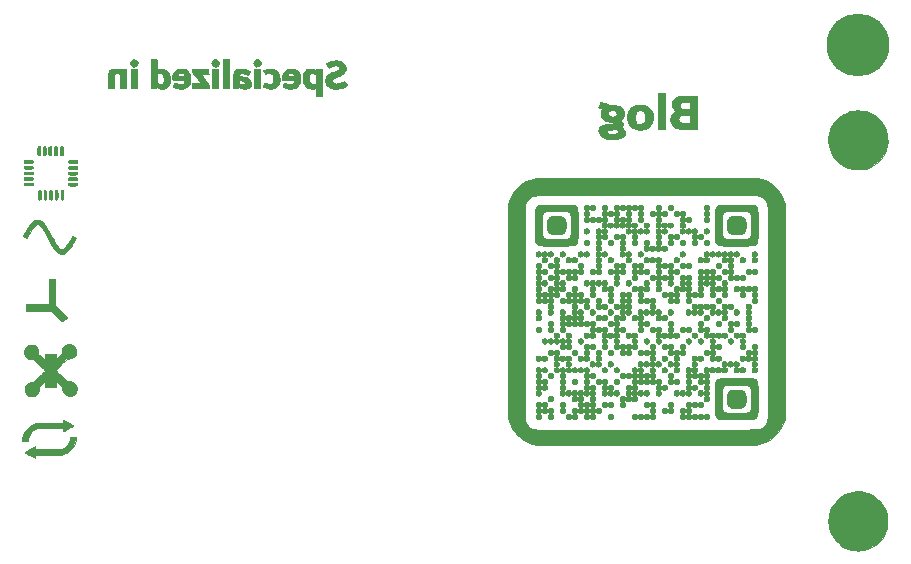
<source format=gbr>
%TF.GenerationSoftware,KiCad,Pcbnew,7.0.9*%
%TF.CreationDate,2023-12-13T15:21:18+08:00*%
%TF.ProjectId,drawing,64726177-696e-4672-9e6b-696361645f70,rev?*%
%TF.SameCoordinates,Original*%
%TF.FileFunction,Soldermask,Bot*%
%TF.FilePolarity,Negative*%
%FSLAX46Y46*%
G04 Gerber Fmt 4.6, Leading zero omitted, Abs format (unit mm)*
G04 Created by KiCad (PCBNEW 7.0.9) date 2023-12-13 15:21:18*
%MOMM*%
%LPD*%
G01*
G04 APERTURE LIST*
%ADD10C,0.010000*%
%ADD11C,5.318463*%
G04 APERTURE END LIST*
%TO.C,G\u002A\u002A\u002A*%
D10*
X171147100Y-92588847D02*
X171269508Y-92591876D01*
X171356230Y-92596775D01*
X171404807Y-92603420D01*
X171414799Y-92608976D01*
X171432556Y-92626085D01*
X171457797Y-92630143D01*
X171498498Y-92643936D01*
X171512978Y-92661893D01*
X171541764Y-92688337D01*
X171566742Y-92693643D01*
X171623202Y-92712338D01*
X171660838Y-92759206D01*
X171668799Y-92797964D01*
X171681683Y-92833623D01*
X171700549Y-92841810D01*
X171726406Y-92859456D01*
X171732299Y-92884143D01*
X171741163Y-92918538D01*
X171753466Y-92926476D01*
X171761248Y-92947219D01*
X171767368Y-93007808D01*
X171771704Y-93105785D01*
X171774133Y-93238689D01*
X171774633Y-93349810D01*
X171773595Y-93505444D01*
X171770566Y-93627851D01*
X171765667Y-93714573D01*
X171759022Y-93763150D01*
X171753466Y-93773143D01*
X171736268Y-93790871D01*
X171732299Y-93815476D01*
X171719064Y-93849952D01*
X171700549Y-93857810D01*
X171674727Y-93875601D01*
X171668799Y-93901655D01*
X171650509Y-93959368D01*
X171604659Y-93997839D01*
X171566742Y-94005976D01*
X171526649Y-94020208D01*
X171512978Y-94037726D01*
X171484266Y-94063872D01*
X171457797Y-94069476D01*
X171423043Y-94078217D01*
X171414799Y-94090643D01*
X171394056Y-94098425D01*
X171333467Y-94104545D01*
X171235491Y-94108881D01*
X171102586Y-94111310D01*
X170991466Y-94111810D01*
X170835832Y-94110772D01*
X170713424Y-94107743D01*
X170626702Y-94102844D01*
X170578125Y-94096199D01*
X170568133Y-94090643D01*
X170550376Y-94073534D01*
X170525135Y-94069476D01*
X170484433Y-94055683D01*
X170469954Y-94037726D01*
X170441167Y-94011282D01*
X170416189Y-94005976D01*
X170359729Y-93987281D01*
X170322093Y-93940413D01*
X170314133Y-93901655D01*
X170301249Y-93865996D01*
X170282383Y-93857810D01*
X170256525Y-93840163D01*
X170250633Y-93815476D01*
X170241768Y-93781081D01*
X170229466Y-93773143D01*
X170221684Y-93752400D01*
X170215564Y-93691811D01*
X170211228Y-93593834D01*
X170208799Y-93460930D01*
X170208299Y-93349810D01*
X170209336Y-93194175D01*
X170212366Y-93071768D01*
X170217265Y-92985046D01*
X170223910Y-92936469D01*
X170229466Y-92926476D01*
X170246663Y-92908748D01*
X170250633Y-92884143D01*
X170263867Y-92849667D01*
X170282383Y-92841810D01*
X170308205Y-92824018D01*
X170314133Y-92797964D01*
X170332422Y-92740251D01*
X170378273Y-92701780D01*
X170416189Y-92693643D01*
X170456282Y-92679411D01*
X170469954Y-92661893D01*
X170498666Y-92635747D01*
X170525135Y-92630143D01*
X170559889Y-92621402D01*
X170568133Y-92608976D01*
X170588875Y-92601194D01*
X170649464Y-92595074D01*
X170747441Y-92590738D01*
X170880345Y-92588309D01*
X170991466Y-92587810D01*
X171147100Y-92588847D01*
G36*
X171147100Y-92588847D02*
G01*
X171269508Y-92591876D01*
X171356230Y-92596775D01*
X171404807Y-92603420D01*
X171414799Y-92608976D01*
X171432556Y-92626085D01*
X171457797Y-92630143D01*
X171498498Y-92643936D01*
X171512978Y-92661893D01*
X171541764Y-92688337D01*
X171566742Y-92693643D01*
X171623202Y-92712338D01*
X171660838Y-92759206D01*
X171668799Y-92797964D01*
X171681683Y-92833623D01*
X171700549Y-92841810D01*
X171726406Y-92859456D01*
X171732299Y-92884143D01*
X171741163Y-92918538D01*
X171753466Y-92926476D01*
X171761248Y-92947219D01*
X171767368Y-93007808D01*
X171771704Y-93105785D01*
X171774133Y-93238689D01*
X171774633Y-93349810D01*
X171773595Y-93505444D01*
X171770566Y-93627851D01*
X171765667Y-93714573D01*
X171759022Y-93763150D01*
X171753466Y-93773143D01*
X171736268Y-93790871D01*
X171732299Y-93815476D01*
X171719064Y-93849952D01*
X171700549Y-93857810D01*
X171674727Y-93875601D01*
X171668799Y-93901655D01*
X171650509Y-93959368D01*
X171604659Y-93997839D01*
X171566742Y-94005976D01*
X171526649Y-94020208D01*
X171512978Y-94037726D01*
X171484266Y-94063872D01*
X171457797Y-94069476D01*
X171423043Y-94078217D01*
X171414799Y-94090643D01*
X171394056Y-94098425D01*
X171333467Y-94104545D01*
X171235491Y-94108881D01*
X171102586Y-94111310D01*
X170991466Y-94111810D01*
X170835832Y-94110772D01*
X170713424Y-94107743D01*
X170626702Y-94102844D01*
X170578125Y-94096199D01*
X170568133Y-94090643D01*
X170550376Y-94073534D01*
X170525135Y-94069476D01*
X170484433Y-94055683D01*
X170469954Y-94037726D01*
X170441167Y-94011282D01*
X170416189Y-94005976D01*
X170359729Y-93987281D01*
X170322093Y-93940413D01*
X170314133Y-93901655D01*
X170301249Y-93865996D01*
X170282383Y-93857810D01*
X170256525Y-93840163D01*
X170250633Y-93815476D01*
X170241768Y-93781081D01*
X170229466Y-93773143D01*
X170221684Y-93752400D01*
X170215564Y-93691811D01*
X170211228Y-93593834D01*
X170208799Y-93460930D01*
X170208299Y-93349810D01*
X170209336Y-93194175D01*
X170212366Y-93071768D01*
X170217265Y-92985046D01*
X170223910Y-92936469D01*
X170229466Y-92926476D01*
X170246663Y-92908748D01*
X170250633Y-92884143D01*
X170263867Y-92849667D01*
X170282383Y-92841810D01*
X170308205Y-92824018D01*
X170314133Y-92797964D01*
X170332422Y-92740251D01*
X170378273Y-92701780D01*
X170416189Y-92693643D01*
X170456282Y-92679411D01*
X170469954Y-92661893D01*
X170498666Y-92635747D01*
X170525135Y-92630143D01*
X170559889Y-92621402D01*
X170568133Y-92608976D01*
X170588875Y-92601194D01*
X170649464Y-92595074D01*
X170747441Y-92590738D01*
X170880345Y-92588309D01*
X170991466Y-92587810D01*
X171147100Y-92588847D01*
G37*
X155907100Y-92588847D02*
X156029508Y-92591876D01*
X156116230Y-92596775D01*
X156164807Y-92603420D01*
X156174799Y-92608976D01*
X156192556Y-92626085D01*
X156217797Y-92630143D01*
X156258498Y-92643936D01*
X156272978Y-92661893D01*
X156301764Y-92688337D01*
X156326742Y-92693643D01*
X156383202Y-92712338D01*
X156420838Y-92759206D01*
X156428799Y-92797964D01*
X156441683Y-92833623D01*
X156460549Y-92841810D01*
X156486406Y-92859456D01*
X156492299Y-92884143D01*
X156501163Y-92918538D01*
X156513466Y-92926476D01*
X156521248Y-92947219D01*
X156527368Y-93007808D01*
X156531704Y-93105785D01*
X156534133Y-93238689D01*
X156534633Y-93349810D01*
X156533595Y-93505444D01*
X156530566Y-93627851D01*
X156525667Y-93714573D01*
X156519022Y-93763150D01*
X156513466Y-93773143D01*
X156496268Y-93790871D01*
X156492299Y-93815476D01*
X156479064Y-93849952D01*
X156460549Y-93857810D01*
X156434727Y-93875601D01*
X156428799Y-93901655D01*
X156410509Y-93959368D01*
X156364659Y-93997839D01*
X156326742Y-94005976D01*
X156286649Y-94020208D01*
X156272978Y-94037726D01*
X156244266Y-94063872D01*
X156217797Y-94069476D01*
X156183043Y-94078217D01*
X156174799Y-94090643D01*
X156154056Y-94098425D01*
X156093467Y-94104545D01*
X155995491Y-94108881D01*
X155862586Y-94111310D01*
X155751466Y-94111810D01*
X155595832Y-94110772D01*
X155473424Y-94107743D01*
X155386702Y-94102844D01*
X155338125Y-94096199D01*
X155328133Y-94090643D01*
X155310376Y-94073534D01*
X155285135Y-94069476D01*
X155244433Y-94055683D01*
X155229954Y-94037726D01*
X155201167Y-94011282D01*
X155176189Y-94005976D01*
X155119729Y-93987281D01*
X155082093Y-93940413D01*
X155074133Y-93901655D01*
X155061249Y-93865996D01*
X155042383Y-93857810D01*
X155016525Y-93840163D01*
X155010633Y-93815476D01*
X155001768Y-93781081D01*
X154989466Y-93773143D01*
X154981684Y-93752400D01*
X154975564Y-93691811D01*
X154971228Y-93593834D01*
X154968799Y-93460930D01*
X154968299Y-93349810D01*
X154969336Y-93194175D01*
X154972366Y-93071768D01*
X154977265Y-92985046D01*
X154983910Y-92936469D01*
X154989466Y-92926476D01*
X155006663Y-92908748D01*
X155010633Y-92884143D01*
X155023867Y-92849667D01*
X155042383Y-92841810D01*
X155068205Y-92824018D01*
X155074133Y-92797964D01*
X155092422Y-92740251D01*
X155138273Y-92701780D01*
X155176189Y-92693643D01*
X155216282Y-92679411D01*
X155229954Y-92661893D01*
X155258666Y-92635747D01*
X155285135Y-92630143D01*
X155319889Y-92621402D01*
X155328133Y-92608976D01*
X155348875Y-92601194D01*
X155409464Y-92595074D01*
X155507441Y-92590738D01*
X155640345Y-92588309D01*
X155751466Y-92587810D01*
X155907100Y-92588847D01*
G36*
X155907100Y-92588847D02*
G01*
X156029508Y-92591876D01*
X156116230Y-92596775D01*
X156164807Y-92603420D01*
X156174799Y-92608976D01*
X156192556Y-92626085D01*
X156217797Y-92630143D01*
X156258498Y-92643936D01*
X156272978Y-92661893D01*
X156301764Y-92688337D01*
X156326742Y-92693643D01*
X156383202Y-92712338D01*
X156420838Y-92759206D01*
X156428799Y-92797964D01*
X156441683Y-92833623D01*
X156460549Y-92841810D01*
X156486406Y-92859456D01*
X156492299Y-92884143D01*
X156501163Y-92918538D01*
X156513466Y-92926476D01*
X156521248Y-92947219D01*
X156527368Y-93007808D01*
X156531704Y-93105785D01*
X156534133Y-93238689D01*
X156534633Y-93349810D01*
X156533595Y-93505444D01*
X156530566Y-93627851D01*
X156525667Y-93714573D01*
X156519022Y-93763150D01*
X156513466Y-93773143D01*
X156496268Y-93790871D01*
X156492299Y-93815476D01*
X156479064Y-93849952D01*
X156460549Y-93857810D01*
X156434727Y-93875601D01*
X156428799Y-93901655D01*
X156410509Y-93959368D01*
X156364659Y-93997839D01*
X156326742Y-94005976D01*
X156286649Y-94020208D01*
X156272978Y-94037726D01*
X156244266Y-94063872D01*
X156217797Y-94069476D01*
X156183043Y-94078217D01*
X156174799Y-94090643D01*
X156154056Y-94098425D01*
X156093467Y-94104545D01*
X155995491Y-94108881D01*
X155862586Y-94111310D01*
X155751466Y-94111810D01*
X155595832Y-94110772D01*
X155473424Y-94107743D01*
X155386702Y-94102844D01*
X155338125Y-94096199D01*
X155328133Y-94090643D01*
X155310376Y-94073534D01*
X155285135Y-94069476D01*
X155244433Y-94055683D01*
X155229954Y-94037726D01*
X155201167Y-94011282D01*
X155176189Y-94005976D01*
X155119729Y-93987281D01*
X155082093Y-93940413D01*
X155074133Y-93901655D01*
X155061249Y-93865996D01*
X155042383Y-93857810D01*
X155016525Y-93840163D01*
X155010633Y-93815476D01*
X155001768Y-93781081D01*
X154989466Y-93773143D01*
X154981684Y-93752400D01*
X154975564Y-93691811D01*
X154971228Y-93593834D01*
X154968799Y-93460930D01*
X154968299Y-93349810D01*
X154969336Y-93194175D01*
X154972366Y-93071768D01*
X154977265Y-92985046D01*
X154983910Y-92936469D01*
X154989466Y-92926476D01*
X155006663Y-92908748D01*
X155010633Y-92884143D01*
X155023867Y-92849667D01*
X155042383Y-92841810D01*
X155068205Y-92824018D01*
X155074133Y-92797964D01*
X155092422Y-92740251D01*
X155138273Y-92701780D01*
X155176189Y-92693643D01*
X155216282Y-92679411D01*
X155229954Y-92661893D01*
X155258666Y-92635747D01*
X155285135Y-92630143D01*
X155319889Y-92621402D01*
X155328133Y-92608976D01*
X155348875Y-92601194D01*
X155409464Y-92595074D01*
X155507441Y-92590738D01*
X155640345Y-92588309D01*
X155751466Y-92587810D01*
X155907100Y-92588847D01*
G37*
X171147100Y-107299680D02*
X171269508Y-107302709D01*
X171356230Y-107307608D01*
X171404807Y-107314253D01*
X171414799Y-107319810D01*
X171432913Y-107335721D01*
X171467716Y-107340976D01*
X171510275Y-107352016D01*
X171520633Y-107372726D01*
X171538424Y-107398548D01*
X171564478Y-107404476D01*
X171615666Y-107418605D01*
X171638561Y-107434714D01*
X171664119Y-107480759D01*
X171668799Y-107508798D01*
X171681683Y-107544457D01*
X171700549Y-107552643D01*
X171726406Y-107570289D01*
X171732299Y-107594976D01*
X171741163Y-107629371D01*
X171753466Y-107637310D01*
X171761321Y-107658038D01*
X171767481Y-107718525D01*
X171771816Y-107816226D01*
X171774196Y-107948596D01*
X171774633Y-108050060D01*
X171773570Y-108203230D01*
X171770468Y-108323358D01*
X171765457Y-108407896D01*
X171758669Y-108454299D01*
X171753466Y-108462810D01*
X171737554Y-108480924D01*
X171732299Y-108515726D01*
X171721259Y-108558286D01*
X171700549Y-108568643D01*
X171674727Y-108586435D01*
X171668799Y-108612488D01*
X171650125Y-108670855D01*
X171602932Y-108709058D01*
X171564478Y-108716810D01*
X171529270Y-108725399D01*
X171520633Y-108737976D01*
X171502518Y-108753888D01*
X171467716Y-108759143D01*
X171425156Y-108770183D01*
X171414799Y-108790893D01*
X171409640Y-108801845D01*
X171390718Y-108810010D01*
X171352872Y-108815775D01*
X171290937Y-108819527D01*
X171199750Y-108821654D01*
X171074146Y-108822542D01*
X170991466Y-108822643D01*
X170845435Y-108822256D01*
X170736569Y-108820837D01*
X170659704Y-108817998D01*
X170609677Y-108813353D01*
X170581323Y-108806514D01*
X170569481Y-108797094D01*
X170568133Y-108790893D01*
X170549732Y-108765357D01*
X170515216Y-108759143D01*
X170475437Y-108751897D01*
X170462299Y-108737976D01*
X170444507Y-108720979D01*
X170418454Y-108716810D01*
X170367266Y-108702681D01*
X170344371Y-108686571D01*
X170318812Y-108640526D01*
X170314133Y-108612488D01*
X170301249Y-108576829D01*
X170282383Y-108568643D01*
X170256847Y-108550243D01*
X170250633Y-108515726D01*
X170243387Y-108475947D01*
X170229466Y-108462810D01*
X170221611Y-108442081D01*
X170215451Y-108381594D01*
X170211115Y-108283893D01*
X170208736Y-108151523D01*
X170208299Y-108050060D01*
X170209362Y-107896889D01*
X170212464Y-107776761D01*
X170217474Y-107692223D01*
X170224263Y-107645820D01*
X170229466Y-107637310D01*
X170246663Y-107619581D01*
X170250633Y-107594976D01*
X170263867Y-107560500D01*
X170282383Y-107552643D01*
X170308205Y-107534851D01*
X170314133Y-107508798D01*
X170332807Y-107450430D01*
X170380000Y-107412228D01*
X170418454Y-107404476D01*
X170454113Y-107391593D01*
X170462299Y-107372726D01*
X170480699Y-107347190D01*
X170515216Y-107340976D01*
X170554995Y-107333731D01*
X170568133Y-107319810D01*
X170588875Y-107312028D01*
X170649464Y-107305907D01*
X170747441Y-107301571D01*
X170880345Y-107299142D01*
X170991466Y-107298643D01*
X171147100Y-107299680D01*
G36*
X171147100Y-107299680D02*
G01*
X171269508Y-107302709D01*
X171356230Y-107307608D01*
X171404807Y-107314253D01*
X171414799Y-107319810D01*
X171432913Y-107335721D01*
X171467716Y-107340976D01*
X171510275Y-107352016D01*
X171520633Y-107372726D01*
X171538424Y-107398548D01*
X171564478Y-107404476D01*
X171615666Y-107418605D01*
X171638561Y-107434714D01*
X171664119Y-107480759D01*
X171668799Y-107508798D01*
X171681683Y-107544457D01*
X171700549Y-107552643D01*
X171726406Y-107570289D01*
X171732299Y-107594976D01*
X171741163Y-107629371D01*
X171753466Y-107637310D01*
X171761321Y-107658038D01*
X171767481Y-107718525D01*
X171771816Y-107816226D01*
X171774196Y-107948596D01*
X171774633Y-108050060D01*
X171773570Y-108203230D01*
X171770468Y-108323358D01*
X171765457Y-108407896D01*
X171758669Y-108454299D01*
X171753466Y-108462810D01*
X171737554Y-108480924D01*
X171732299Y-108515726D01*
X171721259Y-108558286D01*
X171700549Y-108568643D01*
X171674727Y-108586435D01*
X171668799Y-108612488D01*
X171650125Y-108670855D01*
X171602932Y-108709058D01*
X171564478Y-108716810D01*
X171529270Y-108725399D01*
X171520633Y-108737976D01*
X171502518Y-108753888D01*
X171467716Y-108759143D01*
X171425156Y-108770183D01*
X171414799Y-108790893D01*
X171409640Y-108801845D01*
X171390718Y-108810010D01*
X171352872Y-108815775D01*
X171290937Y-108819527D01*
X171199750Y-108821654D01*
X171074146Y-108822542D01*
X170991466Y-108822643D01*
X170845435Y-108822256D01*
X170736569Y-108820837D01*
X170659704Y-108817998D01*
X170609677Y-108813353D01*
X170581323Y-108806514D01*
X170569481Y-108797094D01*
X170568133Y-108790893D01*
X170549732Y-108765357D01*
X170515216Y-108759143D01*
X170475437Y-108751897D01*
X170462299Y-108737976D01*
X170444507Y-108720979D01*
X170418454Y-108716810D01*
X170367266Y-108702681D01*
X170344371Y-108686571D01*
X170318812Y-108640526D01*
X170314133Y-108612488D01*
X170301249Y-108576829D01*
X170282383Y-108568643D01*
X170256847Y-108550243D01*
X170250633Y-108515726D01*
X170243387Y-108475947D01*
X170229466Y-108462810D01*
X170221611Y-108442081D01*
X170215451Y-108381594D01*
X170211115Y-108283893D01*
X170208736Y-108151523D01*
X170208299Y-108050060D01*
X170209362Y-107896889D01*
X170212464Y-107776761D01*
X170217474Y-107692223D01*
X170224263Y-107645820D01*
X170229466Y-107637310D01*
X170246663Y-107619581D01*
X170250633Y-107594976D01*
X170263867Y-107560500D01*
X170282383Y-107552643D01*
X170308205Y-107534851D01*
X170314133Y-107508798D01*
X170332807Y-107450430D01*
X170380000Y-107412228D01*
X170418454Y-107404476D01*
X170454113Y-107391593D01*
X170462299Y-107372726D01*
X170480699Y-107347190D01*
X170515216Y-107340976D01*
X170554995Y-107333731D01*
X170568133Y-107319810D01*
X170588875Y-107312028D01*
X170649464Y-107305907D01*
X170747441Y-107301571D01*
X170880345Y-107299142D01*
X170991466Y-107298643D01*
X171147100Y-107299680D01*
G37*
X168540044Y-91666006D02*
X168597996Y-91693066D01*
X168620651Y-91735362D01*
X168620799Y-91739631D01*
X168637919Y-91759742D01*
X168652549Y-91762310D01*
X168671696Y-91772761D01*
X168681554Y-91809435D01*
X168684299Y-91878726D01*
X168681449Y-91948932D01*
X168671447Y-91985077D01*
X168652549Y-91995143D01*
X168624394Y-92007371D01*
X168620799Y-92017821D01*
X168601383Y-92061586D01*
X168545472Y-92089829D01*
X168456574Y-92100881D01*
X168445971Y-92100976D01*
X168377127Y-92098493D01*
X168337097Y-92087731D01*
X168312491Y-92063726D01*
X168303299Y-92048060D01*
X168273612Y-92009389D01*
X168246806Y-91995143D01*
X168229044Y-91980042D01*
X168220186Y-91931423D01*
X168218633Y-91878726D01*
X168221483Y-91808520D01*
X168231485Y-91772375D01*
X168250383Y-91762310D01*
X168278538Y-91750081D01*
X168282133Y-91739631D01*
X168301539Y-91696133D01*
X168356643Y-91667674D01*
X168442773Y-91656549D01*
X168451466Y-91656476D01*
X168540044Y-91666006D01*
G36*
X168540044Y-91666006D02*
G01*
X168597996Y-91693066D01*
X168620651Y-91735362D01*
X168620799Y-91739631D01*
X168637919Y-91759742D01*
X168652549Y-91762310D01*
X168671696Y-91772761D01*
X168681554Y-91809435D01*
X168684299Y-91878726D01*
X168681449Y-91948932D01*
X168671447Y-91985077D01*
X168652549Y-91995143D01*
X168624394Y-92007371D01*
X168620799Y-92017821D01*
X168601383Y-92061586D01*
X168545472Y-92089829D01*
X168456574Y-92100881D01*
X168445971Y-92100976D01*
X168377127Y-92098493D01*
X168337097Y-92087731D01*
X168312491Y-92063726D01*
X168303299Y-92048060D01*
X168273612Y-92009389D01*
X168246806Y-91995143D01*
X168229044Y-91980042D01*
X168220186Y-91931423D01*
X168218633Y-91878726D01*
X168221483Y-91808520D01*
X168231485Y-91772375D01*
X168250383Y-91762310D01*
X168278538Y-91750081D01*
X168282133Y-91739631D01*
X168301539Y-91696133D01*
X168356643Y-91667674D01*
X168442773Y-91656549D01*
X168451466Y-91656476D01*
X168540044Y-91666006D01*
G37*
X165492044Y-91666006D02*
X165549996Y-91693066D01*
X165572651Y-91735362D01*
X165572799Y-91739631D01*
X165589919Y-91759742D01*
X165604549Y-91762310D01*
X165623696Y-91772761D01*
X165633554Y-91809435D01*
X165636299Y-91878726D01*
X165632645Y-91952121D01*
X165620879Y-91988723D01*
X165608126Y-91995143D01*
X165578499Y-92012031D01*
X165551633Y-92048060D01*
X165530275Y-92078661D01*
X165499841Y-92094564D01*
X165447383Y-92100390D01*
X165403466Y-92100976D01*
X165332981Y-92098777D01*
X165291785Y-92089097D01*
X165266929Y-92067312D01*
X165255299Y-92048060D01*
X165225612Y-92009389D01*
X165198806Y-91995143D01*
X165181044Y-91980042D01*
X165172186Y-91931423D01*
X165170633Y-91878726D01*
X165173483Y-91808520D01*
X165183485Y-91772375D01*
X165202383Y-91762310D01*
X165230538Y-91750081D01*
X165234133Y-91739631D01*
X165253539Y-91696133D01*
X165308643Y-91667674D01*
X165394773Y-91656549D01*
X165403466Y-91656476D01*
X165492044Y-91666006D01*
G36*
X165492044Y-91666006D02*
G01*
X165549996Y-91693066D01*
X165572651Y-91735362D01*
X165572799Y-91739631D01*
X165589919Y-91759742D01*
X165604549Y-91762310D01*
X165623696Y-91772761D01*
X165633554Y-91809435D01*
X165636299Y-91878726D01*
X165632645Y-91952121D01*
X165620879Y-91988723D01*
X165608126Y-91995143D01*
X165578499Y-92012031D01*
X165551633Y-92048060D01*
X165530275Y-92078661D01*
X165499841Y-92094564D01*
X165447383Y-92100390D01*
X165403466Y-92100976D01*
X165332981Y-92098777D01*
X165291785Y-92089097D01*
X165266929Y-92067312D01*
X165255299Y-92048060D01*
X165225612Y-92009389D01*
X165198806Y-91995143D01*
X165181044Y-91980042D01*
X165172186Y-91931423D01*
X165170633Y-91878726D01*
X165173483Y-91808520D01*
X165183485Y-91772375D01*
X165202383Y-91762310D01*
X165230538Y-91750081D01*
X165234133Y-91739631D01*
X165253539Y-91696133D01*
X165308643Y-91667674D01*
X165394773Y-91656549D01*
X165403466Y-91656476D01*
X165492044Y-91666006D01*
G37*
X164476044Y-91666006D02*
X164533996Y-91693066D01*
X164556651Y-91735362D01*
X164556799Y-91739631D01*
X164573919Y-91759742D01*
X164588549Y-91762310D01*
X164607696Y-91772761D01*
X164617554Y-91809435D01*
X164620299Y-91878726D01*
X164616645Y-91952121D01*
X164604879Y-91988723D01*
X164592126Y-91995143D01*
X164562499Y-92012031D01*
X164535633Y-92048060D01*
X164514275Y-92078661D01*
X164483841Y-92094564D01*
X164431383Y-92100390D01*
X164387466Y-92100976D01*
X164316981Y-92098777D01*
X164275785Y-92089097D01*
X164250929Y-92067312D01*
X164239299Y-92048060D01*
X164209612Y-92009389D01*
X164182806Y-91995143D01*
X164165044Y-91980042D01*
X164156186Y-91931423D01*
X164154633Y-91878726D01*
X164157483Y-91808520D01*
X164167485Y-91772375D01*
X164186383Y-91762310D01*
X164214538Y-91750081D01*
X164218133Y-91739631D01*
X164237539Y-91696133D01*
X164292643Y-91667674D01*
X164378773Y-91656549D01*
X164387466Y-91656476D01*
X164476044Y-91666006D01*
G36*
X164476044Y-91666006D02*
G01*
X164533996Y-91693066D01*
X164556651Y-91735362D01*
X164556799Y-91739631D01*
X164573919Y-91759742D01*
X164588549Y-91762310D01*
X164607696Y-91772761D01*
X164617554Y-91809435D01*
X164620299Y-91878726D01*
X164616645Y-91952121D01*
X164604879Y-91988723D01*
X164592126Y-91995143D01*
X164562499Y-92012031D01*
X164535633Y-92048060D01*
X164514275Y-92078661D01*
X164483841Y-92094564D01*
X164431383Y-92100390D01*
X164387466Y-92100976D01*
X164316981Y-92098777D01*
X164275785Y-92089097D01*
X164250929Y-92067312D01*
X164239299Y-92048060D01*
X164209612Y-92009389D01*
X164182806Y-91995143D01*
X164165044Y-91980042D01*
X164156186Y-91931423D01*
X164154633Y-91878726D01*
X164157483Y-91808520D01*
X164167485Y-91772375D01*
X164186383Y-91762310D01*
X164214538Y-91750081D01*
X164218133Y-91739631D01*
X164237539Y-91696133D01*
X164292643Y-91667674D01*
X164378773Y-91656549D01*
X164387466Y-91656476D01*
X164476044Y-91666006D01*
G37*
X162952044Y-91666006D02*
X163009996Y-91693066D01*
X163032651Y-91735362D01*
X163032799Y-91739631D01*
X163049919Y-91759742D01*
X163064549Y-91762310D01*
X163083696Y-91772761D01*
X163093554Y-91809435D01*
X163096299Y-91878726D01*
X163092645Y-91952121D01*
X163080879Y-91988723D01*
X163068126Y-91995143D01*
X163038499Y-92012031D01*
X163011633Y-92048060D01*
X162990275Y-92078661D01*
X162959841Y-92094564D01*
X162907383Y-92100390D01*
X162863466Y-92100976D01*
X162792981Y-92098777D01*
X162751785Y-92089097D01*
X162726929Y-92067312D01*
X162715299Y-92048060D01*
X162685612Y-92009389D01*
X162658806Y-91995143D01*
X162641044Y-91980042D01*
X162632186Y-91931423D01*
X162630633Y-91878726D01*
X162633483Y-91808520D01*
X162643485Y-91772375D01*
X162662383Y-91762310D01*
X162690538Y-91750081D01*
X162694133Y-91739631D01*
X162713539Y-91696133D01*
X162768643Y-91667674D01*
X162854773Y-91656549D01*
X162863466Y-91656476D01*
X162952044Y-91666006D01*
G36*
X162952044Y-91666006D02*
G01*
X163009996Y-91693066D01*
X163032651Y-91735362D01*
X163032799Y-91739631D01*
X163049919Y-91759742D01*
X163064549Y-91762310D01*
X163083696Y-91772761D01*
X163093554Y-91809435D01*
X163096299Y-91878726D01*
X163092645Y-91952121D01*
X163080879Y-91988723D01*
X163068126Y-91995143D01*
X163038499Y-92012031D01*
X163011633Y-92048060D01*
X162990275Y-92078661D01*
X162959841Y-92094564D01*
X162907383Y-92100390D01*
X162863466Y-92100976D01*
X162792981Y-92098777D01*
X162751785Y-92089097D01*
X162726929Y-92067312D01*
X162715299Y-92048060D01*
X162685612Y-92009389D01*
X162658806Y-91995143D01*
X162641044Y-91980042D01*
X162632186Y-91931423D01*
X162630633Y-91878726D01*
X162633483Y-91808520D01*
X162643485Y-91772375D01*
X162662383Y-91762310D01*
X162690538Y-91750081D01*
X162694133Y-91739631D01*
X162713539Y-91696133D01*
X162768643Y-91667674D01*
X162854773Y-91656549D01*
X162863466Y-91656476D01*
X162952044Y-91666006D01*
G37*
X162444044Y-91666006D02*
X162501996Y-91693066D01*
X162524651Y-91735362D01*
X162524799Y-91739631D01*
X162541919Y-91759742D01*
X162556549Y-91762310D01*
X162575696Y-91772761D01*
X162585554Y-91809435D01*
X162588299Y-91878726D01*
X162584645Y-91952121D01*
X162572879Y-91988723D01*
X162560126Y-91995143D01*
X162530499Y-92012031D01*
X162503633Y-92048060D01*
X162482275Y-92078661D01*
X162451841Y-92094564D01*
X162399383Y-92100390D01*
X162355466Y-92100976D01*
X162284981Y-92098777D01*
X162243785Y-92089097D01*
X162218929Y-92067312D01*
X162207299Y-92048060D01*
X162177612Y-92009389D01*
X162150806Y-91995143D01*
X162133044Y-91980042D01*
X162124186Y-91931423D01*
X162122633Y-91878726D01*
X162125483Y-91808520D01*
X162135485Y-91772375D01*
X162154383Y-91762310D01*
X162182538Y-91750081D01*
X162186133Y-91739631D01*
X162205539Y-91696133D01*
X162260643Y-91667674D01*
X162346773Y-91656549D01*
X162355466Y-91656476D01*
X162444044Y-91666006D01*
G36*
X162444044Y-91666006D02*
G01*
X162501996Y-91693066D01*
X162524651Y-91735362D01*
X162524799Y-91739631D01*
X162541919Y-91759742D01*
X162556549Y-91762310D01*
X162575696Y-91772761D01*
X162585554Y-91809435D01*
X162588299Y-91878726D01*
X162584645Y-91952121D01*
X162572879Y-91988723D01*
X162560126Y-91995143D01*
X162530499Y-92012031D01*
X162503633Y-92048060D01*
X162482275Y-92078661D01*
X162451841Y-92094564D01*
X162399383Y-92100390D01*
X162355466Y-92100976D01*
X162284981Y-92098777D01*
X162243785Y-92089097D01*
X162218929Y-92067312D01*
X162207299Y-92048060D01*
X162177612Y-92009389D01*
X162150806Y-91995143D01*
X162133044Y-91980042D01*
X162124186Y-91931423D01*
X162122633Y-91878726D01*
X162125483Y-91808520D01*
X162135485Y-91772375D01*
X162154383Y-91762310D01*
X162182538Y-91750081D01*
X162186133Y-91739631D01*
X162205539Y-91696133D01*
X162260643Y-91667674D01*
X162346773Y-91656549D01*
X162355466Y-91656476D01*
X162444044Y-91666006D01*
G37*
X161936044Y-91666006D02*
X161993996Y-91693066D01*
X162016651Y-91735362D01*
X162016799Y-91739631D01*
X162033919Y-91759742D01*
X162048549Y-91762310D01*
X162067696Y-91772761D01*
X162077554Y-91809435D01*
X162080299Y-91878726D01*
X162076645Y-91952121D01*
X162064879Y-91988723D01*
X162052126Y-91995143D01*
X162022499Y-92012031D01*
X161995633Y-92048060D01*
X161974275Y-92078661D01*
X161943841Y-92094564D01*
X161891383Y-92100390D01*
X161847466Y-92100976D01*
X161776981Y-92098777D01*
X161735785Y-92089097D01*
X161710929Y-92067312D01*
X161699299Y-92048060D01*
X161669612Y-92009389D01*
X161642806Y-91995143D01*
X161625044Y-91980042D01*
X161616186Y-91931423D01*
X161614633Y-91878726D01*
X161617483Y-91808520D01*
X161627485Y-91772375D01*
X161646383Y-91762310D01*
X161674538Y-91750081D01*
X161678133Y-91739631D01*
X161697539Y-91696133D01*
X161752643Y-91667674D01*
X161838773Y-91656549D01*
X161847466Y-91656476D01*
X161936044Y-91666006D01*
G36*
X161936044Y-91666006D02*
G01*
X161993996Y-91693066D01*
X162016651Y-91735362D01*
X162016799Y-91739631D01*
X162033919Y-91759742D01*
X162048549Y-91762310D01*
X162067696Y-91772761D01*
X162077554Y-91809435D01*
X162080299Y-91878726D01*
X162076645Y-91952121D01*
X162064879Y-91988723D01*
X162052126Y-91995143D01*
X162022499Y-92012031D01*
X161995633Y-92048060D01*
X161974275Y-92078661D01*
X161943841Y-92094564D01*
X161891383Y-92100390D01*
X161847466Y-92100976D01*
X161776981Y-92098777D01*
X161735785Y-92089097D01*
X161710929Y-92067312D01*
X161699299Y-92048060D01*
X161669612Y-92009389D01*
X161642806Y-91995143D01*
X161625044Y-91980042D01*
X161616186Y-91931423D01*
X161614633Y-91878726D01*
X161617483Y-91808520D01*
X161627485Y-91772375D01*
X161646383Y-91762310D01*
X161674538Y-91750081D01*
X161678133Y-91739631D01*
X161697539Y-91696133D01*
X161752643Y-91667674D01*
X161838773Y-91656549D01*
X161847466Y-91656476D01*
X161936044Y-91666006D01*
G37*
X161428044Y-91666006D02*
X161485996Y-91693066D01*
X161508651Y-91735362D01*
X161508799Y-91739631D01*
X161525919Y-91759742D01*
X161540549Y-91762310D01*
X161559696Y-91772761D01*
X161569554Y-91809435D01*
X161572299Y-91878726D01*
X161568645Y-91952121D01*
X161556879Y-91988723D01*
X161544126Y-91995143D01*
X161514499Y-92012031D01*
X161487633Y-92048060D01*
X161466275Y-92078661D01*
X161435841Y-92094564D01*
X161383383Y-92100390D01*
X161339466Y-92100976D01*
X161268981Y-92098777D01*
X161227785Y-92089097D01*
X161202929Y-92067312D01*
X161191299Y-92048060D01*
X161161612Y-92009389D01*
X161134806Y-91995143D01*
X161117044Y-91980042D01*
X161108186Y-91931423D01*
X161106633Y-91878726D01*
X161109483Y-91808520D01*
X161119485Y-91772375D01*
X161138383Y-91762310D01*
X161166538Y-91750081D01*
X161170133Y-91739631D01*
X161189539Y-91696133D01*
X161244643Y-91667674D01*
X161330773Y-91656549D01*
X161339466Y-91656476D01*
X161428044Y-91666006D01*
G36*
X161428044Y-91666006D02*
G01*
X161485996Y-91693066D01*
X161508651Y-91735362D01*
X161508799Y-91739631D01*
X161525919Y-91759742D01*
X161540549Y-91762310D01*
X161559696Y-91772761D01*
X161569554Y-91809435D01*
X161572299Y-91878726D01*
X161568645Y-91952121D01*
X161556879Y-91988723D01*
X161544126Y-91995143D01*
X161514499Y-92012031D01*
X161487633Y-92048060D01*
X161466275Y-92078661D01*
X161435841Y-92094564D01*
X161383383Y-92100390D01*
X161339466Y-92100976D01*
X161268981Y-92098777D01*
X161227785Y-92089097D01*
X161202929Y-92067312D01*
X161191299Y-92048060D01*
X161161612Y-92009389D01*
X161134806Y-91995143D01*
X161117044Y-91980042D01*
X161108186Y-91931423D01*
X161106633Y-91878726D01*
X161109483Y-91808520D01*
X161119485Y-91772375D01*
X161138383Y-91762310D01*
X161166538Y-91750081D01*
X161170133Y-91739631D01*
X161189539Y-91696133D01*
X161244643Y-91667674D01*
X161330773Y-91656549D01*
X161339466Y-91656476D01*
X161428044Y-91666006D01*
G37*
X160920044Y-91666006D02*
X160977996Y-91693066D01*
X161000651Y-91735362D01*
X161000799Y-91739631D01*
X161017919Y-91759742D01*
X161032549Y-91762310D01*
X161051696Y-91772761D01*
X161061554Y-91809435D01*
X161064299Y-91878726D01*
X161060645Y-91952121D01*
X161048879Y-91988723D01*
X161036126Y-91995143D01*
X161006499Y-92012031D01*
X160979633Y-92048060D01*
X160958275Y-92078661D01*
X160927841Y-92094564D01*
X160875383Y-92100390D01*
X160831466Y-92100976D01*
X160760981Y-92098777D01*
X160719785Y-92089097D01*
X160694929Y-92067312D01*
X160683299Y-92048060D01*
X160653612Y-92009389D01*
X160626806Y-91995143D01*
X160609044Y-91980042D01*
X160600186Y-91931423D01*
X160598633Y-91878726D01*
X160601483Y-91808520D01*
X160611485Y-91772375D01*
X160630383Y-91762310D01*
X160658538Y-91750081D01*
X160662133Y-91739631D01*
X160681539Y-91696133D01*
X160736643Y-91667674D01*
X160822773Y-91656549D01*
X160831466Y-91656476D01*
X160920044Y-91666006D01*
G36*
X160920044Y-91666006D02*
G01*
X160977996Y-91693066D01*
X161000651Y-91735362D01*
X161000799Y-91739631D01*
X161017919Y-91759742D01*
X161032549Y-91762310D01*
X161051696Y-91772761D01*
X161061554Y-91809435D01*
X161064299Y-91878726D01*
X161060645Y-91952121D01*
X161048879Y-91988723D01*
X161036126Y-91995143D01*
X161006499Y-92012031D01*
X160979633Y-92048060D01*
X160958275Y-92078661D01*
X160927841Y-92094564D01*
X160875383Y-92100390D01*
X160831466Y-92100976D01*
X160760981Y-92098777D01*
X160719785Y-92089097D01*
X160694929Y-92067312D01*
X160683299Y-92048060D01*
X160653612Y-92009389D01*
X160626806Y-91995143D01*
X160609044Y-91980042D01*
X160600186Y-91931423D01*
X160598633Y-91878726D01*
X160601483Y-91808520D01*
X160611485Y-91772375D01*
X160630383Y-91762310D01*
X160658538Y-91750081D01*
X160662133Y-91739631D01*
X160681539Y-91696133D01*
X160736643Y-91667674D01*
X160822773Y-91656549D01*
X160831466Y-91656476D01*
X160920044Y-91666006D01*
G37*
X159904044Y-91666006D02*
X159961996Y-91693066D01*
X159984651Y-91735362D01*
X159984799Y-91739631D01*
X160001919Y-91759742D01*
X160016549Y-91762310D01*
X160035696Y-91772761D01*
X160045554Y-91809435D01*
X160048299Y-91878726D01*
X160044645Y-91952121D01*
X160032879Y-91988723D01*
X160020126Y-91995143D01*
X159990499Y-92012031D01*
X159963633Y-92048060D01*
X159942275Y-92078661D01*
X159911841Y-92094564D01*
X159859383Y-92100390D01*
X159815466Y-92100976D01*
X159744981Y-92098777D01*
X159703785Y-92089097D01*
X159678929Y-92067312D01*
X159667299Y-92048060D01*
X159637612Y-92009389D01*
X159610806Y-91995143D01*
X159593044Y-91980042D01*
X159584186Y-91931423D01*
X159582633Y-91878726D01*
X159585483Y-91808520D01*
X159595485Y-91772375D01*
X159614383Y-91762310D01*
X159642538Y-91750081D01*
X159646133Y-91739631D01*
X159665539Y-91696133D01*
X159720643Y-91667674D01*
X159806773Y-91656549D01*
X159815466Y-91656476D01*
X159904044Y-91666006D01*
G36*
X159904044Y-91666006D02*
G01*
X159961996Y-91693066D01*
X159984651Y-91735362D01*
X159984799Y-91739631D01*
X160001919Y-91759742D01*
X160016549Y-91762310D01*
X160035696Y-91772761D01*
X160045554Y-91809435D01*
X160048299Y-91878726D01*
X160044645Y-91952121D01*
X160032879Y-91988723D01*
X160020126Y-91995143D01*
X159990499Y-92012031D01*
X159963633Y-92048060D01*
X159942275Y-92078661D01*
X159911841Y-92094564D01*
X159859383Y-92100390D01*
X159815466Y-92100976D01*
X159744981Y-92098777D01*
X159703785Y-92089097D01*
X159678929Y-92067312D01*
X159667299Y-92048060D01*
X159637612Y-92009389D01*
X159610806Y-91995143D01*
X159593044Y-91980042D01*
X159584186Y-91931423D01*
X159582633Y-91878726D01*
X159585483Y-91808520D01*
X159595485Y-91772375D01*
X159614383Y-91762310D01*
X159642538Y-91750081D01*
X159646133Y-91739631D01*
X159665539Y-91696133D01*
X159720643Y-91667674D01*
X159806773Y-91656549D01*
X159815466Y-91656476D01*
X159904044Y-91666006D01*
G37*
X158888044Y-91666006D02*
X158945996Y-91693066D01*
X158968651Y-91735362D01*
X158968799Y-91739631D01*
X158985919Y-91759742D01*
X159000549Y-91762310D01*
X159019696Y-91772761D01*
X159029554Y-91809435D01*
X159032299Y-91878726D01*
X159028645Y-91952121D01*
X159016879Y-91988723D01*
X159004126Y-91995143D01*
X158974499Y-92012031D01*
X158947633Y-92048060D01*
X158926275Y-92078661D01*
X158895841Y-92094564D01*
X158843383Y-92100390D01*
X158799466Y-92100976D01*
X158728981Y-92098777D01*
X158687785Y-92089097D01*
X158662929Y-92067312D01*
X158651299Y-92048060D01*
X158621612Y-92009389D01*
X158594806Y-91995143D01*
X158577044Y-91980042D01*
X158568186Y-91931423D01*
X158566633Y-91878726D01*
X158569483Y-91808520D01*
X158579485Y-91772375D01*
X158598383Y-91762310D01*
X158626538Y-91750081D01*
X158630133Y-91739631D01*
X158649539Y-91696133D01*
X158704643Y-91667674D01*
X158790773Y-91656549D01*
X158799466Y-91656476D01*
X158888044Y-91666006D01*
G36*
X158888044Y-91666006D02*
G01*
X158945996Y-91693066D01*
X158968651Y-91735362D01*
X158968799Y-91739631D01*
X158985919Y-91759742D01*
X159000549Y-91762310D01*
X159019696Y-91772761D01*
X159029554Y-91809435D01*
X159032299Y-91878726D01*
X159028645Y-91952121D01*
X159016879Y-91988723D01*
X159004126Y-91995143D01*
X158974499Y-92012031D01*
X158947633Y-92048060D01*
X158926275Y-92078661D01*
X158895841Y-92094564D01*
X158843383Y-92100390D01*
X158799466Y-92100976D01*
X158728981Y-92098777D01*
X158687785Y-92089097D01*
X158662929Y-92067312D01*
X158651299Y-92048060D01*
X158621612Y-92009389D01*
X158594806Y-91995143D01*
X158577044Y-91980042D01*
X158568186Y-91931423D01*
X158566633Y-91878726D01*
X158569483Y-91808520D01*
X158579485Y-91772375D01*
X158598383Y-91762310D01*
X158626538Y-91750081D01*
X158630133Y-91739631D01*
X158649539Y-91696133D01*
X158704643Y-91667674D01*
X158790773Y-91656549D01*
X158799466Y-91656476D01*
X158888044Y-91666006D01*
G37*
X158380044Y-91666006D02*
X158437996Y-91693066D01*
X158460651Y-91735362D01*
X158460799Y-91739631D01*
X158477919Y-91759742D01*
X158492549Y-91762310D01*
X158511696Y-91772761D01*
X158521554Y-91809435D01*
X158524299Y-91878726D01*
X158520645Y-91952121D01*
X158508879Y-91988723D01*
X158496126Y-91995143D01*
X158466499Y-92012031D01*
X158439633Y-92048060D01*
X158418275Y-92078661D01*
X158387841Y-92094564D01*
X158335383Y-92100390D01*
X158291466Y-92100976D01*
X158220981Y-92098777D01*
X158179785Y-92089097D01*
X158154929Y-92067312D01*
X158143299Y-92048060D01*
X158113612Y-92009389D01*
X158086806Y-91995143D01*
X158069044Y-91980042D01*
X158060186Y-91931423D01*
X158058633Y-91878726D01*
X158061483Y-91808520D01*
X158071485Y-91772375D01*
X158090383Y-91762310D01*
X158118538Y-91750081D01*
X158122133Y-91739631D01*
X158141539Y-91696133D01*
X158196643Y-91667674D01*
X158282773Y-91656549D01*
X158291466Y-91656476D01*
X158380044Y-91666006D01*
G36*
X158380044Y-91666006D02*
G01*
X158437996Y-91693066D01*
X158460651Y-91735362D01*
X158460799Y-91739631D01*
X158477919Y-91759742D01*
X158492549Y-91762310D01*
X158511696Y-91772761D01*
X158521554Y-91809435D01*
X158524299Y-91878726D01*
X158520645Y-91952121D01*
X158508879Y-91988723D01*
X158496126Y-91995143D01*
X158466499Y-92012031D01*
X158439633Y-92048060D01*
X158418275Y-92078661D01*
X158387841Y-92094564D01*
X158335383Y-92100390D01*
X158291466Y-92100976D01*
X158220981Y-92098777D01*
X158179785Y-92089097D01*
X158154929Y-92067312D01*
X158143299Y-92048060D01*
X158113612Y-92009389D01*
X158086806Y-91995143D01*
X158069044Y-91980042D01*
X158060186Y-91931423D01*
X158058633Y-91878726D01*
X158061483Y-91808520D01*
X158071485Y-91772375D01*
X158090383Y-91762310D01*
X158118538Y-91750081D01*
X158122133Y-91739631D01*
X158141539Y-91696133D01*
X158196643Y-91667674D01*
X158282773Y-91656549D01*
X158291466Y-91656476D01*
X158380044Y-91666006D01*
G37*
X168524643Y-92146841D02*
X168568895Y-92156502D01*
X168578466Y-92165988D01*
X168592066Y-92198499D01*
X168608704Y-92218905D01*
X168644119Y-92244120D01*
X168661621Y-92249143D01*
X168674925Y-92268718D01*
X168682856Y-92321383D01*
X168684299Y-92365560D01*
X168681449Y-92435766D01*
X168671447Y-92471911D01*
X168652549Y-92481976D01*
X168624394Y-92494205D01*
X168620799Y-92504655D01*
X168607199Y-92537166D01*
X168590561Y-92557571D01*
X168548895Y-92576893D01*
X168483449Y-92586263D01*
X168410585Y-92585765D01*
X168346660Y-92575481D01*
X168308591Y-92556148D01*
X168285996Y-92519866D01*
X168282133Y-92504036D01*
X168265003Y-92484470D01*
X168250383Y-92481976D01*
X168231235Y-92471525D01*
X168221378Y-92434850D01*
X168218633Y-92365560D01*
X168222446Y-92297264D01*
X168232705Y-92256551D01*
X168241311Y-92249143D01*
X168273822Y-92235543D01*
X168294228Y-92218905D01*
X168319443Y-92183490D01*
X168324466Y-92165988D01*
X168344242Y-92152921D01*
X168398342Y-92145019D01*
X168451466Y-92143310D01*
X168524643Y-92146841D01*
G36*
X168524643Y-92146841D02*
G01*
X168568895Y-92156502D01*
X168578466Y-92165988D01*
X168592066Y-92198499D01*
X168608704Y-92218905D01*
X168644119Y-92244120D01*
X168661621Y-92249143D01*
X168674925Y-92268718D01*
X168682856Y-92321383D01*
X168684299Y-92365560D01*
X168681449Y-92435766D01*
X168671447Y-92471911D01*
X168652549Y-92481976D01*
X168624394Y-92494205D01*
X168620799Y-92504655D01*
X168607199Y-92537166D01*
X168590561Y-92557571D01*
X168548895Y-92576893D01*
X168483449Y-92586263D01*
X168410585Y-92585765D01*
X168346660Y-92575481D01*
X168308591Y-92556148D01*
X168285996Y-92519866D01*
X168282133Y-92504036D01*
X168265003Y-92484470D01*
X168250383Y-92481976D01*
X168231235Y-92471525D01*
X168221378Y-92434850D01*
X168218633Y-92365560D01*
X168222446Y-92297264D01*
X168232705Y-92256551D01*
X168241311Y-92249143D01*
X168273822Y-92235543D01*
X168294228Y-92218905D01*
X168319443Y-92183490D01*
X168324466Y-92165988D01*
X168344242Y-92152921D01*
X168398342Y-92145019D01*
X168451466Y-92143310D01*
X168524643Y-92146841D01*
G37*
X166492643Y-92146841D02*
X166536895Y-92156502D01*
X166546466Y-92165988D01*
X166560066Y-92198499D01*
X166576704Y-92218905D01*
X166612119Y-92244120D01*
X166629621Y-92249143D01*
X166642925Y-92268718D01*
X166650856Y-92321383D01*
X166652299Y-92365560D01*
X166649449Y-92435766D01*
X166639447Y-92471911D01*
X166620549Y-92481976D01*
X166592394Y-92494205D01*
X166588799Y-92504655D01*
X166575199Y-92537166D01*
X166558561Y-92557571D01*
X166516895Y-92576893D01*
X166451449Y-92586263D01*
X166378585Y-92585765D01*
X166314660Y-92575481D01*
X166276591Y-92556148D01*
X166253996Y-92519866D01*
X166250133Y-92504036D01*
X166233003Y-92484470D01*
X166218383Y-92481976D01*
X166199235Y-92471525D01*
X166189378Y-92434850D01*
X166186633Y-92365560D01*
X166190446Y-92297264D01*
X166200705Y-92256551D01*
X166209311Y-92249143D01*
X166241822Y-92235543D01*
X166262228Y-92218905D01*
X166287443Y-92183490D01*
X166292466Y-92165988D01*
X166312242Y-92152921D01*
X166366342Y-92145019D01*
X166419466Y-92143310D01*
X166492643Y-92146841D01*
G36*
X166492643Y-92146841D02*
G01*
X166536895Y-92156502D01*
X166546466Y-92165988D01*
X166560066Y-92198499D01*
X166576704Y-92218905D01*
X166612119Y-92244120D01*
X166629621Y-92249143D01*
X166642925Y-92268718D01*
X166650856Y-92321383D01*
X166652299Y-92365560D01*
X166649449Y-92435766D01*
X166639447Y-92471911D01*
X166620549Y-92481976D01*
X166592394Y-92494205D01*
X166588799Y-92504655D01*
X166575199Y-92537166D01*
X166558561Y-92557571D01*
X166516895Y-92576893D01*
X166451449Y-92586263D01*
X166378585Y-92585765D01*
X166314660Y-92575481D01*
X166276591Y-92556148D01*
X166253996Y-92519866D01*
X166250133Y-92504036D01*
X166233003Y-92484470D01*
X166218383Y-92481976D01*
X166199235Y-92471525D01*
X166189378Y-92434850D01*
X166186633Y-92365560D01*
X166190446Y-92297264D01*
X166200705Y-92256551D01*
X166209311Y-92249143D01*
X166241822Y-92235543D01*
X166262228Y-92218905D01*
X166287443Y-92183490D01*
X166292466Y-92165988D01*
X166312242Y-92152921D01*
X166366342Y-92145019D01*
X166419466Y-92143310D01*
X166492643Y-92146841D01*
G37*
X165984643Y-92146841D02*
X166028895Y-92156502D01*
X166038466Y-92165988D01*
X166052066Y-92198499D01*
X166068704Y-92218905D01*
X166104119Y-92244120D01*
X166121621Y-92249143D01*
X166134925Y-92268718D01*
X166142856Y-92321383D01*
X166144299Y-92365560D01*
X166141449Y-92435766D01*
X166131447Y-92471911D01*
X166112549Y-92481976D01*
X166084394Y-92494205D01*
X166080799Y-92504655D01*
X166067199Y-92537166D01*
X166050561Y-92557571D01*
X166008895Y-92576893D01*
X165943449Y-92586263D01*
X165870585Y-92585765D01*
X165806660Y-92575481D01*
X165768591Y-92556148D01*
X165745996Y-92519866D01*
X165742133Y-92504036D01*
X165725003Y-92484470D01*
X165710383Y-92481976D01*
X165691235Y-92471525D01*
X165681378Y-92434850D01*
X165678633Y-92365560D01*
X165682446Y-92297264D01*
X165692705Y-92256551D01*
X165701311Y-92249143D01*
X165733822Y-92235543D01*
X165754228Y-92218905D01*
X165779443Y-92183490D01*
X165784466Y-92165988D01*
X165804242Y-92152921D01*
X165858342Y-92145019D01*
X165911466Y-92143310D01*
X165984643Y-92146841D01*
G36*
X165984643Y-92146841D02*
G01*
X166028895Y-92156502D01*
X166038466Y-92165988D01*
X166052066Y-92198499D01*
X166068704Y-92218905D01*
X166104119Y-92244120D01*
X166121621Y-92249143D01*
X166134925Y-92268718D01*
X166142856Y-92321383D01*
X166144299Y-92365560D01*
X166141449Y-92435766D01*
X166131447Y-92471911D01*
X166112549Y-92481976D01*
X166084394Y-92494205D01*
X166080799Y-92504655D01*
X166067199Y-92537166D01*
X166050561Y-92557571D01*
X166008895Y-92576893D01*
X165943449Y-92586263D01*
X165870585Y-92585765D01*
X165806660Y-92575481D01*
X165768591Y-92556148D01*
X165745996Y-92519866D01*
X165742133Y-92504036D01*
X165725003Y-92484470D01*
X165710383Y-92481976D01*
X165691235Y-92471525D01*
X165681378Y-92434850D01*
X165678633Y-92365560D01*
X165682446Y-92297264D01*
X165692705Y-92256551D01*
X165701311Y-92249143D01*
X165733822Y-92235543D01*
X165754228Y-92218905D01*
X165779443Y-92183490D01*
X165784466Y-92165988D01*
X165804242Y-92152921D01*
X165858342Y-92145019D01*
X165911466Y-92143310D01*
X165984643Y-92146841D01*
G37*
X164968643Y-92146841D02*
X165012895Y-92156502D01*
X165022466Y-92165988D01*
X165036066Y-92198499D01*
X165052704Y-92218905D01*
X165088119Y-92244120D01*
X165105621Y-92249143D01*
X165118925Y-92268718D01*
X165126856Y-92321383D01*
X165128299Y-92365560D01*
X165125449Y-92435766D01*
X165115447Y-92471911D01*
X165096549Y-92481976D01*
X165068394Y-92494205D01*
X165064799Y-92504655D01*
X165051199Y-92537166D01*
X165034561Y-92557571D01*
X164992895Y-92576893D01*
X164927449Y-92586263D01*
X164854585Y-92585765D01*
X164790660Y-92575481D01*
X164752591Y-92556148D01*
X164729996Y-92519866D01*
X164726133Y-92504036D01*
X164709003Y-92484470D01*
X164694383Y-92481976D01*
X164675235Y-92471525D01*
X164665378Y-92434850D01*
X164662633Y-92365560D01*
X164666446Y-92297264D01*
X164676705Y-92256551D01*
X164685311Y-92249143D01*
X164717822Y-92235543D01*
X164738228Y-92218905D01*
X164763443Y-92183490D01*
X164768466Y-92165988D01*
X164788242Y-92152921D01*
X164842342Y-92145019D01*
X164895466Y-92143310D01*
X164968643Y-92146841D01*
G36*
X164968643Y-92146841D02*
G01*
X165012895Y-92156502D01*
X165022466Y-92165988D01*
X165036066Y-92198499D01*
X165052704Y-92218905D01*
X165088119Y-92244120D01*
X165105621Y-92249143D01*
X165118925Y-92268718D01*
X165126856Y-92321383D01*
X165128299Y-92365560D01*
X165125449Y-92435766D01*
X165115447Y-92471911D01*
X165096549Y-92481976D01*
X165068394Y-92494205D01*
X165064799Y-92504655D01*
X165051199Y-92537166D01*
X165034561Y-92557571D01*
X164992895Y-92576893D01*
X164927449Y-92586263D01*
X164854585Y-92585765D01*
X164790660Y-92575481D01*
X164752591Y-92556148D01*
X164729996Y-92519866D01*
X164726133Y-92504036D01*
X164709003Y-92484470D01*
X164694383Y-92481976D01*
X164675235Y-92471525D01*
X164665378Y-92434850D01*
X164662633Y-92365560D01*
X164666446Y-92297264D01*
X164676705Y-92256551D01*
X164685311Y-92249143D01*
X164717822Y-92235543D01*
X164738228Y-92218905D01*
X164763443Y-92183490D01*
X164768466Y-92165988D01*
X164788242Y-92152921D01*
X164842342Y-92145019D01*
X164895466Y-92143310D01*
X164968643Y-92146841D01*
G37*
X164460643Y-92146841D02*
X164504895Y-92156502D01*
X164514466Y-92165988D01*
X164528066Y-92198499D01*
X164544704Y-92218905D01*
X164580119Y-92244120D01*
X164597621Y-92249143D01*
X164610925Y-92268718D01*
X164618856Y-92321383D01*
X164620299Y-92365560D01*
X164617449Y-92435766D01*
X164607447Y-92471911D01*
X164588549Y-92481976D01*
X164560394Y-92494205D01*
X164556799Y-92504655D01*
X164543199Y-92537166D01*
X164526561Y-92557571D01*
X164484895Y-92576893D01*
X164419449Y-92586263D01*
X164346585Y-92585765D01*
X164282660Y-92575481D01*
X164244591Y-92556148D01*
X164221996Y-92519866D01*
X164218133Y-92504036D01*
X164201003Y-92484470D01*
X164186383Y-92481976D01*
X164167235Y-92471525D01*
X164157378Y-92434850D01*
X164154633Y-92365560D01*
X164158446Y-92297264D01*
X164168705Y-92256551D01*
X164177311Y-92249143D01*
X164209822Y-92235543D01*
X164230228Y-92218905D01*
X164255443Y-92183490D01*
X164260466Y-92165988D01*
X164280242Y-92152921D01*
X164334342Y-92145019D01*
X164387466Y-92143310D01*
X164460643Y-92146841D01*
G36*
X164460643Y-92146841D02*
G01*
X164504895Y-92156502D01*
X164514466Y-92165988D01*
X164528066Y-92198499D01*
X164544704Y-92218905D01*
X164580119Y-92244120D01*
X164597621Y-92249143D01*
X164610925Y-92268718D01*
X164618856Y-92321383D01*
X164620299Y-92365560D01*
X164617449Y-92435766D01*
X164607447Y-92471911D01*
X164588549Y-92481976D01*
X164560394Y-92494205D01*
X164556799Y-92504655D01*
X164543199Y-92537166D01*
X164526561Y-92557571D01*
X164484895Y-92576893D01*
X164419449Y-92586263D01*
X164346585Y-92585765D01*
X164282660Y-92575481D01*
X164244591Y-92556148D01*
X164221996Y-92519866D01*
X164218133Y-92504036D01*
X164201003Y-92484470D01*
X164186383Y-92481976D01*
X164167235Y-92471525D01*
X164157378Y-92434850D01*
X164154633Y-92365560D01*
X164158446Y-92297264D01*
X164168705Y-92256551D01*
X164177311Y-92249143D01*
X164209822Y-92235543D01*
X164230228Y-92218905D01*
X164255443Y-92183490D01*
X164260466Y-92165988D01*
X164280242Y-92152921D01*
X164334342Y-92145019D01*
X164387466Y-92143310D01*
X164460643Y-92146841D01*
G37*
X163952643Y-92146841D02*
X163996895Y-92156502D01*
X164006466Y-92165988D01*
X164020066Y-92198499D01*
X164036704Y-92218905D01*
X164072119Y-92244120D01*
X164089621Y-92249143D01*
X164102925Y-92268718D01*
X164110856Y-92321383D01*
X164112299Y-92365560D01*
X164109449Y-92435766D01*
X164099447Y-92471911D01*
X164080549Y-92481976D01*
X164052394Y-92494205D01*
X164048799Y-92504655D01*
X164035199Y-92537166D01*
X164018561Y-92557571D01*
X163976895Y-92576893D01*
X163911449Y-92586263D01*
X163838585Y-92585765D01*
X163774660Y-92575481D01*
X163736591Y-92556148D01*
X163713996Y-92519866D01*
X163710133Y-92504036D01*
X163693003Y-92484470D01*
X163678383Y-92481976D01*
X163659235Y-92471525D01*
X163649378Y-92434850D01*
X163646633Y-92365560D01*
X163650446Y-92297264D01*
X163660705Y-92256551D01*
X163669311Y-92249143D01*
X163701822Y-92235543D01*
X163722228Y-92218905D01*
X163747443Y-92183490D01*
X163752466Y-92165988D01*
X163772242Y-92152921D01*
X163826342Y-92145019D01*
X163879466Y-92143310D01*
X163952643Y-92146841D01*
G36*
X163952643Y-92146841D02*
G01*
X163996895Y-92156502D01*
X164006466Y-92165988D01*
X164020066Y-92198499D01*
X164036704Y-92218905D01*
X164072119Y-92244120D01*
X164089621Y-92249143D01*
X164102925Y-92268718D01*
X164110856Y-92321383D01*
X164112299Y-92365560D01*
X164109449Y-92435766D01*
X164099447Y-92471911D01*
X164080549Y-92481976D01*
X164052394Y-92494205D01*
X164048799Y-92504655D01*
X164035199Y-92537166D01*
X164018561Y-92557571D01*
X163976895Y-92576893D01*
X163911449Y-92586263D01*
X163838585Y-92585765D01*
X163774660Y-92575481D01*
X163736591Y-92556148D01*
X163713996Y-92519866D01*
X163710133Y-92504036D01*
X163693003Y-92484470D01*
X163678383Y-92481976D01*
X163659235Y-92471525D01*
X163649378Y-92434850D01*
X163646633Y-92365560D01*
X163650446Y-92297264D01*
X163660705Y-92256551D01*
X163669311Y-92249143D01*
X163701822Y-92235543D01*
X163722228Y-92218905D01*
X163747443Y-92183490D01*
X163752466Y-92165988D01*
X163772242Y-92152921D01*
X163826342Y-92145019D01*
X163879466Y-92143310D01*
X163952643Y-92146841D01*
G37*
X162936643Y-92146841D02*
X162980895Y-92156502D01*
X162990466Y-92165988D01*
X163004066Y-92198499D01*
X163020704Y-92218905D01*
X163056119Y-92244120D01*
X163073621Y-92249143D01*
X163086925Y-92268718D01*
X163094856Y-92321383D01*
X163096299Y-92365560D01*
X163093449Y-92435766D01*
X163083447Y-92471911D01*
X163064549Y-92481976D01*
X163036394Y-92494205D01*
X163032799Y-92504655D01*
X163019199Y-92537166D01*
X163002561Y-92557571D01*
X162960895Y-92576893D01*
X162895449Y-92586263D01*
X162822585Y-92585765D01*
X162758660Y-92575481D01*
X162720591Y-92556148D01*
X162697996Y-92519866D01*
X162694133Y-92504036D01*
X162677003Y-92484470D01*
X162662383Y-92481976D01*
X162643235Y-92471525D01*
X162633378Y-92434850D01*
X162630633Y-92365560D01*
X162634446Y-92297264D01*
X162644705Y-92256551D01*
X162653311Y-92249143D01*
X162685822Y-92235543D01*
X162706228Y-92218905D01*
X162731443Y-92183490D01*
X162736466Y-92165988D01*
X162756242Y-92152921D01*
X162810342Y-92145019D01*
X162863466Y-92143310D01*
X162936643Y-92146841D01*
G36*
X162936643Y-92146841D02*
G01*
X162980895Y-92156502D01*
X162990466Y-92165988D01*
X163004066Y-92198499D01*
X163020704Y-92218905D01*
X163056119Y-92244120D01*
X163073621Y-92249143D01*
X163086925Y-92268718D01*
X163094856Y-92321383D01*
X163096299Y-92365560D01*
X163093449Y-92435766D01*
X163083447Y-92471911D01*
X163064549Y-92481976D01*
X163036394Y-92494205D01*
X163032799Y-92504655D01*
X163019199Y-92537166D01*
X163002561Y-92557571D01*
X162960895Y-92576893D01*
X162895449Y-92586263D01*
X162822585Y-92585765D01*
X162758660Y-92575481D01*
X162720591Y-92556148D01*
X162697996Y-92519866D01*
X162694133Y-92504036D01*
X162677003Y-92484470D01*
X162662383Y-92481976D01*
X162643235Y-92471525D01*
X162633378Y-92434850D01*
X162630633Y-92365560D01*
X162634446Y-92297264D01*
X162644705Y-92256551D01*
X162653311Y-92249143D01*
X162685822Y-92235543D01*
X162706228Y-92218905D01*
X162731443Y-92183490D01*
X162736466Y-92165988D01*
X162756242Y-92152921D01*
X162810342Y-92145019D01*
X162863466Y-92143310D01*
X162936643Y-92146841D01*
G37*
X161920643Y-92146841D02*
X161964895Y-92156502D01*
X161974466Y-92165988D01*
X161988066Y-92198499D01*
X162004704Y-92218905D01*
X162040119Y-92244120D01*
X162057621Y-92249143D01*
X162070925Y-92268718D01*
X162078856Y-92321383D01*
X162080299Y-92365560D01*
X162077449Y-92435766D01*
X162067447Y-92471911D01*
X162048549Y-92481976D01*
X162020394Y-92494205D01*
X162016799Y-92504655D01*
X162003199Y-92537166D01*
X161986561Y-92557571D01*
X161944895Y-92576893D01*
X161879449Y-92586263D01*
X161806585Y-92585765D01*
X161742660Y-92575481D01*
X161704591Y-92556148D01*
X161681996Y-92519866D01*
X161678133Y-92504036D01*
X161661003Y-92484470D01*
X161646383Y-92481976D01*
X161627235Y-92471525D01*
X161617378Y-92434850D01*
X161614633Y-92365560D01*
X161618446Y-92297264D01*
X161628705Y-92256551D01*
X161637311Y-92249143D01*
X161669822Y-92235543D01*
X161690228Y-92218905D01*
X161715443Y-92183490D01*
X161720466Y-92165988D01*
X161740242Y-92152921D01*
X161794342Y-92145019D01*
X161847466Y-92143310D01*
X161920643Y-92146841D01*
G36*
X161920643Y-92146841D02*
G01*
X161964895Y-92156502D01*
X161974466Y-92165988D01*
X161988066Y-92198499D01*
X162004704Y-92218905D01*
X162040119Y-92244120D01*
X162057621Y-92249143D01*
X162070925Y-92268718D01*
X162078856Y-92321383D01*
X162080299Y-92365560D01*
X162077449Y-92435766D01*
X162067447Y-92471911D01*
X162048549Y-92481976D01*
X162020394Y-92494205D01*
X162016799Y-92504655D01*
X162003199Y-92537166D01*
X161986561Y-92557571D01*
X161944895Y-92576893D01*
X161879449Y-92586263D01*
X161806585Y-92585765D01*
X161742660Y-92575481D01*
X161704591Y-92556148D01*
X161681996Y-92519866D01*
X161678133Y-92504036D01*
X161661003Y-92484470D01*
X161646383Y-92481976D01*
X161627235Y-92471525D01*
X161617378Y-92434850D01*
X161614633Y-92365560D01*
X161618446Y-92297264D01*
X161628705Y-92256551D01*
X161637311Y-92249143D01*
X161669822Y-92235543D01*
X161690228Y-92218905D01*
X161715443Y-92183490D01*
X161720466Y-92165988D01*
X161740242Y-92152921D01*
X161794342Y-92145019D01*
X161847466Y-92143310D01*
X161920643Y-92146841D01*
G37*
X160904643Y-92146841D02*
X160948895Y-92156502D01*
X160958466Y-92165988D01*
X160972066Y-92198499D01*
X160988704Y-92218905D01*
X161024119Y-92244120D01*
X161041621Y-92249143D01*
X161054925Y-92268718D01*
X161062856Y-92321383D01*
X161064299Y-92365560D01*
X161061449Y-92435766D01*
X161051447Y-92471911D01*
X161032549Y-92481976D01*
X161004394Y-92494205D01*
X161000799Y-92504655D01*
X160987199Y-92537166D01*
X160970561Y-92557571D01*
X160928895Y-92576893D01*
X160863449Y-92586263D01*
X160790585Y-92585765D01*
X160726660Y-92575481D01*
X160688591Y-92556148D01*
X160665996Y-92519866D01*
X160662133Y-92504036D01*
X160645003Y-92484470D01*
X160630383Y-92481976D01*
X160611235Y-92471525D01*
X160601378Y-92434850D01*
X160598633Y-92365560D01*
X160602446Y-92297264D01*
X160612705Y-92256551D01*
X160621311Y-92249143D01*
X160653822Y-92235543D01*
X160674228Y-92218905D01*
X160699443Y-92183490D01*
X160704466Y-92165988D01*
X160724242Y-92152921D01*
X160778342Y-92145019D01*
X160831466Y-92143310D01*
X160904643Y-92146841D01*
G36*
X160904643Y-92146841D02*
G01*
X160948895Y-92156502D01*
X160958466Y-92165988D01*
X160972066Y-92198499D01*
X160988704Y-92218905D01*
X161024119Y-92244120D01*
X161041621Y-92249143D01*
X161054925Y-92268718D01*
X161062856Y-92321383D01*
X161064299Y-92365560D01*
X161061449Y-92435766D01*
X161051447Y-92471911D01*
X161032549Y-92481976D01*
X161004394Y-92494205D01*
X161000799Y-92504655D01*
X160987199Y-92537166D01*
X160970561Y-92557571D01*
X160928895Y-92576893D01*
X160863449Y-92586263D01*
X160790585Y-92585765D01*
X160726660Y-92575481D01*
X160688591Y-92556148D01*
X160665996Y-92519866D01*
X160662133Y-92504036D01*
X160645003Y-92484470D01*
X160630383Y-92481976D01*
X160611235Y-92471525D01*
X160601378Y-92434850D01*
X160598633Y-92365560D01*
X160602446Y-92297264D01*
X160612705Y-92256551D01*
X160621311Y-92249143D01*
X160653822Y-92235543D01*
X160674228Y-92218905D01*
X160699443Y-92183490D01*
X160704466Y-92165988D01*
X160724242Y-92152921D01*
X160778342Y-92145019D01*
X160831466Y-92143310D01*
X160904643Y-92146841D01*
G37*
X160396643Y-92146841D02*
X160440895Y-92156502D01*
X160450466Y-92165988D01*
X160464066Y-92198499D01*
X160480704Y-92218905D01*
X160516119Y-92244120D01*
X160533621Y-92249143D01*
X160546925Y-92268718D01*
X160554856Y-92321383D01*
X160556299Y-92365560D01*
X160553449Y-92435766D01*
X160543447Y-92471911D01*
X160524549Y-92481976D01*
X160496394Y-92494205D01*
X160492799Y-92504655D01*
X160479199Y-92537166D01*
X160462561Y-92557571D01*
X160420895Y-92576893D01*
X160355449Y-92586263D01*
X160282585Y-92585765D01*
X160218660Y-92575481D01*
X160180591Y-92556148D01*
X160157996Y-92519866D01*
X160154133Y-92504036D01*
X160137003Y-92484470D01*
X160122383Y-92481976D01*
X160103235Y-92471525D01*
X160093378Y-92434850D01*
X160090633Y-92365560D01*
X160094446Y-92297264D01*
X160104705Y-92256551D01*
X160113311Y-92249143D01*
X160145822Y-92235543D01*
X160166228Y-92218905D01*
X160191443Y-92183490D01*
X160196466Y-92165988D01*
X160216242Y-92152921D01*
X160270342Y-92145019D01*
X160323466Y-92143310D01*
X160396643Y-92146841D01*
G36*
X160396643Y-92146841D02*
G01*
X160440895Y-92156502D01*
X160450466Y-92165988D01*
X160464066Y-92198499D01*
X160480704Y-92218905D01*
X160516119Y-92244120D01*
X160533621Y-92249143D01*
X160546925Y-92268718D01*
X160554856Y-92321383D01*
X160556299Y-92365560D01*
X160553449Y-92435766D01*
X160543447Y-92471911D01*
X160524549Y-92481976D01*
X160496394Y-92494205D01*
X160492799Y-92504655D01*
X160479199Y-92537166D01*
X160462561Y-92557571D01*
X160420895Y-92576893D01*
X160355449Y-92586263D01*
X160282585Y-92585765D01*
X160218660Y-92575481D01*
X160180591Y-92556148D01*
X160157996Y-92519866D01*
X160154133Y-92504036D01*
X160137003Y-92484470D01*
X160122383Y-92481976D01*
X160103235Y-92471525D01*
X160093378Y-92434850D01*
X160090633Y-92365560D01*
X160094446Y-92297264D01*
X160104705Y-92256551D01*
X160113311Y-92249143D01*
X160145822Y-92235543D01*
X160166228Y-92218905D01*
X160191443Y-92183490D01*
X160196466Y-92165988D01*
X160216242Y-92152921D01*
X160270342Y-92145019D01*
X160323466Y-92143310D01*
X160396643Y-92146841D01*
G37*
X159888643Y-92146841D02*
X159932895Y-92156502D01*
X159942466Y-92165988D01*
X159956066Y-92198499D01*
X159972704Y-92218905D01*
X160008119Y-92244120D01*
X160025621Y-92249143D01*
X160038925Y-92268718D01*
X160046856Y-92321383D01*
X160048299Y-92365560D01*
X160045449Y-92435766D01*
X160035447Y-92471911D01*
X160016549Y-92481976D01*
X159988394Y-92494205D01*
X159984799Y-92504655D01*
X159971199Y-92537166D01*
X159954561Y-92557571D01*
X159912895Y-92576893D01*
X159847449Y-92586263D01*
X159774585Y-92585765D01*
X159710660Y-92575481D01*
X159672591Y-92556148D01*
X159649996Y-92519866D01*
X159646133Y-92504036D01*
X159629003Y-92484470D01*
X159614383Y-92481976D01*
X159595235Y-92471525D01*
X159585378Y-92434850D01*
X159582633Y-92365560D01*
X159586446Y-92297264D01*
X159596705Y-92256551D01*
X159605311Y-92249143D01*
X159637822Y-92235543D01*
X159658228Y-92218905D01*
X159683443Y-92183490D01*
X159688466Y-92165988D01*
X159708242Y-92152921D01*
X159762342Y-92145019D01*
X159815466Y-92143310D01*
X159888643Y-92146841D01*
G36*
X159888643Y-92146841D02*
G01*
X159932895Y-92156502D01*
X159942466Y-92165988D01*
X159956066Y-92198499D01*
X159972704Y-92218905D01*
X160008119Y-92244120D01*
X160025621Y-92249143D01*
X160038925Y-92268718D01*
X160046856Y-92321383D01*
X160048299Y-92365560D01*
X160045449Y-92435766D01*
X160035447Y-92471911D01*
X160016549Y-92481976D01*
X159988394Y-92494205D01*
X159984799Y-92504655D01*
X159971199Y-92537166D01*
X159954561Y-92557571D01*
X159912895Y-92576893D01*
X159847449Y-92586263D01*
X159774585Y-92585765D01*
X159710660Y-92575481D01*
X159672591Y-92556148D01*
X159649996Y-92519866D01*
X159646133Y-92504036D01*
X159629003Y-92484470D01*
X159614383Y-92481976D01*
X159595235Y-92471525D01*
X159585378Y-92434850D01*
X159582633Y-92365560D01*
X159586446Y-92297264D01*
X159596705Y-92256551D01*
X159605311Y-92249143D01*
X159637822Y-92235543D01*
X159658228Y-92218905D01*
X159683443Y-92183490D01*
X159688466Y-92165988D01*
X159708242Y-92152921D01*
X159762342Y-92145019D01*
X159815466Y-92143310D01*
X159888643Y-92146841D01*
G37*
X158364643Y-92146841D02*
X158408895Y-92156502D01*
X158418466Y-92165988D01*
X158432066Y-92198499D01*
X158448704Y-92218905D01*
X158484119Y-92244120D01*
X158501621Y-92249143D01*
X158514925Y-92268718D01*
X158522856Y-92321383D01*
X158524299Y-92365560D01*
X158521449Y-92435766D01*
X158511447Y-92471911D01*
X158492549Y-92481976D01*
X158464394Y-92494205D01*
X158460799Y-92504655D01*
X158447199Y-92537166D01*
X158430561Y-92557571D01*
X158388895Y-92576893D01*
X158323449Y-92586263D01*
X158250585Y-92585765D01*
X158186660Y-92575481D01*
X158148591Y-92556148D01*
X158125996Y-92519866D01*
X158122133Y-92504036D01*
X158105003Y-92484470D01*
X158090383Y-92481976D01*
X158071235Y-92471525D01*
X158061378Y-92434850D01*
X158058633Y-92365560D01*
X158062446Y-92297264D01*
X158072705Y-92256551D01*
X158081311Y-92249143D01*
X158113822Y-92235543D01*
X158134228Y-92218905D01*
X158159443Y-92183490D01*
X158164466Y-92165988D01*
X158184242Y-92152921D01*
X158238342Y-92145019D01*
X158291466Y-92143310D01*
X158364643Y-92146841D01*
G36*
X158364643Y-92146841D02*
G01*
X158408895Y-92156502D01*
X158418466Y-92165988D01*
X158432066Y-92198499D01*
X158448704Y-92218905D01*
X158484119Y-92244120D01*
X158501621Y-92249143D01*
X158514925Y-92268718D01*
X158522856Y-92321383D01*
X158524299Y-92365560D01*
X158521449Y-92435766D01*
X158511447Y-92471911D01*
X158492549Y-92481976D01*
X158464394Y-92494205D01*
X158460799Y-92504655D01*
X158447199Y-92537166D01*
X158430561Y-92557571D01*
X158388895Y-92576893D01*
X158323449Y-92586263D01*
X158250585Y-92585765D01*
X158186660Y-92575481D01*
X158148591Y-92556148D01*
X158125996Y-92519866D01*
X158122133Y-92504036D01*
X158105003Y-92484470D01*
X158090383Y-92481976D01*
X158071235Y-92471525D01*
X158061378Y-92434850D01*
X158058633Y-92365560D01*
X158062446Y-92297264D01*
X158072705Y-92256551D01*
X158081311Y-92249143D01*
X158113822Y-92235543D01*
X158134228Y-92218905D01*
X158159443Y-92183490D01*
X158164466Y-92165988D01*
X158184242Y-92152921D01*
X158238342Y-92145019D01*
X158291466Y-92143310D01*
X158364643Y-92146841D01*
G37*
X168519422Y-92634710D02*
X168562160Y-92652586D01*
X168591108Y-92683060D01*
X168627003Y-92720415D01*
X168657547Y-92735976D01*
X168657573Y-92735976D01*
X168675540Y-92755254D01*
X168683699Y-92813988D01*
X168684299Y-92844810D01*
X168680378Y-92916009D01*
X168663953Y-92963943D01*
X168628029Y-93007318D01*
X168620992Y-93014143D01*
X168574892Y-93051391D01*
X168527064Y-93068943D01*
X168458757Y-93073119D01*
X168446367Y-93072994D01*
X168372471Y-93067634D01*
X168322346Y-93049953D01*
X168277835Y-93013467D01*
X168276841Y-93012464D01*
X168240091Y-92967017D01*
X168222847Y-92916687D01*
X168218633Y-92844779D01*
X168223369Y-92771626D01*
X168237799Y-92738414D01*
X168245359Y-92735976D01*
X168275886Y-92720449D01*
X168311785Y-92683111D01*
X168311823Y-92683060D01*
X168346112Y-92648882D01*
X168391522Y-92633354D01*
X168451466Y-92630143D01*
X168519422Y-92634710D01*
G36*
X168519422Y-92634710D02*
G01*
X168562160Y-92652586D01*
X168591108Y-92683060D01*
X168627003Y-92720415D01*
X168657547Y-92735976D01*
X168657573Y-92735976D01*
X168675540Y-92755254D01*
X168683699Y-92813988D01*
X168684299Y-92844810D01*
X168680378Y-92916009D01*
X168663953Y-92963943D01*
X168628029Y-93007318D01*
X168620992Y-93014143D01*
X168574892Y-93051391D01*
X168527064Y-93068943D01*
X168458757Y-93073119D01*
X168446367Y-93072994D01*
X168372471Y-93067634D01*
X168322346Y-93049953D01*
X168277835Y-93013467D01*
X168276841Y-93012464D01*
X168240091Y-92967017D01*
X168222847Y-92916687D01*
X168218633Y-92844779D01*
X168223369Y-92771626D01*
X168237799Y-92738414D01*
X168245359Y-92735976D01*
X168275886Y-92720449D01*
X168311785Y-92683111D01*
X168311823Y-92683060D01*
X168346112Y-92648882D01*
X168391522Y-92633354D01*
X168451466Y-92630143D01*
X168519422Y-92634710D01*
G37*
X166995422Y-92634710D02*
X167038160Y-92652586D01*
X167067108Y-92683060D01*
X167103003Y-92720415D01*
X167133547Y-92735976D01*
X167133573Y-92735976D01*
X167151540Y-92755254D01*
X167159699Y-92813988D01*
X167160299Y-92844810D01*
X167156378Y-92916009D01*
X167139953Y-92963943D01*
X167104029Y-93007318D01*
X167096992Y-93014143D01*
X167050892Y-93051391D01*
X167003064Y-93068943D01*
X166934757Y-93073119D01*
X166922367Y-93072994D01*
X166848471Y-93067634D01*
X166798346Y-93049953D01*
X166753835Y-93013467D01*
X166752841Y-93012464D01*
X166716091Y-92967017D01*
X166698847Y-92916687D01*
X166694633Y-92844779D01*
X166699369Y-92771626D01*
X166713799Y-92738414D01*
X166721359Y-92735976D01*
X166751886Y-92720449D01*
X166787785Y-92683111D01*
X166787823Y-92683060D01*
X166822112Y-92648882D01*
X166867522Y-92633354D01*
X166927466Y-92630143D01*
X166995422Y-92634710D01*
G36*
X166995422Y-92634710D02*
G01*
X167038160Y-92652586D01*
X167067108Y-92683060D01*
X167103003Y-92720415D01*
X167133547Y-92735976D01*
X167133573Y-92735976D01*
X167151540Y-92755254D01*
X167159699Y-92813988D01*
X167160299Y-92844810D01*
X167156378Y-92916009D01*
X167139953Y-92963943D01*
X167104029Y-93007318D01*
X167096992Y-93014143D01*
X167050892Y-93051391D01*
X167003064Y-93068943D01*
X166934757Y-93073119D01*
X166922367Y-93072994D01*
X166848471Y-93067634D01*
X166798346Y-93049953D01*
X166753835Y-93013467D01*
X166752841Y-93012464D01*
X166716091Y-92967017D01*
X166698847Y-92916687D01*
X166694633Y-92844779D01*
X166699369Y-92771626D01*
X166713799Y-92738414D01*
X166721359Y-92735976D01*
X166751886Y-92720449D01*
X166787785Y-92683111D01*
X166787823Y-92683060D01*
X166822112Y-92648882D01*
X166867522Y-92633354D01*
X166927466Y-92630143D01*
X166995422Y-92634710D01*
G37*
X166487422Y-92634710D02*
X166530160Y-92652586D01*
X166559108Y-92683060D01*
X166595003Y-92720415D01*
X166625547Y-92735976D01*
X166625573Y-92735976D01*
X166643540Y-92755254D01*
X166651699Y-92813988D01*
X166652299Y-92844810D01*
X166648378Y-92916009D01*
X166631953Y-92963943D01*
X166596029Y-93007318D01*
X166588992Y-93014143D01*
X166542892Y-93051391D01*
X166495064Y-93068943D01*
X166426757Y-93073119D01*
X166414367Y-93072994D01*
X166340471Y-93067634D01*
X166290346Y-93049953D01*
X166245835Y-93013467D01*
X166244841Y-93012464D01*
X166208091Y-92967017D01*
X166190847Y-92916687D01*
X166186633Y-92844779D01*
X166191369Y-92771626D01*
X166205799Y-92738414D01*
X166213359Y-92735976D01*
X166243886Y-92720449D01*
X166279785Y-92683111D01*
X166279823Y-92683060D01*
X166314112Y-92648882D01*
X166359522Y-92633354D01*
X166419466Y-92630143D01*
X166487422Y-92634710D01*
G36*
X166487422Y-92634710D02*
G01*
X166530160Y-92652586D01*
X166559108Y-92683060D01*
X166595003Y-92720415D01*
X166625547Y-92735976D01*
X166625573Y-92735976D01*
X166643540Y-92755254D01*
X166651699Y-92813988D01*
X166652299Y-92844810D01*
X166648378Y-92916009D01*
X166631953Y-92963943D01*
X166596029Y-93007318D01*
X166588992Y-93014143D01*
X166542892Y-93051391D01*
X166495064Y-93068943D01*
X166426757Y-93073119D01*
X166414367Y-93072994D01*
X166340471Y-93067634D01*
X166290346Y-93049953D01*
X166245835Y-93013467D01*
X166244841Y-93012464D01*
X166208091Y-92967017D01*
X166190847Y-92916687D01*
X166186633Y-92844779D01*
X166191369Y-92771626D01*
X166205799Y-92738414D01*
X166213359Y-92735976D01*
X166243886Y-92720449D01*
X166279785Y-92683111D01*
X166279823Y-92683060D01*
X166314112Y-92648882D01*
X166359522Y-92633354D01*
X166419466Y-92630143D01*
X166487422Y-92634710D01*
G37*
X164455422Y-92634710D02*
X164498160Y-92652586D01*
X164527108Y-92683060D01*
X164563003Y-92720415D01*
X164593547Y-92735976D01*
X164593573Y-92735976D01*
X164611540Y-92755254D01*
X164619699Y-92813988D01*
X164620299Y-92844810D01*
X164616378Y-92916009D01*
X164599953Y-92963943D01*
X164564029Y-93007318D01*
X164556992Y-93014143D01*
X164510892Y-93051391D01*
X164463064Y-93068943D01*
X164394757Y-93073119D01*
X164382367Y-93072994D01*
X164308471Y-93067634D01*
X164258346Y-93049953D01*
X164213835Y-93013467D01*
X164212841Y-93012464D01*
X164176091Y-92967017D01*
X164158847Y-92916687D01*
X164154633Y-92844779D01*
X164159369Y-92771626D01*
X164173799Y-92738414D01*
X164181359Y-92735976D01*
X164211886Y-92720449D01*
X164247785Y-92683111D01*
X164247823Y-92683060D01*
X164282112Y-92648882D01*
X164327522Y-92633354D01*
X164387466Y-92630143D01*
X164455422Y-92634710D01*
G36*
X164455422Y-92634710D02*
G01*
X164498160Y-92652586D01*
X164527108Y-92683060D01*
X164563003Y-92720415D01*
X164593547Y-92735976D01*
X164593573Y-92735976D01*
X164611540Y-92755254D01*
X164619699Y-92813988D01*
X164620299Y-92844810D01*
X164616378Y-92916009D01*
X164599953Y-92963943D01*
X164564029Y-93007318D01*
X164556992Y-93014143D01*
X164510892Y-93051391D01*
X164463064Y-93068943D01*
X164394757Y-93073119D01*
X164382367Y-93072994D01*
X164308471Y-93067634D01*
X164258346Y-93049953D01*
X164213835Y-93013467D01*
X164212841Y-93012464D01*
X164176091Y-92967017D01*
X164158847Y-92916687D01*
X164154633Y-92844779D01*
X164159369Y-92771626D01*
X164173799Y-92738414D01*
X164181359Y-92735976D01*
X164211886Y-92720449D01*
X164247785Y-92683111D01*
X164247823Y-92683060D01*
X164282112Y-92648882D01*
X164327522Y-92633354D01*
X164387466Y-92630143D01*
X164455422Y-92634710D01*
G37*
X162931422Y-92634710D02*
X162974160Y-92652586D01*
X163003108Y-92683060D01*
X163039003Y-92720415D01*
X163069547Y-92735976D01*
X163069573Y-92735976D01*
X163087540Y-92755254D01*
X163095699Y-92813988D01*
X163096299Y-92844810D01*
X163092378Y-92916009D01*
X163075953Y-92963943D01*
X163040029Y-93007318D01*
X163032992Y-93014143D01*
X162986892Y-93051391D01*
X162939064Y-93068943D01*
X162870757Y-93073119D01*
X162858367Y-93072994D01*
X162784471Y-93067634D01*
X162734346Y-93049953D01*
X162689835Y-93013467D01*
X162688841Y-93012464D01*
X162652091Y-92967017D01*
X162634847Y-92916687D01*
X162630633Y-92844779D01*
X162635369Y-92771626D01*
X162649799Y-92738414D01*
X162657359Y-92735976D01*
X162687886Y-92720449D01*
X162723785Y-92683111D01*
X162723823Y-92683060D01*
X162758112Y-92648882D01*
X162803522Y-92633354D01*
X162863466Y-92630143D01*
X162931422Y-92634710D01*
G36*
X162931422Y-92634710D02*
G01*
X162974160Y-92652586D01*
X163003108Y-92683060D01*
X163039003Y-92720415D01*
X163069547Y-92735976D01*
X163069573Y-92735976D01*
X163087540Y-92755254D01*
X163095699Y-92813988D01*
X163096299Y-92844810D01*
X163092378Y-92916009D01*
X163075953Y-92963943D01*
X163040029Y-93007318D01*
X163032992Y-93014143D01*
X162986892Y-93051391D01*
X162939064Y-93068943D01*
X162870757Y-93073119D01*
X162858367Y-93072994D01*
X162784471Y-93067634D01*
X162734346Y-93049953D01*
X162689835Y-93013467D01*
X162688841Y-93012464D01*
X162652091Y-92967017D01*
X162634847Y-92916687D01*
X162630633Y-92844779D01*
X162635369Y-92771626D01*
X162649799Y-92738414D01*
X162657359Y-92735976D01*
X162687886Y-92720449D01*
X162723785Y-92683111D01*
X162723823Y-92683060D01*
X162758112Y-92648882D01*
X162803522Y-92633354D01*
X162863466Y-92630143D01*
X162931422Y-92634710D01*
G37*
X161915422Y-92634710D02*
X161958160Y-92652586D01*
X161987108Y-92683060D01*
X162023003Y-92720415D01*
X162053547Y-92735976D01*
X162053573Y-92735976D01*
X162071540Y-92755254D01*
X162079699Y-92813988D01*
X162080299Y-92844810D01*
X162076378Y-92916009D01*
X162059953Y-92963943D01*
X162024029Y-93007318D01*
X162016992Y-93014143D01*
X161970892Y-93051391D01*
X161923064Y-93068943D01*
X161854757Y-93073119D01*
X161842367Y-93072994D01*
X161768471Y-93067634D01*
X161718346Y-93049953D01*
X161673835Y-93013467D01*
X161672841Y-93012464D01*
X161636091Y-92967017D01*
X161618847Y-92916687D01*
X161614633Y-92844779D01*
X161619369Y-92771626D01*
X161633799Y-92738414D01*
X161641359Y-92735976D01*
X161671886Y-92720449D01*
X161707785Y-92683111D01*
X161707823Y-92683060D01*
X161742112Y-92648882D01*
X161787522Y-92633354D01*
X161847466Y-92630143D01*
X161915422Y-92634710D01*
G36*
X161915422Y-92634710D02*
G01*
X161958160Y-92652586D01*
X161987108Y-92683060D01*
X162023003Y-92720415D01*
X162053547Y-92735976D01*
X162053573Y-92735976D01*
X162071540Y-92755254D01*
X162079699Y-92813988D01*
X162080299Y-92844810D01*
X162076378Y-92916009D01*
X162059953Y-92963943D01*
X162024029Y-93007318D01*
X162016992Y-93014143D01*
X161970892Y-93051391D01*
X161923064Y-93068943D01*
X161854757Y-93073119D01*
X161842367Y-93072994D01*
X161768471Y-93067634D01*
X161718346Y-93049953D01*
X161673835Y-93013467D01*
X161672841Y-93012464D01*
X161636091Y-92967017D01*
X161618847Y-92916687D01*
X161614633Y-92844779D01*
X161619369Y-92771626D01*
X161633799Y-92738414D01*
X161641359Y-92735976D01*
X161671886Y-92720449D01*
X161707785Y-92683111D01*
X161707823Y-92683060D01*
X161742112Y-92648882D01*
X161787522Y-92633354D01*
X161847466Y-92630143D01*
X161915422Y-92634710D01*
G37*
X161407422Y-92634710D02*
X161450160Y-92652586D01*
X161479108Y-92683060D01*
X161515003Y-92720415D01*
X161545547Y-92735976D01*
X161545573Y-92735976D01*
X161563540Y-92755254D01*
X161571699Y-92813988D01*
X161572299Y-92844810D01*
X161568378Y-92916009D01*
X161551953Y-92963943D01*
X161516029Y-93007318D01*
X161508992Y-93014143D01*
X161462892Y-93051391D01*
X161415064Y-93068943D01*
X161346757Y-93073119D01*
X161334367Y-93072994D01*
X161260471Y-93067634D01*
X161210346Y-93049953D01*
X161165835Y-93013467D01*
X161164841Y-93012464D01*
X161128091Y-92967017D01*
X161110847Y-92916687D01*
X161106633Y-92844779D01*
X161111369Y-92771626D01*
X161125799Y-92738414D01*
X161133359Y-92735976D01*
X161163886Y-92720449D01*
X161199785Y-92683111D01*
X161199823Y-92683060D01*
X161234112Y-92648882D01*
X161279522Y-92633354D01*
X161339466Y-92630143D01*
X161407422Y-92634710D01*
G36*
X161407422Y-92634710D02*
G01*
X161450160Y-92652586D01*
X161479108Y-92683060D01*
X161515003Y-92720415D01*
X161545547Y-92735976D01*
X161545573Y-92735976D01*
X161563540Y-92755254D01*
X161571699Y-92813988D01*
X161572299Y-92844810D01*
X161568378Y-92916009D01*
X161551953Y-92963943D01*
X161516029Y-93007318D01*
X161508992Y-93014143D01*
X161462892Y-93051391D01*
X161415064Y-93068943D01*
X161346757Y-93073119D01*
X161334367Y-93072994D01*
X161260471Y-93067634D01*
X161210346Y-93049953D01*
X161165835Y-93013467D01*
X161164841Y-93012464D01*
X161128091Y-92967017D01*
X161110847Y-92916687D01*
X161106633Y-92844779D01*
X161111369Y-92771626D01*
X161125799Y-92738414D01*
X161133359Y-92735976D01*
X161163886Y-92720449D01*
X161199785Y-92683111D01*
X161199823Y-92683060D01*
X161234112Y-92648882D01*
X161279522Y-92633354D01*
X161339466Y-92630143D01*
X161407422Y-92634710D01*
G37*
X160899422Y-92634710D02*
X160942160Y-92652586D01*
X160971108Y-92683060D01*
X161007003Y-92720415D01*
X161037547Y-92735976D01*
X161037573Y-92735976D01*
X161055540Y-92755254D01*
X161063699Y-92813988D01*
X161064299Y-92844810D01*
X161060378Y-92916009D01*
X161043953Y-92963943D01*
X161008029Y-93007318D01*
X161000992Y-93014143D01*
X160954892Y-93051391D01*
X160907064Y-93068943D01*
X160838757Y-93073119D01*
X160826367Y-93072994D01*
X160752471Y-93067634D01*
X160702346Y-93049953D01*
X160657835Y-93013467D01*
X160656841Y-93012464D01*
X160620091Y-92967017D01*
X160602847Y-92916687D01*
X160598633Y-92844779D01*
X160603369Y-92771626D01*
X160617799Y-92738414D01*
X160625359Y-92735976D01*
X160655886Y-92720449D01*
X160691785Y-92683111D01*
X160691823Y-92683060D01*
X160726112Y-92648882D01*
X160771522Y-92633354D01*
X160831466Y-92630143D01*
X160899422Y-92634710D01*
G36*
X160899422Y-92634710D02*
G01*
X160942160Y-92652586D01*
X160971108Y-92683060D01*
X161007003Y-92720415D01*
X161037547Y-92735976D01*
X161037573Y-92735976D01*
X161055540Y-92755254D01*
X161063699Y-92813988D01*
X161064299Y-92844810D01*
X161060378Y-92916009D01*
X161043953Y-92963943D01*
X161008029Y-93007318D01*
X161000992Y-93014143D01*
X160954892Y-93051391D01*
X160907064Y-93068943D01*
X160838757Y-93073119D01*
X160826367Y-93072994D01*
X160752471Y-93067634D01*
X160702346Y-93049953D01*
X160657835Y-93013467D01*
X160656841Y-93012464D01*
X160620091Y-92967017D01*
X160602847Y-92916687D01*
X160598633Y-92844779D01*
X160603369Y-92771626D01*
X160617799Y-92738414D01*
X160625359Y-92735976D01*
X160655886Y-92720449D01*
X160691785Y-92683111D01*
X160691823Y-92683060D01*
X160726112Y-92648882D01*
X160771522Y-92633354D01*
X160831466Y-92630143D01*
X160899422Y-92634710D01*
G37*
X159883422Y-92634710D02*
X159926160Y-92652586D01*
X159955108Y-92683060D01*
X159991003Y-92720415D01*
X160021547Y-92735976D01*
X160021573Y-92735976D01*
X160039540Y-92755254D01*
X160047699Y-92813988D01*
X160048299Y-92844810D01*
X160044378Y-92916009D01*
X160027953Y-92963943D01*
X159992029Y-93007318D01*
X159984992Y-93014143D01*
X159938892Y-93051391D01*
X159891064Y-93068943D01*
X159822757Y-93073119D01*
X159810367Y-93072994D01*
X159736471Y-93067634D01*
X159686346Y-93049953D01*
X159641835Y-93013467D01*
X159640841Y-93012464D01*
X159604091Y-92967017D01*
X159586847Y-92916687D01*
X159582633Y-92844779D01*
X159587369Y-92771626D01*
X159601799Y-92738414D01*
X159609359Y-92735976D01*
X159639886Y-92720449D01*
X159675785Y-92683111D01*
X159675823Y-92683060D01*
X159710112Y-92648882D01*
X159755522Y-92633354D01*
X159815466Y-92630143D01*
X159883422Y-92634710D01*
G36*
X159883422Y-92634710D02*
G01*
X159926160Y-92652586D01*
X159955108Y-92683060D01*
X159991003Y-92720415D01*
X160021547Y-92735976D01*
X160021573Y-92735976D01*
X160039540Y-92755254D01*
X160047699Y-92813988D01*
X160048299Y-92844810D01*
X160044378Y-92916009D01*
X160027953Y-92963943D01*
X159992029Y-93007318D01*
X159984992Y-93014143D01*
X159938892Y-93051391D01*
X159891064Y-93068943D01*
X159822757Y-93073119D01*
X159810367Y-93072994D01*
X159736471Y-93067634D01*
X159686346Y-93049953D01*
X159641835Y-93013467D01*
X159640841Y-93012464D01*
X159604091Y-92967017D01*
X159586847Y-92916687D01*
X159582633Y-92844779D01*
X159587369Y-92771626D01*
X159601799Y-92738414D01*
X159609359Y-92735976D01*
X159639886Y-92720449D01*
X159675785Y-92683111D01*
X159675823Y-92683060D01*
X159710112Y-92648882D01*
X159755522Y-92633354D01*
X159815466Y-92630143D01*
X159883422Y-92634710D01*
G37*
X159375422Y-92634710D02*
X159418160Y-92652586D01*
X159447108Y-92683060D01*
X159483003Y-92720415D01*
X159513547Y-92735976D01*
X159513573Y-92735976D01*
X159531540Y-92755254D01*
X159539699Y-92813988D01*
X159540299Y-92844810D01*
X159536378Y-92916009D01*
X159519953Y-92963943D01*
X159484029Y-93007318D01*
X159476992Y-93014143D01*
X159430892Y-93051391D01*
X159383064Y-93068943D01*
X159314757Y-93073119D01*
X159302367Y-93072994D01*
X159228471Y-93067634D01*
X159178346Y-93049953D01*
X159133835Y-93013467D01*
X159132841Y-93012464D01*
X159096091Y-92967017D01*
X159078847Y-92916687D01*
X159074633Y-92844779D01*
X159079369Y-92771626D01*
X159093799Y-92738414D01*
X159101359Y-92735976D01*
X159131886Y-92720449D01*
X159167785Y-92683111D01*
X159167823Y-92683060D01*
X159202112Y-92648882D01*
X159247522Y-92633354D01*
X159307466Y-92630143D01*
X159375422Y-92634710D01*
G36*
X159375422Y-92634710D02*
G01*
X159418160Y-92652586D01*
X159447108Y-92683060D01*
X159483003Y-92720415D01*
X159513547Y-92735976D01*
X159513573Y-92735976D01*
X159531540Y-92755254D01*
X159539699Y-92813988D01*
X159540299Y-92844810D01*
X159536378Y-92916009D01*
X159519953Y-92963943D01*
X159484029Y-93007318D01*
X159476992Y-93014143D01*
X159430892Y-93051391D01*
X159383064Y-93068943D01*
X159314757Y-93073119D01*
X159302367Y-93072994D01*
X159228471Y-93067634D01*
X159178346Y-93049953D01*
X159133835Y-93013467D01*
X159132841Y-93012464D01*
X159096091Y-92967017D01*
X159078847Y-92916687D01*
X159074633Y-92844779D01*
X159079369Y-92771626D01*
X159093799Y-92738414D01*
X159101359Y-92735976D01*
X159131886Y-92720449D01*
X159167785Y-92683111D01*
X159167823Y-92683060D01*
X159202112Y-92648882D01*
X159247522Y-92633354D01*
X159307466Y-92630143D01*
X159375422Y-92634710D01*
G37*
X158867422Y-92634710D02*
X158910160Y-92652586D01*
X158939108Y-92683060D01*
X158975003Y-92720415D01*
X159005547Y-92735976D01*
X159005573Y-92735976D01*
X159023540Y-92755254D01*
X159031699Y-92813988D01*
X159032299Y-92844810D01*
X159028378Y-92916009D01*
X159011953Y-92963943D01*
X158976029Y-93007318D01*
X158968992Y-93014143D01*
X158922892Y-93051391D01*
X158875064Y-93068943D01*
X158806757Y-93073119D01*
X158794367Y-93072994D01*
X158720471Y-93067634D01*
X158670346Y-93049953D01*
X158625835Y-93013467D01*
X158624841Y-93012464D01*
X158588091Y-92967017D01*
X158570847Y-92916687D01*
X158566633Y-92844779D01*
X158571369Y-92771626D01*
X158585799Y-92738414D01*
X158593359Y-92735976D01*
X158623886Y-92720449D01*
X158659785Y-92683111D01*
X158659823Y-92683060D01*
X158694112Y-92648882D01*
X158739522Y-92633354D01*
X158799466Y-92630143D01*
X158867422Y-92634710D01*
G36*
X158867422Y-92634710D02*
G01*
X158910160Y-92652586D01*
X158939108Y-92683060D01*
X158975003Y-92720415D01*
X159005547Y-92735976D01*
X159005573Y-92735976D01*
X159023540Y-92755254D01*
X159031699Y-92813988D01*
X159032299Y-92844810D01*
X159028378Y-92916009D01*
X159011953Y-92963943D01*
X158976029Y-93007318D01*
X158968992Y-93014143D01*
X158922892Y-93051391D01*
X158875064Y-93068943D01*
X158806757Y-93073119D01*
X158794367Y-93072994D01*
X158720471Y-93067634D01*
X158670346Y-93049953D01*
X158625835Y-93013467D01*
X158624841Y-93012464D01*
X158588091Y-92967017D01*
X158570847Y-92916687D01*
X158566633Y-92844779D01*
X158571369Y-92771626D01*
X158585799Y-92738414D01*
X158593359Y-92735976D01*
X158623886Y-92720449D01*
X158659785Y-92683111D01*
X158659823Y-92683060D01*
X158694112Y-92648882D01*
X158739522Y-92633354D01*
X158799466Y-92630143D01*
X158867422Y-92634710D01*
G37*
X158359422Y-92634710D02*
X158402160Y-92652586D01*
X158431108Y-92683060D01*
X158467003Y-92720415D01*
X158497547Y-92735976D01*
X158497573Y-92735976D01*
X158515540Y-92755254D01*
X158523699Y-92813988D01*
X158524299Y-92844810D01*
X158520378Y-92916009D01*
X158503953Y-92963943D01*
X158468029Y-93007318D01*
X158460992Y-93014143D01*
X158414892Y-93051391D01*
X158367064Y-93068943D01*
X158298757Y-93073119D01*
X158286367Y-93072994D01*
X158212471Y-93067634D01*
X158162346Y-93049953D01*
X158117835Y-93013467D01*
X158116841Y-93012464D01*
X158080091Y-92967017D01*
X158062847Y-92916687D01*
X158058633Y-92844779D01*
X158063369Y-92771626D01*
X158077799Y-92738414D01*
X158085359Y-92735976D01*
X158115886Y-92720449D01*
X158151785Y-92683111D01*
X158151823Y-92683060D01*
X158186112Y-92648882D01*
X158231522Y-92633354D01*
X158291466Y-92630143D01*
X158359422Y-92634710D01*
G36*
X158359422Y-92634710D02*
G01*
X158402160Y-92652586D01*
X158431108Y-92683060D01*
X158467003Y-92720415D01*
X158497547Y-92735976D01*
X158497573Y-92735976D01*
X158515540Y-92755254D01*
X158523699Y-92813988D01*
X158524299Y-92844810D01*
X158520378Y-92916009D01*
X158503953Y-92963943D01*
X158468029Y-93007318D01*
X158460992Y-93014143D01*
X158414892Y-93051391D01*
X158367064Y-93068943D01*
X158298757Y-93073119D01*
X158286367Y-93072994D01*
X158212471Y-93067634D01*
X158162346Y-93049953D01*
X158117835Y-93013467D01*
X158116841Y-93012464D01*
X158080091Y-92967017D01*
X158062847Y-92916687D01*
X158058633Y-92844779D01*
X158063369Y-92771626D01*
X158077799Y-92738414D01*
X158085359Y-92735976D01*
X158115886Y-92720449D01*
X158151785Y-92683111D01*
X158151823Y-92683060D01*
X158186112Y-92648882D01*
X158231522Y-92633354D01*
X158291466Y-92630143D01*
X158359422Y-92634710D01*
G37*
X166498548Y-93142159D02*
X166542955Y-93156751D01*
X166567633Y-93180476D01*
X166601263Y-93213264D01*
X166625222Y-93222810D01*
X166641942Y-93239009D01*
X166650592Y-93290252D01*
X166652299Y-93349810D01*
X166648845Y-93428230D01*
X166637920Y-93468803D01*
X166625222Y-93476810D01*
X166592984Y-93492441D01*
X166567633Y-93519143D01*
X166539890Y-93544802D01*
X166496381Y-93557207D01*
X166424337Y-93559881D01*
X166420085Y-93559827D01*
X166345396Y-93555150D01*
X166295574Y-93539777D01*
X166253417Y-93507765D01*
X166244841Y-93499297D01*
X166195546Y-93422436D01*
X166183447Y-93336583D01*
X166208361Y-93252617D01*
X166249940Y-93198643D01*
X166296799Y-93161088D01*
X166346317Y-93143092D01*
X166417292Y-93138167D01*
X166425184Y-93138143D01*
X166498548Y-93142159D01*
G36*
X166498548Y-93142159D02*
G01*
X166542955Y-93156751D01*
X166567633Y-93180476D01*
X166601263Y-93213264D01*
X166625222Y-93222810D01*
X166641942Y-93239009D01*
X166650592Y-93290252D01*
X166652299Y-93349810D01*
X166648845Y-93428230D01*
X166637920Y-93468803D01*
X166625222Y-93476810D01*
X166592984Y-93492441D01*
X166567633Y-93519143D01*
X166539890Y-93544802D01*
X166496381Y-93557207D01*
X166424337Y-93559881D01*
X166420085Y-93559827D01*
X166345396Y-93555150D01*
X166295574Y-93539777D01*
X166253417Y-93507765D01*
X166244841Y-93499297D01*
X166195546Y-93422436D01*
X166183447Y-93336583D01*
X166208361Y-93252617D01*
X166249940Y-93198643D01*
X166296799Y-93161088D01*
X166346317Y-93143092D01*
X166417292Y-93138167D01*
X166425184Y-93138143D01*
X166498548Y-93142159D01*
G37*
X165482548Y-93142159D02*
X165526955Y-93156751D01*
X165551633Y-93180476D01*
X165585263Y-93213264D01*
X165609222Y-93222810D01*
X165627266Y-93241175D01*
X165635576Y-93297769D01*
X165636299Y-93331643D01*
X165632378Y-93402843D01*
X165615953Y-93450776D01*
X165580029Y-93494151D01*
X165572992Y-93500976D01*
X165526892Y-93538225D01*
X165479064Y-93555777D01*
X165410757Y-93559952D01*
X165398367Y-93559827D01*
X165324471Y-93554467D01*
X165274346Y-93536786D01*
X165229835Y-93500300D01*
X165228841Y-93499297D01*
X165179546Y-93422436D01*
X165167447Y-93336583D01*
X165192361Y-93252617D01*
X165233940Y-93198643D01*
X165280799Y-93161088D01*
X165330317Y-93143092D01*
X165401292Y-93138167D01*
X165409184Y-93138143D01*
X165482548Y-93142159D01*
G36*
X165482548Y-93142159D02*
G01*
X165526955Y-93156751D01*
X165551633Y-93180476D01*
X165585263Y-93213264D01*
X165609222Y-93222810D01*
X165627266Y-93241175D01*
X165635576Y-93297769D01*
X165636299Y-93331643D01*
X165632378Y-93402843D01*
X165615953Y-93450776D01*
X165580029Y-93494151D01*
X165572992Y-93500976D01*
X165526892Y-93538225D01*
X165479064Y-93555777D01*
X165410757Y-93559952D01*
X165398367Y-93559827D01*
X165324471Y-93554467D01*
X165274346Y-93536786D01*
X165229835Y-93500300D01*
X165228841Y-93499297D01*
X165179546Y-93422436D01*
X165167447Y-93336583D01*
X165192361Y-93252617D01*
X165233940Y-93198643D01*
X165280799Y-93161088D01*
X165330317Y-93143092D01*
X165401292Y-93138167D01*
X165409184Y-93138143D01*
X165482548Y-93142159D01*
G37*
X164974548Y-93142159D02*
X165018955Y-93156751D01*
X165043633Y-93180476D01*
X165077263Y-93213264D01*
X165101222Y-93222810D01*
X165119266Y-93241175D01*
X165127576Y-93297769D01*
X165128299Y-93331643D01*
X165124378Y-93402843D01*
X165107953Y-93450776D01*
X165072029Y-93494151D01*
X165064992Y-93500976D01*
X165018892Y-93538225D01*
X164971064Y-93555777D01*
X164902757Y-93559952D01*
X164890367Y-93559827D01*
X164816471Y-93554467D01*
X164766346Y-93536786D01*
X164721835Y-93500300D01*
X164720841Y-93499297D01*
X164671546Y-93422436D01*
X164659447Y-93336583D01*
X164684361Y-93252617D01*
X164725940Y-93198643D01*
X164772799Y-93161088D01*
X164822317Y-93143092D01*
X164893292Y-93138167D01*
X164901184Y-93138143D01*
X164974548Y-93142159D01*
G36*
X164974548Y-93142159D02*
G01*
X165018955Y-93156751D01*
X165043633Y-93180476D01*
X165077263Y-93213264D01*
X165101222Y-93222810D01*
X165119266Y-93241175D01*
X165127576Y-93297769D01*
X165128299Y-93331643D01*
X165124378Y-93402843D01*
X165107953Y-93450776D01*
X165072029Y-93494151D01*
X165064992Y-93500976D01*
X165018892Y-93538225D01*
X164971064Y-93555777D01*
X164902757Y-93559952D01*
X164890367Y-93559827D01*
X164816471Y-93554467D01*
X164766346Y-93536786D01*
X164721835Y-93500300D01*
X164720841Y-93499297D01*
X164671546Y-93422436D01*
X164659447Y-93336583D01*
X164684361Y-93252617D01*
X164725940Y-93198643D01*
X164772799Y-93161088D01*
X164822317Y-93143092D01*
X164893292Y-93138167D01*
X164901184Y-93138143D01*
X164974548Y-93142159D01*
G37*
X164466548Y-93142159D02*
X164510955Y-93156751D01*
X164535633Y-93180476D01*
X164569263Y-93213264D01*
X164593222Y-93222810D01*
X164611266Y-93241175D01*
X164619576Y-93297769D01*
X164620299Y-93331643D01*
X164616378Y-93402843D01*
X164599953Y-93450776D01*
X164564029Y-93494151D01*
X164556992Y-93500976D01*
X164510892Y-93538225D01*
X164463064Y-93555777D01*
X164394757Y-93559952D01*
X164382367Y-93559827D01*
X164308471Y-93554467D01*
X164258346Y-93536786D01*
X164213835Y-93500300D01*
X164212841Y-93499297D01*
X164163546Y-93422436D01*
X164151447Y-93336583D01*
X164176361Y-93252617D01*
X164217940Y-93198643D01*
X164264799Y-93161088D01*
X164314317Y-93143092D01*
X164385292Y-93138167D01*
X164393184Y-93138143D01*
X164466548Y-93142159D01*
G36*
X164466548Y-93142159D02*
G01*
X164510955Y-93156751D01*
X164535633Y-93180476D01*
X164569263Y-93213264D01*
X164593222Y-93222810D01*
X164611266Y-93241175D01*
X164619576Y-93297769D01*
X164620299Y-93331643D01*
X164616378Y-93402843D01*
X164599953Y-93450776D01*
X164564029Y-93494151D01*
X164556992Y-93500976D01*
X164510892Y-93538225D01*
X164463064Y-93555777D01*
X164394757Y-93559952D01*
X164382367Y-93559827D01*
X164308471Y-93554467D01*
X164258346Y-93536786D01*
X164213835Y-93500300D01*
X164212841Y-93499297D01*
X164163546Y-93422436D01*
X164151447Y-93336583D01*
X164176361Y-93252617D01*
X164217940Y-93198643D01*
X164264799Y-93161088D01*
X164314317Y-93143092D01*
X164385292Y-93138167D01*
X164393184Y-93138143D01*
X164466548Y-93142159D01*
G37*
X163446043Y-93141658D02*
X163491262Y-93154599D01*
X163519633Y-93180476D01*
X163553263Y-93213264D01*
X163577222Y-93222810D01*
X163595266Y-93241175D01*
X163603576Y-93297769D01*
X163604299Y-93331643D01*
X163600378Y-93402843D01*
X163583953Y-93450776D01*
X163548029Y-93494151D01*
X163540992Y-93500976D01*
X163494892Y-93538225D01*
X163447064Y-93555777D01*
X163378757Y-93559952D01*
X163366367Y-93559827D01*
X163292471Y-93554467D01*
X163242346Y-93536786D01*
X163197835Y-93500300D01*
X163196841Y-93499297D01*
X163160091Y-93453850D01*
X163142847Y-93403521D01*
X163138633Y-93331613D01*
X163143204Y-93259095D01*
X163157291Y-93225710D01*
X163165710Y-93222810D01*
X163197948Y-93207178D01*
X163223299Y-93180476D01*
X163251753Y-93154554D01*
X163297027Y-93141640D01*
X163371466Y-93138143D01*
X163446043Y-93141658D01*
G36*
X163446043Y-93141658D02*
G01*
X163491262Y-93154599D01*
X163519633Y-93180476D01*
X163553263Y-93213264D01*
X163577222Y-93222810D01*
X163595266Y-93241175D01*
X163603576Y-93297769D01*
X163604299Y-93331643D01*
X163600378Y-93402843D01*
X163583953Y-93450776D01*
X163548029Y-93494151D01*
X163540992Y-93500976D01*
X163494892Y-93538225D01*
X163447064Y-93555777D01*
X163378757Y-93559952D01*
X163366367Y-93559827D01*
X163292471Y-93554467D01*
X163242346Y-93536786D01*
X163197835Y-93500300D01*
X163196841Y-93499297D01*
X163160091Y-93453850D01*
X163142847Y-93403521D01*
X163138633Y-93331613D01*
X163143204Y-93259095D01*
X163157291Y-93225710D01*
X163165710Y-93222810D01*
X163197948Y-93207178D01*
X163223299Y-93180476D01*
X163251753Y-93154554D01*
X163297027Y-93141640D01*
X163371466Y-93138143D01*
X163446043Y-93141658D01*
G37*
X162430043Y-93141658D02*
X162475262Y-93154599D01*
X162503633Y-93180476D01*
X162537263Y-93213264D01*
X162561222Y-93222810D01*
X162579266Y-93241175D01*
X162587576Y-93297769D01*
X162588299Y-93331643D01*
X162584378Y-93402843D01*
X162567953Y-93450776D01*
X162532029Y-93494151D01*
X162524992Y-93500976D01*
X162478892Y-93538225D01*
X162431064Y-93555777D01*
X162362757Y-93559952D01*
X162350367Y-93559827D01*
X162276471Y-93554467D01*
X162226346Y-93536786D01*
X162181835Y-93500300D01*
X162180841Y-93499297D01*
X162144091Y-93453850D01*
X162126847Y-93403521D01*
X162122633Y-93331613D01*
X162127204Y-93259095D01*
X162141291Y-93225710D01*
X162149710Y-93222810D01*
X162181948Y-93207178D01*
X162207299Y-93180476D01*
X162235753Y-93154554D01*
X162281027Y-93141640D01*
X162355466Y-93138143D01*
X162430043Y-93141658D01*
G36*
X162430043Y-93141658D02*
G01*
X162475262Y-93154599D01*
X162503633Y-93180476D01*
X162537263Y-93213264D01*
X162561222Y-93222810D01*
X162579266Y-93241175D01*
X162587576Y-93297769D01*
X162588299Y-93331643D01*
X162584378Y-93402843D01*
X162567953Y-93450776D01*
X162532029Y-93494151D01*
X162524992Y-93500976D01*
X162478892Y-93538225D01*
X162431064Y-93555777D01*
X162362757Y-93559952D01*
X162350367Y-93559827D01*
X162276471Y-93554467D01*
X162226346Y-93536786D01*
X162181835Y-93500300D01*
X162180841Y-93499297D01*
X162144091Y-93453850D01*
X162126847Y-93403521D01*
X162122633Y-93331613D01*
X162127204Y-93259095D01*
X162141291Y-93225710D01*
X162149710Y-93222810D01*
X162181948Y-93207178D01*
X162207299Y-93180476D01*
X162235753Y-93154554D01*
X162281027Y-93141640D01*
X162355466Y-93138143D01*
X162430043Y-93141658D01*
G37*
X161922043Y-93141658D02*
X161967262Y-93154599D01*
X161995633Y-93180476D01*
X162029263Y-93213264D01*
X162053222Y-93222810D01*
X162071266Y-93241175D01*
X162079576Y-93297769D01*
X162080299Y-93331643D01*
X162076378Y-93402843D01*
X162059953Y-93450776D01*
X162024029Y-93494151D01*
X162016992Y-93500976D01*
X161970892Y-93538225D01*
X161923064Y-93555777D01*
X161854757Y-93559952D01*
X161842367Y-93559827D01*
X161768471Y-93554467D01*
X161718346Y-93536786D01*
X161673835Y-93500300D01*
X161672841Y-93499297D01*
X161636091Y-93453850D01*
X161618847Y-93403521D01*
X161614633Y-93331613D01*
X161619204Y-93259095D01*
X161633291Y-93225710D01*
X161641710Y-93222810D01*
X161673948Y-93207178D01*
X161699299Y-93180476D01*
X161727753Y-93154554D01*
X161773027Y-93141640D01*
X161847466Y-93138143D01*
X161922043Y-93141658D01*
G36*
X161922043Y-93141658D02*
G01*
X161967262Y-93154599D01*
X161995633Y-93180476D01*
X162029263Y-93213264D01*
X162053222Y-93222810D01*
X162071266Y-93241175D01*
X162079576Y-93297769D01*
X162080299Y-93331643D01*
X162076378Y-93402843D01*
X162059953Y-93450776D01*
X162024029Y-93494151D01*
X162016992Y-93500976D01*
X161970892Y-93538225D01*
X161923064Y-93555777D01*
X161854757Y-93559952D01*
X161842367Y-93559827D01*
X161768471Y-93554467D01*
X161718346Y-93536786D01*
X161673835Y-93500300D01*
X161672841Y-93499297D01*
X161636091Y-93453850D01*
X161618847Y-93403521D01*
X161614633Y-93331613D01*
X161619204Y-93259095D01*
X161633291Y-93225710D01*
X161641710Y-93222810D01*
X161673948Y-93207178D01*
X161699299Y-93180476D01*
X161727753Y-93154554D01*
X161773027Y-93141640D01*
X161847466Y-93138143D01*
X161922043Y-93141658D01*
G37*
X161414043Y-93141658D02*
X161459262Y-93154599D01*
X161487633Y-93180476D01*
X161521263Y-93213264D01*
X161545222Y-93222810D01*
X161563266Y-93241175D01*
X161571576Y-93297769D01*
X161572299Y-93331643D01*
X161568378Y-93402843D01*
X161551953Y-93450776D01*
X161516029Y-93494151D01*
X161508992Y-93500976D01*
X161462892Y-93538225D01*
X161415064Y-93555777D01*
X161346757Y-93559952D01*
X161334367Y-93559827D01*
X161260471Y-93554467D01*
X161210346Y-93536786D01*
X161165835Y-93500300D01*
X161164841Y-93499297D01*
X161128091Y-93453850D01*
X161110847Y-93403521D01*
X161106633Y-93331613D01*
X161111204Y-93259095D01*
X161125291Y-93225710D01*
X161133710Y-93222810D01*
X161165948Y-93207178D01*
X161191299Y-93180476D01*
X161219753Y-93154554D01*
X161265027Y-93141640D01*
X161339466Y-93138143D01*
X161414043Y-93141658D01*
G36*
X161414043Y-93141658D02*
G01*
X161459262Y-93154599D01*
X161487633Y-93180476D01*
X161521263Y-93213264D01*
X161545222Y-93222810D01*
X161563266Y-93241175D01*
X161571576Y-93297769D01*
X161572299Y-93331643D01*
X161568378Y-93402843D01*
X161551953Y-93450776D01*
X161516029Y-93494151D01*
X161508992Y-93500976D01*
X161462892Y-93538225D01*
X161415064Y-93555777D01*
X161346757Y-93559952D01*
X161334367Y-93559827D01*
X161260471Y-93554467D01*
X161210346Y-93536786D01*
X161165835Y-93500300D01*
X161164841Y-93499297D01*
X161128091Y-93453850D01*
X161110847Y-93403521D01*
X161106633Y-93331613D01*
X161111204Y-93259095D01*
X161125291Y-93225710D01*
X161133710Y-93222810D01*
X161165948Y-93207178D01*
X161191299Y-93180476D01*
X161219753Y-93154554D01*
X161265027Y-93141640D01*
X161339466Y-93138143D01*
X161414043Y-93141658D01*
G37*
X160906043Y-93141658D02*
X160951262Y-93154599D01*
X160979633Y-93180476D01*
X161013263Y-93213264D01*
X161037222Y-93222810D01*
X161055266Y-93241175D01*
X161063576Y-93297769D01*
X161064299Y-93331643D01*
X161060378Y-93402843D01*
X161043953Y-93450776D01*
X161008029Y-93494151D01*
X161000992Y-93500976D01*
X160954892Y-93538225D01*
X160907064Y-93555777D01*
X160838757Y-93559952D01*
X160826367Y-93559827D01*
X160752471Y-93554467D01*
X160702346Y-93536786D01*
X160657835Y-93500300D01*
X160656841Y-93499297D01*
X160620091Y-93453850D01*
X160602847Y-93403521D01*
X160598633Y-93331613D01*
X160603204Y-93259095D01*
X160617291Y-93225710D01*
X160625710Y-93222810D01*
X160657948Y-93207178D01*
X160683299Y-93180476D01*
X160711753Y-93154554D01*
X160757027Y-93141640D01*
X160831466Y-93138143D01*
X160906043Y-93141658D01*
G36*
X160906043Y-93141658D02*
G01*
X160951262Y-93154599D01*
X160979633Y-93180476D01*
X161013263Y-93213264D01*
X161037222Y-93222810D01*
X161055266Y-93241175D01*
X161063576Y-93297769D01*
X161064299Y-93331643D01*
X161060378Y-93402843D01*
X161043953Y-93450776D01*
X161008029Y-93494151D01*
X161000992Y-93500976D01*
X160954892Y-93538225D01*
X160907064Y-93555777D01*
X160838757Y-93559952D01*
X160826367Y-93559827D01*
X160752471Y-93554467D01*
X160702346Y-93536786D01*
X160657835Y-93500300D01*
X160656841Y-93499297D01*
X160620091Y-93453850D01*
X160602847Y-93403521D01*
X160598633Y-93331613D01*
X160603204Y-93259095D01*
X160617291Y-93225710D01*
X160625710Y-93222810D01*
X160657948Y-93207178D01*
X160683299Y-93180476D01*
X160711753Y-93154554D01*
X160757027Y-93141640D01*
X160831466Y-93138143D01*
X160906043Y-93141658D01*
G37*
X160398043Y-93141658D02*
X160443262Y-93154599D01*
X160471633Y-93180476D01*
X160505263Y-93213264D01*
X160529222Y-93222810D01*
X160547266Y-93241175D01*
X160555576Y-93297769D01*
X160556299Y-93331643D01*
X160552378Y-93402843D01*
X160535953Y-93450776D01*
X160500029Y-93494151D01*
X160492992Y-93500976D01*
X160446892Y-93538225D01*
X160399064Y-93555777D01*
X160330757Y-93559952D01*
X160318367Y-93559827D01*
X160244471Y-93554467D01*
X160194346Y-93536786D01*
X160149835Y-93500300D01*
X160148841Y-93499297D01*
X160112091Y-93453850D01*
X160094847Y-93403521D01*
X160090633Y-93331613D01*
X160095204Y-93259095D01*
X160109291Y-93225710D01*
X160117710Y-93222810D01*
X160149948Y-93207178D01*
X160175299Y-93180476D01*
X160203753Y-93154554D01*
X160249027Y-93141640D01*
X160323466Y-93138143D01*
X160398043Y-93141658D01*
G36*
X160398043Y-93141658D02*
G01*
X160443262Y-93154599D01*
X160471633Y-93180476D01*
X160505263Y-93213264D01*
X160529222Y-93222810D01*
X160547266Y-93241175D01*
X160555576Y-93297769D01*
X160556299Y-93331643D01*
X160552378Y-93402843D01*
X160535953Y-93450776D01*
X160500029Y-93494151D01*
X160492992Y-93500976D01*
X160446892Y-93538225D01*
X160399064Y-93555777D01*
X160330757Y-93559952D01*
X160318367Y-93559827D01*
X160244471Y-93554467D01*
X160194346Y-93536786D01*
X160149835Y-93500300D01*
X160148841Y-93499297D01*
X160112091Y-93453850D01*
X160094847Y-93403521D01*
X160090633Y-93331613D01*
X160095204Y-93259095D01*
X160109291Y-93225710D01*
X160117710Y-93222810D01*
X160149948Y-93207178D01*
X160175299Y-93180476D01*
X160203753Y-93154554D01*
X160249027Y-93141640D01*
X160323466Y-93138143D01*
X160398043Y-93141658D01*
G37*
X159890043Y-93141658D02*
X159935262Y-93154599D01*
X159963633Y-93180476D01*
X159997263Y-93213264D01*
X160021222Y-93222810D01*
X160039266Y-93241175D01*
X160047576Y-93297769D01*
X160048299Y-93331643D01*
X160044378Y-93402843D01*
X160027953Y-93450776D01*
X159992029Y-93494151D01*
X159984992Y-93500976D01*
X159938892Y-93538225D01*
X159891064Y-93555777D01*
X159822757Y-93559952D01*
X159810367Y-93559827D01*
X159736471Y-93554467D01*
X159686346Y-93536786D01*
X159641835Y-93500300D01*
X159640841Y-93499297D01*
X159604091Y-93453850D01*
X159586847Y-93403521D01*
X159582633Y-93331613D01*
X159587204Y-93259095D01*
X159601291Y-93225710D01*
X159609710Y-93222810D01*
X159641948Y-93207178D01*
X159667299Y-93180476D01*
X159695753Y-93154554D01*
X159741027Y-93141640D01*
X159815466Y-93138143D01*
X159890043Y-93141658D01*
G36*
X159890043Y-93141658D02*
G01*
X159935262Y-93154599D01*
X159963633Y-93180476D01*
X159997263Y-93213264D01*
X160021222Y-93222810D01*
X160039266Y-93241175D01*
X160047576Y-93297769D01*
X160048299Y-93331643D01*
X160044378Y-93402843D01*
X160027953Y-93450776D01*
X159992029Y-93494151D01*
X159984992Y-93500976D01*
X159938892Y-93538225D01*
X159891064Y-93555777D01*
X159822757Y-93559952D01*
X159810367Y-93559827D01*
X159736471Y-93554467D01*
X159686346Y-93536786D01*
X159641835Y-93500300D01*
X159640841Y-93499297D01*
X159604091Y-93453850D01*
X159586847Y-93403521D01*
X159582633Y-93331613D01*
X159587204Y-93259095D01*
X159601291Y-93225710D01*
X159609710Y-93222810D01*
X159641948Y-93207178D01*
X159667299Y-93180476D01*
X159695753Y-93154554D01*
X159741027Y-93141640D01*
X159815466Y-93138143D01*
X159890043Y-93141658D01*
G37*
X168524636Y-93629846D02*
X168576116Y-93649214D01*
X168620992Y-93685476D01*
X168660228Y-93729713D01*
X168678980Y-93775870D01*
X168684241Y-93842655D01*
X168684299Y-93854809D01*
X168680388Y-93917846D01*
X168670195Y-93956680D01*
X168662170Y-93963643D01*
X168633545Y-93977417D01*
X168592680Y-94011121D01*
X168587125Y-94016560D01*
X168526004Y-94057957D01*
X168451466Y-94069476D01*
X168374122Y-94056862D01*
X168315807Y-94016560D01*
X168274532Y-93981045D01*
X168243315Y-93963922D01*
X168240761Y-93963643D01*
X168227944Y-93944409D01*
X168220048Y-93894275D01*
X168218633Y-93854809D01*
X168222553Y-93783610D01*
X168238979Y-93735676D01*
X168274902Y-93692301D01*
X168281940Y-93685476D01*
X168331063Y-93646702D01*
X168383671Y-93628924D01*
X168451466Y-93624976D01*
X168524636Y-93629846D01*
G36*
X168524636Y-93629846D02*
G01*
X168576116Y-93649214D01*
X168620992Y-93685476D01*
X168660228Y-93729713D01*
X168678980Y-93775870D01*
X168684241Y-93842655D01*
X168684299Y-93854809D01*
X168680388Y-93917846D01*
X168670195Y-93956680D01*
X168662170Y-93963643D01*
X168633545Y-93977417D01*
X168592680Y-94011121D01*
X168587125Y-94016560D01*
X168526004Y-94057957D01*
X168451466Y-94069476D01*
X168374122Y-94056862D01*
X168315807Y-94016560D01*
X168274532Y-93981045D01*
X168243315Y-93963922D01*
X168240761Y-93963643D01*
X168227944Y-93944409D01*
X168220048Y-93894275D01*
X168218633Y-93854809D01*
X168222553Y-93783610D01*
X168238979Y-93735676D01*
X168274902Y-93692301D01*
X168281940Y-93685476D01*
X168331063Y-93646702D01*
X168383671Y-93628924D01*
X168451466Y-93624976D01*
X168524636Y-93629846D01*
G37*
X167508636Y-93629846D02*
X167560116Y-93649214D01*
X167604992Y-93685476D01*
X167644228Y-93729713D01*
X167662980Y-93775870D01*
X167668241Y-93842655D01*
X167668299Y-93854809D01*
X167664388Y-93917846D01*
X167654195Y-93956680D01*
X167646170Y-93963643D01*
X167617545Y-93977417D01*
X167576680Y-94011121D01*
X167571125Y-94016560D01*
X167510004Y-94057957D01*
X167435466Y-94069476D01*
X167358122Y-94056862D01*
X167299807Y-94016560D01*
X167258532Y-93981045D01*
X167227315Y-93963922D01*
X167224761Y-93963643D01*
X167211944Y-93944409D01*
X167204048Y-93894275D01*
X167202633Y-93854809D01*
X167206553Y-93783610D01*
X167222979Y-93735676D01*
X167258902Y-93692301D01*
X167265940Y-93685476D01*
X167315063Y-93646702D01*
X167367671Y-93628924D01*
X167435466Y-93624976D01*
X167508636Y-93629846D01*
G36*
X167508636Y-93629846D02*
G01*
X167560116Y-93649214D01*
X167604992Y-93685476D01*
X167644228Y-93729713D01*
X167662980Y-93775870D01*
X167668241Y-93842655D01*
X167668299Y-93854809D01*
X167664388Y-93917846D01*
X167654195Y-93956680D01*
X167646170Y-93963643D01*
X167617545Y-93977417D01*
X167576680Y-94011121D01*
X167571125Y-94016560D01*
X167510004Y-94057957D01*
X167435466Y-94069476D01*
X167358122Y-94056862D01*
X167299807Y-94016560D01*
X167258532Y-93981045D01*
X167227315Y-93963922D01*
X167224761Y-93963643D01*
X167211944Y-93944409D01*
X167204048Y-93894275D01*
X167202633Y-93854809D01*
X167206553Y-93783610D01*
X167222979Y-93735676D01*
X167258902Y-93692301D01*
X167265940Y-93685476D01*
X167315063Y-93646702D01*
X167367671Y-93628924D01*
X167435466Y-93624976D01*
X167508636Y-93629846D01*
G37*
X167000636Y-93629846D02*
X167052116Y-93649214D01*
X167096992Y-93685476D01*
X167136228Y-93729713D01*
X167154980Y-93775870D01*
X167160241Y-93842655D01*
X167160299Y-93854809D01*
X167156388Y-93917846D01*
X167146195Y-93956680D01*
X167138170Y-93963643D01*
X167109545Y-93977417D01*
X167068680Y-94011121D01*
X167063125Y-94016560D01*
X167002004Y-94057957D01*
X166927466Y-94069476D01*
X166850122Y-94056862D01*
X166791807Y-94016560D01*
X166750532Y-93981045D01*
X166719315Y-93963922D01*
X166716761Y-93963643D01*
X166703944Y-93944409D01*
X166696048Y-93894275D01*
X166694633Y-93854809D01*
X166698553Y-93783610D01*
X166714979Y-93735676D01*
X166750902Y-93692301D01*
X166757940Y-93685476D01*
X166807063Y-93646702D01*
X166859671Y-93628924D01*
X166927466Y-93624976D01*
X167000636Y-93629846D01*
G36*
X167000636Y-93629846D02*
G01*
X167052116Y-93649214D01*
X167096992Y-93685476D01*
X167136228Y-93729713D01*
X167154980Y-93775870D01*
X167160241Y-93842655D01*
X167160299Y-93854809D01*
X167156388Y-93917846D01*
X167146195Y-93956680D01*
X167138170Y-93963643D01*
X167109545Y-93977417D01*
X167068680Y-94011121D01*
X167063125Y-94016560D01*
X167002004Y-94057957D01*
X166927466Y-94069476D01*
X166850122Y-94056862D01*
X166791807Y-94016560D01*
X166750532Y-93981045D01*
X166719315Y-93963922D01*
X166716761Y-93963643D01*
X166703944Y-93944409D01*
X166696048Y-93894275D01*
X166694633Y-93854809D01*
X166698553Y-93783610D01*
X166714979Y-93735676D01*
X166750902Y-93692301D01*
X166757940Y-93685476D01*
X166807063Y-93646702D01*
X166859671Y-93628924D01*
X166927466Y-93624976D01*
X167000636Y-93629846D01*
G37*
X166492636Y-93629846D02*
X166544116Y-93649214D01*
X166588992Y-93685476D01*
X166628228Y-93729713D01*
X166646980Y-93775870D01*
X166652241Y-93842655D01*
X166652299Y-93854809D01*
X166648388Y-93917846D01*
X166638195Y-93956680D01*
X166630170Y-93963643D01*
X166601545Y-93977417D01*
X166560680Y-94011121D01*
X166555125Y-94016560D01*
X166494004Y-94057957D01*
X166419466Y-94069476D01*
X166342122Y-94056862D01*
X166283807Y-94016560D01*
X166242532Y-93981045D01*
X166211315Y-93963922D01*
X166208761Y-93963643D01*
X166195944Y-93944409D01*
X166188048Y-93894275D01*
X166186633Y-93854809D01*
X166190553Y-93783610D01*
X166206979Y-93735676D01*
X166242902Y-93692301D01*
X166249940Y-93685476D01*
X166299063Y-93646702D01*
X166351671Y-93628924D01*
X166419466Y-93624976D01*
X166492636Y-93629846D01*
G36*
X166492636Y-93629846D02*
G01*
X166544116Y-93649214D01*
X166588992Y-93685476D01*
X166628228Y-93729713D01*
X166646980Y-93775870D01*
X166652241Y-93842655D01*
X166652299Y-93854809D01*
X166648388Y-93917846D01*
X166638195Y-93956680D01*
X166630170Y-93963643D01*
X166601545Y-93977417D01*
X166560680Y-94011121D01*
X166555125Y-94016560D01*
X166494004Y-94057957D01*
X166419466Y-94069476D01*
X166342122Y-94056862D01*
X166283807Y-94016560D01*
X166242532Y-93981045D01*
X166211315Y-93963922D01*
X166208761Y-93963643D01*
X166195944Y-93944409D01*
X166188048Y-93894275D01*
X166186633Y-93854809D01*
X166190553Y-93783610D01*
X166206979Y-93735676D01*
X166242902Y-93692301D01*
X166249940Y-93685476D01*
X166299063Y-93646702D01*
X166351671Y-93628924D01*
X166419466Y-93624976D01*
X166492636Y-93629846D01*
G37*
X164968636Y-93629846D02*
X165020116Y-93649214D01*
X165064992Y-93685476D01*
X165104228Y-93729713D01*
X165122980Y-93775870D01*
X165128241Y-93842655D01*
X165128299Y-93854809D01*
X165124388Y-93917846D01*
X165114195Y-93956680D01*
X165106170Y-93963643D01*
X165077545Y-93977417D01*
X165036680Y-94011121D01*
X165031125Y-94016560D01*
X164970004Y-94057957D01*
X164895466Y-94069476D01*
X164818122Y-94056862D01*
X164759807Y-94016560D01*
X164718532Y-93981045D01*
X164687315Y-93963922D01*
X164684761Y-93963643D01*
X164671944Y-93944409D01*
X164664048Y-93894275D01*
X164662633Y-93854809D01*
X164666553Y-93783610D01*
X164682979Y-93735676D01*
X164718902Y-93692301D01*
X164725940Y-93685476D01*
X164775063Y-93646702D01*
X164827671Y-93628924D01*
X164895466Y-93624976D01*
X164968636Y-93629846D01*
G36*
X164968636Y-93629846D02*
G01*
X165020116Y-93649214D01*
X165064992Y-93685476D01*
X165104228Y-93729713D01*
X165122980Y-93775870D01*
X165128241Y-93842655D01*
X165128299Y-93854809D01*
X165124388Y-93917846D01*
X165114195Y-93956680D01*
X165106170Y-93963643D01*
X165077545Y-93977417D01*
X165036680Y-94011121D01*
X165031125Y-94016560D01*
X164970004Y-94057957D01*
X164895466Y-94069476D01*
X164818122Y-94056862D01*
X164759807Y-94016560D01*
X164718532Y-93981045D01*
X164687315Y-93963922D01*
X164684761Y-93963643D01*
X164671944Y-93944409D01*
X164664048Y-93894275D01*
X164662633Y-93854809D01*
X164666553Y-93783610D01*
X164682979Y-93735676D01*
X164718902Y-93692301D01*
X164725940Y-93685476D01*
X164775063Y-93646702D01*
X164827671Y-93628924D01*
X164895466Y-93624976D01*
X164968636Y-93629846D01*
G37*
X164460636Y-93629846D02*
X164512116Y-93649214D01*
X164556992Y-93685476D01*
X164596228Y-93729713D01*
X164614980Y-93775870D01*
X164620241Y-93842655D01*
X164620299Y-93854809D01*
X164616388Y-93917846D01*
X164606195Y-93956680D01*
X164598170Y-93963643D01*
X164569545Y-93977417D01*
X164528680Y-94011121D01*
X164523125Y-94016560D01*
X164462004Y-94057957D01*
X164387466Y-94069476D01*
X164310122Y-94056862D01*
X164251807Y-94016560D01*
X164210532Y-93981045D01*
X164179315Y-93963922D01*
X164176761Y-93963643D01*
X164163944Y-93944409D01*
X164156048Y-93894275D01*
X164154633Y-93854809D01*
X164158553Y-93783610D01*
X164174979Y-93735676D01*
X164210902Y-93692301D01*
X164217940Y-93685476D01*
X164267063Y-93646702D01*
X164319671Y-93628924D01*
X164387466Y-93624976D01*
X164460636Y-93629846D01*
G36*
X164460636Y-93629846D02*
G01*
X164512116Y-93649214D01*
X164556992Y-93685476D01*
X164596228Y-93729713D01*
X164614980Y-93775870D01*
X164620241Y-93842655D01*
X164620299Y-93854809D01*
X164616388Y-93917846D01*
X164606195Y-93956680D01*
X164598170Y-93963643D01*
X164569545Y-93977417D01*
X164528680Y-94011121D01*
X164523125Y-94016560D01*
X164462004Y-94057957D01*
X164387466Y-94069476D01*
X164310122Y-94056862D01*
X164251807Y-94016560D01*
X164210532Y-93981045D01*
X164179315Y-93963922D01*
X164176761Y-93963643D01*
X164163944Y-93944409D01*
X164156048Y-93894275D01*
X164154633Y-93854809D01*
X164158553Y-93783610D01*
X164174979Y-93735676D01*
X164210902Y-93692301D01*
X164217940Y-93685476D01*
X164267063Y-93646702D01*
X164319671Y-93628924D01*
X164387466Y-93624976D01*
X164460636Y-93629846D01*
G37*
X163444636Y-93629846D02*
X163496116Y-93649214D01*
X163540992Y-93685476D01*
X163580228Y-93729713D01*
X163598980Y-93775870D01*
X163604241Y-93842655D01*
X163604299Y-93854809D01*
X163600388Y-93917846D01*
X163590195Y-93956680D01*
X163582170Y-93963643D01*
X163553545Y-93977417D01*
X163512680Y-94011121D01*
X163507125Y-94016560D01*
X163446004Y-94057957D01*
X163371466Y-94069476D01*
X163294122Y-94056862D01*
X163235807Y-94016560D01*
X163194532Y-93981045D01*
X163163315Y-93963922D01*
X163160761Y-93963643D01*
X163147944Y-93944409D01*
X163140048Y-93894275D01*
X163138633Y-93854809D01*
X163142553Y-93783610D01*
X163158979Y-93735676D01*
X163194902Y-93692301D01*
X163201940Y-93685476D01*
X163251063Y-93646702D01*
X163303671Y-93628924D01*
X163371466Y-93624976D01*
X163444636Y-93629846D01*
G36*
X163444636Y-93629846D02*
G01*
X163496116Y-93649214D01*
X163540992Y-93685476D01*
X163580228Y-93729713D01*
X163598980Y-93775870D01*
X163604241Y-93842655D01*
X163604299Y-93854809D01*
X163600388Y-93917846D01*
X163590195Y-93956680D01*
X163582170Y-93963643D01*
X163553545Y-93977417D01*
X163512680Y-94011121D01*
X163507125Y-94016560D01*
X163446004Y-94057957D01*
X163371466Y-94069476D01*
X163294122Y-94056862D01*
X163235807Y-94016560D01*
X163194532Y-93981045D01*
X163163315Y-93963922D01*
X163160761Y-93963643D01*
X163147944Y-93944409D01*
X163140048Y-93894275D01*
X163138633Y-93854809D01*
X163142553Y-93783610D01*
X163158979Y-93735676D01*
X163194902Y-93692301D01*
X163201940Y-93685476D01*
X163251063Y-93646702D01*
X163303671Y-93628924D01*
X163371466Y-93624976D01*
X163444636Y-93629846D01*
G37*
X162936636Y-93629846D02*
X162988116Y-93649214D01*
X163032992Y-93685476D01*
X163072228Y-93729713D01*
X163090980Y-93775870D01*
X163096241Y-93842655D01*
X163096299Y-93854809D01*
X163092388Y-93917846D01*
X163082195Y-93956680D01*
X163074170Y-93963643D01*
X163045545Y-93977417D01*
X163004680Y-94011121D01*
X162999125Y-94016560D01*
X162938004Y-94057957D01*
X162863466Y-94069476D01*
X162786122Y-94056862D01*
X162727807Y-94016560D01*
X162686532Y-93981045D01*
X162655315Y-93963922D01*
X162652761Y-93963643D01*
X162639944Y-93944409D01*
X162632048Y-93894275D01*
X162630633Y-93854809D01*
X162634553Y-93783610D01*
X162650979Y-93735676D01*
X162686902Y-93692301D01*
X162693940Y-93685476D01*
X162743063Y-93646702D01*
X162795671Y-93628924D01*
X162863466Y-93624976D01*
X162936636Y-93629846D01*
G36*
X162936636Y-93629846D02*
G01*
X162988116Y-93649214D01*
X163032992Y-93685476D01*
X163072228Y-93729713D01*
X163090980Y-93775870D01*
X163096241Y-93842655D01*
X163096299Y-93854809D01*
X163092388Y-93917846D01*
X163082195Y-93956680D01*
X163074170Y-93963643D01*
X163045545Y-93977417D01*
X163004680Y-94011121D01*
X162999125Y-94016560D01*
X162938004Y-94057957D01*
X162863466Y-94069476D01*
X162786122Y-94056862D01*
X162727807Y-94016560D01*
X162686532Y-93981045D01*
X162655315Y-93963922D01*
X162652761Y-93963643D01*
X162639944Y-93944409D01*
X162632048Y-93894275D01*
X162630633Y-93854809D01*
X162634553Y-93783610D01*
X162650979Y-93735676D01*
X162686902Y-93692301D01*
X162693940Y-93685476D01*
X162743063Y-93646702D01*
X162795671Y-93628924D01*
X162863466Y-93624976D01*
X162936636Y-93629846D01*
G37*
X162428636Y-93629846D02*
X162480116Y-93649214D01*
X162524992Y-93685476D01*
X162564228Y-93729713D01*
X162582980Y-93775870D01*
X162588241Y-93842655D01*
X162588299Y-93854809D01*
X162584388Y-93917846D01*
X162574195Y-93956680D01*
X162566170Y-93963643D01*
X162537545Y-93977417D01*
X162496680Y-94011121D01*
X162491125Y-94016560D01*
X162430004Y-94057957D01*
X162355466Y-94069476D01*
X162278122Y-94056862D01*
X162219807Y-94016560D01*
X162178532Y-93981045D01*
X162147315Y-93963922D01*
X162144761Y-93963643D01*
X162131944Y-93944409D01*
X162124048Y-93894275D01*
X162122633Y-93854809D01*
X162126553Y-93783610D01*
X162142979Y-93735676D01*
X162178902Y-93692301D01*
X162185940Y-93685476D01*
X162235063Y-93646702D01*
X162287671Y-93628924D01*
X162355466Y-93624976D01*
X162428636Y-93629846D01*
G36*
X162428636Y-93629846D02*
G01*
X162480116Y-93649214D01*
X162524992Y-93685476D01*
X162564228Y-93729713D01*
X162582980Y-93775870D01*
X162588241Y-93842655D01*
X162588299Y-93854809D01*
X162584388Y-93917846D01*
X162574195Y-93956680D01*
X162566170Y-93963643D01*
X162537545Y-93977417D01*
X162496680Y-94011121D01*
X162491125Y-94016560D01*
X162430004Y-94057957D01*
X162355466Y-94069476D01*
X162278122Y-94056862D01*
X162219807Y-94016560D01*
X162178532Y-93981045D01*
X162147315Y-93963922D01*
X162144761Y-93963643D01*
X162131944Y-93944409D01*
X162124048Y-93894275D01*
X162122633Y-93854809D01*
X162126553Y-93783610D01*
X162142979Y-93735676D01*
X162178902Y-93692301D01*
X162185940Y-93685476D01*
X162235063Y-93646702D01*
X162287671Y-93628924D01*
X162355466Y-93624976D01*
X162428636Y-93629846D01*
G37*
X161920636Y-93629846D02*
X161972116Y-93649214D01*
X162016992Y-93685476D01*
X162056228Y-93729713D01*
X162074980Y-93775870D01*
X162080241Y-93842655D01*
X162080299Y-93854809D01*
X162076388Y-93917846D01*
X162066195Y-93956680D01*
X162058170Y-93963643D01*
X162029545Y-93977417D01*
X161988680Y-94011121D01*
X161983125Y-94016560D01*
X161922004Y-94057957D01*
X161847466Y-94069476D01*
X161770122Y-94056862D01*
X161711807Y-94016560D01*
X161670532Y-93981045D01*
X161639315Y-93963922D01*
X161636761Y-93963643D01*
X161623944Y-93944409D01*
X161616048Y-93894275D01*
X161614633Y-93854809D01*
X161618553Y-93783610D01*
X161634979Y-93735676D01*
X161670902Y-93692301D01*
X161677940Y-93685476D01*
X161727063Y-93646702D01*
X161779671Y-93628924D01*
X161847466Y-93624976D01*
X161920636Y-93629846D01*
G36*
X161920636Y-93629846D02*
G01*
X161972116Y-93649214D01*
X162016992Y-93685476D01*
X162056228Y-93729713D01*
X162074980Y-93775870D01*
X162080241Y-93842655D01*
X162080299Y-93854809D01*
X162076388Y-93917846D01*
X162066195Y-93956680D01*
X162058170Y-93963643D01*
X162029545Y-93977417D01*
X161988680Y-94011121D01*
X161983125Y-94016560D01*
X161922004Y-94057957D01*
X161847466Y-94069476D01*
X161770122Y-94056862D01*
X161711807Y-94016560D01*
X161670532Y-93981045D01*
X161639315Y-93963922D01*
X161636761Y-93963643D01*
X161623944Y-93944409D01*
X161616048Y-93894275D01*
X161614633Y-93854809D01*
X161618553Y-93783610D01*
X161634979Y-93735676D01*
X161670902Y-93692301D01*
X161677940Y-93685476D01*
X161727063Y-93646702D01*
X161779671Y-93628924D01*
X161847466Y-93624976D01*
X161920636Y-93629846D01*
G37*
X159888636Y-93629846D02*
X159940116Y-93649214D01*
X159984992Y-93685476D01*
X160024228Y-93729713D01*
X160042980Y-93775870D01*
X160048241Y-93842655D01*
X160048299Y-93854809D01*
X160044388Y-93917846D01*
X160034195Y-93956680D01*
X160026170Y-93963643D01*
X159997545Y-93977417D01*
X159956680Y-94011121D01*
X159951125Y-94016560D01*
X159890004Y-94057957D01*
X159815466Y-94069476D01*
X159738122Y-94056862D01*
X159679807Y-94016560D01*
X159638532Y-93981045D01*
X159607315Y-93963922D01*
X159604761Y-93963643D01*
X159591944Y-93944409D01*
X159584048Y-93894275D01*
X159582633Y-93854809D01*
X159586553Y-93783610D01*
X159602979Y-93735676D01*
X159638902Y-93692301D01*
X159645940Y-93685476D01*
X159695063Y-93646702D01*
X159747671Y-93628924D01*
X159815466Y-93624976D01*
X159888636Y-93629846D01*
G36*
X159888636Y-93629846D02*
G01*
X159940116Y-93649214D01*
X159984992Y-93685476D01*
X160024228Y-93729713D01*
X160042980Y-93775870D01*
X160048241Y-93842655D01*
X160048299Y-93854809D01*
X160044388Y-93917846D01*
X160034195Y-93956680D01*
X160026170Y-93963643D01*
X159997545Y-93977417D01*
X159956680Y-94011121D01*
X159951125Y-94016560D01*
X159890004Y-94057957D01*
X159815466Y-94069476D01*
X159738122Y-94056862D01*
X159679807Y-94016560D01*
X159638532Y-93981045D01*
X159607315Y-93963922D01*
X159604761Y-93963643D01*
X159591944Y-93944409D01*
X159584048Y-93894275D01*
X159582633Y-93854809D01*
X159586553Y-93783610D01*
X159602979Y-93735676D01*
X159638902Y-93692301D01*
X159645940Y-93685476D01*
X159695063Y-93646702D01*
X159747671Y-93628924D01*
X159815466Y-93624976D01*
X159888636Y-93629846D01*
G37*
X159380636Y-93629846D02*
X159432116Y-93649214D01*
X159476992Y-93685476D01*
X159516228Y-93729713D01*
X159534980Y-93775870D01*
X159540241Y-93842655D01*
X159540299Y-93854809D01*
X159536388Y-93917846D01*
X159526195Y-93956680D01*
X159518170Y-93963643D01*
X159489545Y-93977417D01*
X159448680Y-94011121D01*
X159443125Y-94016560D01*
X159382004Y-94057957D01*
X159307466Y-94069476D01*
X159230122Y-94056862D01*
X159171807Y-94016560D01*
X159130532Y-93981045D01*
X159099315Y-93963922D01*
X159096761Y-93963643D01*
X159083944Y-93944409D01*
X159076048Y-93894275D01*
X159074633Y-93854809D01*
X159078553Y-93783610D01*
X159094979Y-93735676D01*
X159130902Y-93692301D01*
X159137940Y-93685476D01*
X159187063Y-93646702D01*
X159239671Y-93628924D01*
X159307466Y-93624976D01*
X159380636Y-93629846D01*
G36*
X159380636Y-93629846D02*
G01*
X159432116Y-93649214D01*
X159476992Y-93685476D01*
X159516228Y-93729713D01*
X159534980Y-93775870D01*
X159540241Y-93842655D01*
X159540299Y-93854809D01*
X159536388Y-93917846D01*
X159526195Y-93956680D01*
X159518170Y-93963643D01*
X159489545Y-93977417D01*
X159448680Y-94011121D01*
X159443125Y-94016560D01*
X159382004Y-94057957D01*
X159307466Y-94069476D01*
X159230122Y-94056862D01*
X159171807Y-94016560D01*
X159130532Y-93981045D01*
X159099315Y-93963922D01*
X159096761Y-93963643D01*
X159083944Y-93944409D01*
X159076048Y-93894275D01*
X159074633Y-93854809D01*
X159078553Y-93783610D01*
X159094979Y-93735676D01*
X159130902Y-93692301D01*
X159137940Y-93685476D01*
X159187063Y-93646702D01*
X159239671Y-93628924D01*
X159307466Y-93624976D01*
X159380636Y-93629846D01*
G37*
X158364636Y-93629846D02*
X158416116Y-93649214D01*
X158460992Y-93685476D01*
X158500228Y-93729713D01*
X158518980Y-93775870D01*
X158524241Y-93842655D01*
X158524299Y-93854809D01*
X158520388Y-93917846D01*
X158510195Y-93956680D01*
X158502170Y-93963643D01*
X158473545Y-93977417D01*
X158432680Y-94011121D01*
X158427125Y-94016560D01*
X158366004Y-94057957D01*
X158291466Y-94069476D01*
X158214122Y-94056862D01*
X158155807Y-94016560D01*
X158114532Y-93981045D01*
X158083315Y-93963922D01*
X158080761Y-93963643D01*
X158067944Y-93944409D01*
X158060048Y-93894275D01*
X158058633Y-93854809D01*
X158062553Y-93783610D01*
X158078979Y-93735676D01*
X158114902Y-93692301D01*
X158121940Y-93685476D01*
X158171063Y-93646702D01*
X158223671Y-93628924D01*
X158291466Y-93624976D01*
X158364636Y-93629846D01*
G36*
X158364636Y-93629846D02*
G01*
X158416116Y-93649214D01*
X158460992Y-93685476D01*
X158500228Y-93729713D01*
X158518980Y-93775870D01*
X158524241Y-93842655D01*
X158524299Y-93854809D01*
X158520388Y-93917846D01*
X158510195Y-93956680D01*
X158502170Y-93963643D01*
X158473545Y-93977417D01*
X158432680Y-94011121D01*
X158427125Y-94016560D01*
X158366004Y-94057957D01*
X158291466Y-94069476D01*
X158214122Y-94056862D01*
X158155807Y-94016560D01*
X158114532Y-93981045D01*
X158083315Y-93963922D01*
X158080761Y-93963643D01*
X158067944Y-93944409D01*
X158060048Y-93894275D01*
X158058633Y-93854809D01*
X158062553Y-93783610D01*
X158078979Y-93735676D01*
X158114902Y-93692301D01*
X158121940Y-93685476D01*
X158171063Y-93646702D01*
X158223671Y-93628924D01*
X158291466Y-93624976D01*
X158364636Y-93629846D01*
G37*
X168032044Y-94121339D02*
X168089996Y-94148399D01*
X168112651Y-94190696D01*
X168112799Y-94194964D01*
X168129919Y-94215075D01*
X168144549Y-94217643D01*
X168163696Y-94228094D01*
X168173554Y-94264769D01*
X168176299Y-94334060D01*
X168172486Y-94402355D01*
X168162226Y-94443068D01*
X168153621Y-94450476D01*
X168121109Y-94464076D01*
X168100704Y-94480714D01*
X168075489Y-94516129D01*
X168070466Y-94533631D01*
X168050690Y-94546698D01*
X167996590Y-94554600D01*
X167943466Y-94556310D01*
X167870289Y-94552778D01*
X167826036Y-94543117D01*
X167816466Y-94533631D01*
X167802866Y-94501120D01*
X167786228Y-94480714D01*
X167750813Y-94455499D01*
X167733311Y-94450476D01*
X167720007Y-94430901D01*
X167712076Y-94378236D01*
X167710633Y-94334060D01*
X167713483Y-94263853D01*
X167723485Y-94227708D01*
X167742383Y-94217643D01*
X167770538Y-94205414D01*
X167774133Y-94194964D01*
X167793539Y-94151466D01*
X167848643Y-94123008D01*
X167934773Y-94111882D01*
X167943466Y-94111810D01*
X168032044Y-94121339D01*
G36*
X168032044Y-94121339D02*
G01*
X168089996Y-94148399D01*
X168112651Y-94190696D01*
X168112799Y-94194964D01*
X168129919Y-94215075D01*
X168144549Y-94217643D01*
X168163696Y-94228094D01*
X168173554Y-94264769D01*
X168176299Y-94334060D01*
X168172486Y-94402355D01*
X168162226Y-94443068D01*
X168153621Y-94450476D01*
X168121109Y-94464076D01*
X168100704Y-94480714D01*
X168075489Y-94516129D01*
X168070466Y-94533631D01*
X168050690Y-94546698D01*
X167996590Y-94554600D01*
X167943466Y-94556310D01*
X167870289Y-94552778D01*
X167826036Y-94543117D01*
X167816466Y-94533631D01*
X167802866Y-94501120D01*
X167786228Y-94480714D01*
X167750813Y-94455499D01*
X167733311Y-94450476D01*
X167720007Y-94430901D01*
X167712076Y-94378236D01*
X167710633Y-94334060D01*
X167713483Y-94263853D01*
X167723485Y-94227708D01*
X167742383Y-94217643D01*
X167770538Y-94205414D01*
X167774133Y-94194964D01*
X167793539Y-94151466D01*
X167848643Y-94123008D01*
X167934773Y-94111882D01*
X167943466Y-94111810D01*
X168032044Y-94121339D01*
G37*
X167524044Y-94121339D02*
X167581996Y-94148399D01*
X167604651Y-94190696D01*
X167604799Y-94194964D01*
X167621919Y-94215075D01*
X167636549Y-94217643D01*
X167655696Y-94228094D01*
X167665554Y-94264769D01*
X167668299Y-94334060D01*
X167664486Y-94402355D01*
X167654226Y-94443068D01*
X167645621Y-94450476D01*
X167613109Y-94464076D01*
X167592704Y-94480714D01*
X167567489Y-94516129D01*
X167562466Y-94533631D01*
X167542690Y-94546698D01*
X167488590Y-94554600D01*
X167435466Y-94556310D01*
X167362289Y-94552778D01*
X167318036Y-94543117D01*
X167308466Y-94533631D01*
X167294866Y-94501120D01*
X167278228Y-94480714D01*
X167242813Y-94455499D01*
X167225311Y-94450476D01*
X167212007Y-94430901D01*
X167204076Y-94378236D01*
X167202633Y-94334060D01*
X167205483Y-94263853D01*
X167215485Y-94227708D01*
X167234383Y-94217643D01*
X167262538Y-94205414D01*
X167266133Y-94194964D01*
X167285539Y-94151466D01*
X167340643Y-94123008D01*
X167426773Y-94111882D01*
X167435466Y-94111810D01*
X167524044Y-94121339D01*
G36*
X167524044Y-94121339D02*
G01*
X167581996Y-94148399D01*
X167604651Y-94190696D01*
X167604799Y-94194964D01*
X167621919Y-94215075D01*
X167636549Y-94217643D01*
X167655696Y-94228094D01*
X167665554Y-94264769D01*
X167668299Y-94334060D01*
X167664486Y-94402355D01*
X167654226Y-94443068D01*
X167645621Y-94450476D01*
X167613109Y-94464076D01*
X167592704Y-94480714D01*
X167567489Y-94516129D01*
X167562466Y-94533631D01*
X167542690Y-94546698D01*
X167488590Y-94554600D01*
X167435466Y-94556310D01*
X167362289Y-94552778D01*
X167318036Y-94543117D01*
X167308466Y-94533631D01*
X167294866Y-94501120D01*
X167278228Y-94480714D01*
X167242813Y-94455499D01*
X167225311Y-94450476D01*
X167212007Y-94430901D01*
X167204076Y-94378236D01*
X167202633Y-94334060D01*
X167205483Y-94263853D01*
X167215485Y-94227708D01*
X167234383Y-94217643D01*
X167262538Y-94205414D01*
X167266133Y-94194964D01*
X167285539Y-94151466D01*
X167340643Y-94123008D01*
X167426773Y-94111882D01*
X167435466Y-94111810D01*
X167524044Y-94121339D01*
G37*
X166000044Y-94121339D02*
X166057996Y-94148399D01*
X166080651Y-94190696D01*
X166080799Y-94194964D01*
X166097919Y-94215075D01*
X166112549Y-94217643D01*
X166131696Y-94228094D01*
X166141554Y-94264769D01*
X166144299Y-94334060D01*
X166140486Y-94402355D01*
X166130226Y-94443068D01*
X166121621Y-94450476D01*
X166089109Y-94464076D01*
X166068704Y-94480714D01*
X166043489Y-94516129D01*
X166038466Y-94533631D01*
X166018690Y-94546698D01*
X165964590Y-94554600D01*
X165911466Y-94556310D01*
X165838289Y-94552778D01*
X165794036Y-94543117D01*
X165784466Y-94533631D01*
X165770866Y-94501120D01*
X165754228Y-94480714D01*
X165718813Y-94455499D01*
X165701311Y-94450476D01*
X165688007Y-94430901D01*
X165680076Y-94378236D01*
X165678633Y-94334060D01*
X165681483Y-94263853D01*
X165691485Y-94227708D01*
X165710383Y-94217643D01*
X165738538Y-94205414D01*
X165742133Y-94194964D01*
X165761539Y-94151466D01*
X165816643Y-94123008D01*
X165902773Y-94111882D01*
X165911466Y-94111810D01*
X166000044Y-94121339D01*
G36*
X166000044Y-94121339D02*
G01*
X166057996Y-94148399D01*
X166080651Y-94190696D01*
X166080799Y-94194964D01*
X166097919Y-94215075D01*
X166112549Y-94217643D01*
X166131696Y-94228094D01*
X166141554Y-94264769D01*
X166144299Y-94334060D01*
X166140486Y-94402355D01*
X166130226Y-94443068D01*
X166121621Y-94450476D01*
X166089109Y-94464076D01*
X166068704Y-94480714D01*
X166043489Y-94516129D01*
X166038466Y-94533631D01*
X166018690Y-94546698D01*
X165964590Y-94554600D01*
X165911466Y-94556310D01*
X165838289Y-94552778D01*
X165794036Y-94543117D01*
X165784466Y-94533631D01*
X165770866Y-94501120D01*
X165754228Y-94480714D01*
X165718813Y-94455499D01*
X165701311Y-94450476D01*
X165688007Y-94430901D01*
X165680076Y-94378236D01*
X165678633Y-94334060D01*
X165681483Y-94263853D01*
X165691485Y-94227708D01*
X165710383Y-94217643D01*
X165738538Y-94205414D01*
X165742133Y-94194964D01*
X165761539Y-94151466D01*
X165816643Y-94123008D01*
X165902773Y-94111882D01*
X165911466Y-94111810D01*
X166000044Y-94121339D01*
G37*
X165492044Y-94121339D02*
X165549996Y-94148399D01*
X165572651Y-94190696D01*
X165572799Y-94194964D01*
X165589919Y-94215075D01*
X165604549Y-94217643D01*
X165623696Y-94228094D01*
X165633554Y-94264769D01*
X165636299Y-94334060D01*
X165632486Y-94402355D01*
X165622226Y-94443068D01*
X165613621Y-94450476D01*
X165581109Y-94464076D01*
X165560704Y-94480714D01*
X165535489Y-94516129D01*
X165530466Y-94533631D01*
X165510690Y-94546698D01*
X165456590Y-94554600D01*
X165403466Y-94556310D01*
X165330289Y-94552778D01*
X165286036Y-94543117D01*
X165276466Y-94533631D01*
X165262866Y-94501120D01*
X165246228Y-94480714D01*
X165210813Y-94455499D01*
X165193311Y-94450476D01*
X165180007Y-94430901D01*
X165172076Y-94378236D01*
X165170633Y-94334060D01*
X165173483Y-94263853D01*
X165183485Y-94227708D01*
X165202383Y-94217643D01*
X165230538Y-94205414D01*
X165234133Y-94194964D01*
X165253539Y-94151466D01*
X165308643Y-94123008D01*
X165394773Y-94111882D01*
X165403466Y-94111810D01*
X165492044Y-94121339D01*
G36*
X165492044Y-94121339D02*
G01*
X165549996Y-94148399D01*
X165572651Y-94190696D01*
X165572799Y-94194964D01*
X165589919Y-94215075D01*
X165604549Y-94217643D01*
X165623696Y-94228094D01*
X165633554Y-94264769D01*
X165636299Y-94334060D01*
X165632486Y-94402355D01*
X165622226Y-94443068D01*
X165613621Y-94450476D01*
X165581109Y-94464076D01*
X165560704Y-94480714D01*
X165535489Y-94516129D01*
X165530466Y-94533631D01*
X165510690Y-94546698D01*
X165456590Y-94554600D01*
X165403466Y-94556310D01*
X165330289Y-94552778D01*
X165286036Y-94543117D01*
X165276466Y-94533631D01*
X165262866Y-94501120D01*
X165246228Y-94480714D01*
X165210813Y-94455499D01*
X165193311Y-94450476D01*
X165180007Y-94430901D01*
X165172076Y-94378236D01*
X165170633Y-94334060D01*
X165173483Y-94263853D01*
X165183485Y-94227708D01*
X165202383Y-94217643D01*
X165230538Y-94205414D01*
X165234133Y-94194964D01*
X165253539Y-94151466D01*
X165308643Y-94123008D01*
X165394773Y-94111882D01*
X165403466Y-94111810D01*
X165492044Y-94121339D01*
G37*
X164476044Y-94121339D02*
X164533996Y-94148399D01*
X164556651Y-94190696D01*
X164556799Y-94194964D01*
X164573919Y-94215075D01*
X164588549Y-94217643D01*
X164607696Y-94228094D01*
X164617554Y-94264769D01*
X164620299Y-94334060D01*
X164616486Y-94402355D01*
X164606226Y-94443068D01*
X164597621Y-94450476D01*
X164565109Y-94464076D01*
X164544704Y-94480714D01*
X164519489Y-94516129D01*
X164514466Y-94533631D01*
X164494690Y-94546698D01*
X164440590Y-94554600D01*
X164387466Y-94556310D01*
X164314289Y-94552778D01*
X164270036Y-94543117D01*
X164260466Y-94533631D01*
X164246866Y-94501120D01*
X164230228Y-94480714D01*
X164194813Y-94455499D01*
X164177311Y-94450476D01*
X164164007Y-94430901D01*
X164156076Y-94378236D01*
X164154633Y-94334060D01*
X164157483Y-94263853D01*
X164167485Y-94227708D01*
X164186383Y-94217643D01*
X164214538Y-94205414D01*
X164218133Y-94194964D01*
X164237539Y-94151466D01*
X164292643Y-94123008D01*
X164378773Y-94111882D01*
X164387466Y-94111810D01*
X164476044Y-94121339D01*
G36*
X164476044Y-94121339D02*
G01*
X164533996Y-94148399D01*
X164556651Y-94190696D01*
X164556799Y-94194964D01*
X164573919Y-94215075D01*
X164588549Y-94217643D01*
X164607696Y-94228094D01*
X164617554Y-94264769D01*
X164620299Y-94334060D01*
X164616486Y-94402355D01*
X164606226Y-94443068D01*
X164597621Y-94450476D01*
X164565109Y-94464076D01*
X164544704Y-94480714D01*
X164519489Y-94516129D01*
X164514466Y-94533631D01*
X164494690Y-94546698D01*
X164440590Y-94554600D01*
X164387466Y-94556310D01*
X164314289Y-94552778D01*
X164270036Y-94543117D01*
X164260466Y-94533631D01*
X164246866Y-94501120D01*
X164230228Y-94480714D01*
X164194813Y-94455499D01*
X164177311Y-94450476D01*
X164164007Y-94430901D01*
X164156076Y-94378236D01*
X164154633Y-94334060D01*
X164157483Y-94263853D01*
X164167485Y-94227708D01*
X164186383Y-94217643D01*
X164214538Y-94205414D01*
X164218133Y-94194964D01*
X164237539Y-94151466D01*
X164292643Y-94123008D01*
X164378773Y-94111882D01*
X164387466Y-94111810D01*
X164476044Y-94121339D01*
G37*
X162444044Y-94121339D02*
X162501996Y-94148399D01*
X162524651Y-94190696D01*
X162524799Y-94194964D01*
X162541919Y-94215075D01*
X162556549Y-94217643D01*
X162575696Y-94228094D01*
X162585554Y-94264769D01*
X162588299Y-94334060D01*
X162584486Y-94402355D01*
X162574226Y-94443068D01*
X162565621Y-94450476D01*
X162533109Y-94464076D01*
X162512704Y-94480714D01*
X162487489Y-94516129D01*
X162482466Y-94533631D01*
X162462690Y-94546698D01*
X162408590Y-94554600D01*
X162355466Y-94556310D01*
X162282289Y-94552778D01*
X162238036Y-94543117D01*
X162228466Y-94533631D01*
X162214866Y-94501120D01*
X162198228Y-94480714D01*
X162162813Y-94455499D01*
X162145311Y-94450476D01*
X162132007Y-94430901D01*
X162124076Y-94378236D01*
X162122633Y-94334060D01*
X162125483Y-94263853D01*
X162135485Y-94227708D01*
X162154383Y-94217643D01*
X162182538Y-94205414D01*
X162186133Y-94194964D01*
X162205539Y-94151466D01*
X162260643Y-94123008D01*
X162346773Y-94111882D01*
X162355466Y-94111810D01*
X162444044Y-94121339D01*
G36*
X162444044Y-94121339D02*
G01*
X162501996Y-94148399D01*
X162524651Y-94190696D01*
X162524799Y-94194964D01*
X162541919Y-94215075D01*
X162556549Y-94217643D01*
X162575696Y-94228094D01*
X162585554Y-94264769D01*
X162588299Y-94334060D01*
X162584486Y-94402355D01*
X162574226Y-94443068D01*
X162565621Y-94450476D01*
X162533109Y-94464076D01*
X162512704Y-94480714D01*
X162487489Y-94516129D01*
X162482466Y-94533631D01*
X162462690Y-94546698D01*
X162408590Y-94554600D01*
X162355466Y-94556310D01*
X162282289Y-94552778D01*
X162238036Y-94543117D01*
X162228466Y-94533631D01*
X162214866Y-94501120D01*
X162198228Y-94480714D01*
X162162813Y-94455499D01*
X162145311Y-94450476D01*
X162132007Y-94430901D01*
X162124076Y-94378236D01*
X162122633Y-94334060D01*
X162125483Y-94263853D01*
X162135485Y-94227708D01*
X162154383Y-94217643D01*
X162182538Y-94205414D01*
X162186133Y-94194964D01*
X162205539Y-94151466D01*
X162260643Y-94123008D01*
X162346773Y-94111882D01*
X162355466Y-94111810D01*
X162444044Y-94121339D01*
G37*
X161428044Y-94121339D02*
X161485996Y-94148399D01*
X161508651Y-94190696D01*
X161508799Y-94194964D01*
X161525919Y-94215075D01*
X161540549Y-94217643D01*
X161559696Y-94228094D01*
X161569554Y-94264769D01*
X161572299Y-94334060D01*
X161568486Y-94402355D01*
X161558226Y-94443068D01*
X161549621Y-94450476D01*
X161517109Y-94464076D01*
X161496704Y-94480714D01*
X161471489Y-94516129D01*
X161466466Y-94533631D01*
X161446690Y-94546698D01*
X161392590Y-94554600D01*
X161339466Y-94556310D01*
X161266289Y-94552778D01*
X161222036Y-94543117D01*
X161212466Y-94533631D01*
X161198866Y-94501120D01*
X161182228Y-94480714D01*
X161146813Y-94455499D01*
X161129311Y-94450476D01*
X161116007Y-94430901D01*
X161108076Y-94378236D01*
X161106633Y-94334060D01*
X161109483Y-94263853D01*
X161119485Y-94227708D01*
X161138383Y-94217643D01*
X161166538Y-94205414D01*
X161170133Y-94194964D01*
X161189539Y-94151466D01*
X161244643Y-94123008D01*
X161330773Y-94111882D01*
X161339466Y-94111810D01*
X161428044Y-94121339D01*
G36*
X161428044Y-94121339D02*
G01*
X161485996Y-94148399D01*
X161508651Y-94190696D01*
X161508799Y-94194964D01*
X161525919Y-94215075D01*
X161540549Y-94217643D01*
X161559696Y-94228094D01*
X161569554Y-94264769D01*
X161572299Y-94334060D01*
X161568486Y-94402355D01*
X161558226Y-94443068D01*
X161549621Y-94450476D01*
X161517109Y-94464076D01*
X161496704Y-94480714D01*
X161471489Y-94516129D01*
X161466466Y-94533631D01*
X161446690Y-94546698D01*
X161392590Y-94554600D01*
X161339466Y-94556310D01*
X161266289Y-94552778D01*
X161222036Y-94543117D01*
X161212466Y-94533631D01*
X161198866Y-94501120D01*
X161182228Y-94480714D01*
X161146813Y-94455499D01*
X161129311Y-94450476D01*
X161116007Y-94430901D01*
X161108076Y-94378236D01*
X161106633Y-94334060D01*
X161109483Y-94263853D01*
X161119485Y-94227708D01*
X161138383Y-94217643D01*
X161166538Y-94205414D01*
X161170133Y-94194964D01*
X161189539Y-94151466D01*
X161244643Y-94123008D01*
X161330773Y-94111882D01*
X161339466Y-94111810D01*
X161428044Y-94121339D01*
G37*
X160920044Y-94121339D02*
X160977996Y-94148399D01*
X161000651Y-94190696D01*
X161000799Y-94194964D01*
X161017919Y-94215075D01*
X161032549Y-94217643D01*
X161051696Y-94228094D01*
X161061554Y-94264769D01*
X161064299Y-94334060D01*
X161060486Y-94402355D01*
X161050226Y-94443068D01*
X161041621Y-94450476D01*
X161009109Y-94464076D01*
X160988704Y-94480714D01*
X160963489Y-94516129D01*
X160958466Y-94533631D01*
X160938690Y-94546698D01*
X160884590Y-94554600D01*
X160831466Y-94556310D01*
X160758289Y-94552778D01*
X160714036Y-94543117D01*
X160704466Y-94533631D01*
X160690866Y-94501120D01*
X160674228Y-94480714D01*
X160638813Y-94455499D01*
X160621311Y-94450476D01*
X160608007Y-94430901D01*
X160600076Y-94378236D01*
X160598633Y-94334060D01*
X160601483Y-94263853D01*
X160611485Y-94227708D01*
X160630383Y-94217643D01*
X160658538Y-94205414D01*
X160662133Y-94194964D01*
X160681539Y-94151466D01*
X160736643Y-94123008D01*
X160822773Y-94111882D01*
X160831466Y-94111810D01*
X160920044Y-94121339D01*
G36*
X160920044Y-94121339D02*
G01*
X160977996Y-94148399D01*
X161000651Y-94190696D01*
X161000799Y-94194964D01*
X161017919Y-94215075D01*
X161032549Y-94217643D01*
X161051696Y-94228094D01*
X161061554Y-94264769D01*
X161064299Y-94334060D01*
X161060486Y-94402355D01*
X161050226Y-94443068D01*
X161041621Y-94450476D01*
X161009109Y-94464076D01*
X160988704Y-94480714D01*
X160963489Y-94516129D01*
X160958466Y-94533631D01*
X160938690Y-94546698D01*
X160884590Y-94554600D01*
X160831466Y-94556310D01*
X160758289Y-94552778D01*
X160714036Y-94543117D01*
X160704466Y-94533631D01*
X160690866Y-94501120D01*
X160674228Y-94480714D01*
X160638813Y-94455499D01*
X160621311Y-94450476D01*
X160608007Y-94430901D01*
X160600076Y-94378236D01*
X160598633Y-94334060D01*
X160601483Y-94263853D01*
X160611485Y-94227708D01*
X160630383Y-94217643D01*
X160658538Y-94205414D01*
X160662133Y-94194964D01*
X160681539Y-94151466D01*
X160736643Y-94123008D01*
X160822773Y-94111882D01*
X160831466Y-94111810D01*
X160920044Y-94121339D01*
G37*
X159904044Y-94121339D02*
X159961996Y-94148399D01*
X159984651Y-94190696D01*
X159984799Y-94194964D01*
X160001919Y-94215075D01*
X160016549Y-94217643D01*
X160035696Y-94228094D01*
X160045554Y-94264769D01*
X160048299Y-94334060D01*
X160044486Y-94402355D01*
X160034226Y-94443068D01*
X160025621Y-94450476D01*
X159993109Y-94464076D01*
X159972704Y-94480714D01*
X159947489Y-94516129D01*
X159942466Y-94533631D01*
X159922690Y-94546698D01*
X159868590Y-94554600D01*
X159815466Y-94556310D01*
X159742289Y-94552778D01*
X159698036Y-94543117D01*
X159688466Y-94533631D01*
X159674866Y-94501120D01*
X159658228Y-94480714D01*
X159622813Y-94455499D01*
X159605311Y-94450476D01*
X159592007Y-94430901D01*
X159584076Y-94378236D01*
X159582633Y-94334060D01*
X159585483Y-94263853D01*
X159595485Y-94227708D01*
X159614383Y-94217643D01*
X159642538Y-94205414D01*
X159646133Y-94194964D01*
X159665539Y-94151466D01*
X159720643Y-94123008D01*
X159806773Y-94111882D01*
X159815466Y-94111810D01*
X159904044Y-94121339D01*
G36*
X159904044Y-94121339D02*
G01*
X159961996Y-94148399D01*
X159984651Y-94190696D01*
X159984799Y-94194964D01*
X160001919Y-94215075D01*
X160016549Y-94217643D01*
X160035696Y-94228094D01*
X160045554Y-94264769D01*
X160048299Y-94334060D01*
X160044486Y-94402355D01*
X160034226Y-94443068D01*
X160025621Y-94450476D01*
X159993109Y-94464076D01*
X159972704Y-94480714D01*
X159947489Y-94516129D01*
X159942466Y-94533631D01*
X159922690Y-94546698D01*
X159868590Y-94554600D01*
X159815466Y-94556310D01*
X159742289Y-94552778D01*
X159698036Y-94543117D01*
X159688466Y-94533631D01*
X159674866Y-94501120D01*
X159658228Y-94480714D01*
X159622813Y-94455499D01*
X159605311Y-94450476D01*
X159592007Y-94430901D01*
X159584076Y-94378236D01*
X159582633Y-94334060D01*
X159585483Y-94263853D01*
X159595485Y-94227708D01*
X159614383Y-94217643D01*
X159642538Y-94205414D01*
X159646133Y-94194964D01*
X159665539Y-94151466D01*
X159720643Y-94123008D01*
X159806773Y-94111882D01*
X159815466Y-94111810D01*
X159904044Y-94121339D01*
G37*
X159396044Y-94121339D02*
X159453996Y-94148399D01*
X159476651Y-94190696D01*
X159476799Y-94194964D01*
X159493919Y-94215075D01*
X159508549Y-94217643D01*
X159527696Y-94228094D01*
X159537554Y-94264769D01*
X159540299Y-94334060D01*
X159536486Y-94402355D01*
X159526226Y-94443068D01*
X159517621Y-94450476D01*
X159485109Y-94464076D01*
X159464704Y-94480714D01*
X159439489Y-94516129D01*
X159434466Y-94533631D01*
X159414690Y-94546698D01*
X159360590Y-94554600D01*
X159307466Y-94556310D01*
X159234289Y-94552778D01*
X159190036Y-94543117D01*
X159180466Y-94533631D01*
X159166866Y-94501120D01*
X159150228Y-94480714D01*
X159114813Y-94455499D01*
X159097311Y-94450476D01*
X159084007Y-94430901D01*
X159076076Y-94378236D01*
X159074633Y-94334060D01*
X159077483Y-94263853D01*
X159087485Y-94227708D01*
X159106383Y-94217643D01*
X159134538Y-94205414D01*
X159138133Y-94194964D01*
X159157539Y-94151466D01*
X159212643Y-94123008D01*
X159298773Y-94111882D01*
X159307466Y-94111810D01*
X159396044Y-94121339D01*
G36*
X159396044Y-94121339D02*
G01*
X159453996Y-94148399D01*
X159476651Y-94190696D01*
X159476799Y-94194964D01*
X159493919Y-94215075D01*
X159508549Y-94217643D01*
X159527696Y-94228094D01*
X159537554Y-94264769D01*
X159540299Y-94334060D01*
X159536486Y-94402355D01*
X159526226Y-94443068D01*
X159517621Y-94450476D01*
X159485109Y-94464076D01*
X159464704Y-94480714D01*
X159439489Y-94516129D01*
X159434466Y-94533631D01*
X159414690Y-94546698D01*
X159360590Y-94554600D01*
X159307466Y-94556310D01*
X159234289Y-94552778D01*
X159190036Y-94543117D01*
X159180466Y-94533631D01*
X159166866Y-94501120D01*
X159150228Y-94480714D01*
X159114813Y-94455499D01*
X159097311Y-94450476D01*
X159084007Y-94430901D01*
X159076076Y-94378236D01*
X159074633Y-94334060D01*
X159077483Y-94263853D01*
X159087485Y-94227708D01*
X159106383Y-94217643D01*
X159134538Y-94205414D01*
X159138133Y-94194964D01*
X159157539Y-94151466D01*
X159212643Y-94123008D01*
X159298773Y-94111882D01*
X159307466Y-94111810D01*
X159396044Y-94121339D01*
G37*
X168540044Y-94608173D02*
X168597996Y-94635233D01*
X168620651Y-94677529D01*
X168620799Y-94681798D01*
X168637919Y-94701909D01*
X168652549Y-94704476D01*
X168671696Y-94714928D01*
X168681554Y-94751602D01*
X168684299Y-94820893D01*
X168680645Y-94894287D01*
X168668879Y-94930890D01*
X168656126Y-94937310D01*
X168626499Y-94954198D01*
X168599633Y-94990226D01*
X168578275Y-95020828D01*
X168547841Y-95036730D01*
X168495383Y-95042557D01*
X168451466Y-95043143D01*
X168380981Y-95040944D01*
X168339785Y-95031264D01*
X168314929Y-95009479D01*
X168303299Y-94990226D01*
X168273612Y-94951556D01*
X168246806Y-94937310D01*
X168229044Y-94922209D01*
X168220186Y-94873590D01*
X168218633Y-94820893D01*
X168221483Y-94750687D01*
X168231485Y-94714542D01*
X168250383Y-94704476D01*
X168278538Y-94692248D01*
X168282133Y-94681798D01*
X168301539Y-94638300D01*
X168356643Y-94609841D01*
X168442773Y-94598716D01*
X168451466Y-94598643D01*
X168540044Y-94608173D01*
G36*
X168540044Y-94608173D02*
G01*
X168597996Y-94635233D01*
X168620651Y-94677529D01*
X168620799Y-94681798D01*
X168637919Y-94701909D01*
X168652549Y-94704476D01*
X168671696Y-94714928D01*
X168681554Y-94751602D01*
X168684299Y-94820893D01*
X168680645Y-94894287D01*
X168668879Y-94930890D01*
X168656126Y-94937310D01*
X168626499Y-94954198D01*
X168599633Y-94990226D01*
X168578275Y-95020828D01*
X168547841Y-95036730D01*
X168495383Y-95042557D01*
X168451466Y-95043143D01*
X168380981Y-95040944D01*
X168339785Y-95031264D01*
X168314929Y-95009479D01*
X168303299Y-94990226D01*
X168273612Y-94951556D01*
X168246806Y-94937310D01*
X168229044Y-94922209D01*
X168220186Y-94873590D01*
X168218633Y-94820893D01*
X168221483Y-94750687D01*
X168231485Y-94714542D01*
X168250383Y-94704476D01*
X168278538Y-94692248D01*
X168282133Y-94681798D01*
X168301539Y-94638300D01*
X168356643Y-94609841D01*
X168442773Y-94598716D01*
X168451466Y-94598643D01*
X168540044Y-94608173D01*
G37*
X167524044Y-94608173D02*
X167581996Y-94635233D01*
X167604651Y-94677529D01*
X167604799Y-94681798D01*
X167621919Y-94701909D01*
X167636549Y-94704476D01*
X167655696Y-94714928D01*
X167665554Y-94751602D01*
X167668299Y-94820893D01*
X167664645Y-94894287D01*
X167652879Y-94930890D01*
X167640126Y-94937310D01*
X167610499Y-94954198D01*
X167583633Y-94990226D01*
X167562275Y-95020828D01*
X167531841Y-95036730D01*
X167479383Y-95042557D01*
X167435466Y-95043143D01*
X167364981Y-95040944D01*
X167323785Y-95031264D01*
X167298929Y-95009479D01*
X167287299Y-94990226D01*
X167257612Y-94951556D01*
X167230806Y-94937310D01*
X167213044Y-94922209D01*
X167204186Y-94873590D01*
X167202633Y-94820893D01*
X167205483Y-94750687D01*
X167215485Y-94714542D01*
X167234383Y-94704476D01*
X167262538Y-94692248D01*
X167266133Y-94681798D01*
X167285539Y-94638300D01*
X167340643Y-94609841D01*
X167426773Y-94598716D01*
X167435466Y-94598643D01*
X167524044Y-94608173D01*
G36*
X167524044Y-94608173D02*
G01*
X167581996Y-94635233D01*
X167604651Y-94677529D01*
X167604799Y-94681798D01*
X167621919Y-94701909D01*
X167636549Y-94704476D01*
X167655696Y-94714928D01*
X167665554Y-94751602D01*
X167668299Y-94820893D01*
X167664645Y-94894287D01*
X167652879Y-94930890D01*
X167640126Y-94937310D01*
X167610499Y-94954198D01*
X167583633Y-94990226D01*
X167562275Y-95020828D01*
X167531841Y-95036730D01*
X167479383Y-95042557D01*
X167435466Y-95043143D01*
X167364981Y-95040944D01*
X167323785Y-95031264D01*
X167298929Y-95009479D01*
X167287299Y-94990226D01*
X167257612Y-94951556D01*
X167230806Y-94937310D01*
X167213044Y-94922209D01*
X167204186Y-94873590D01*
X167202633Y-94820893D01*
X167205483Y-94750687D01*
X167215485Y-94714542D01*
X167234383Y-94704476D01*
X167262538Y-94692248D01*
X167266133Y-94681798D01*
X167285539Y-94638300D01*
X167340643Y-94609841D01*
X167426773Y-94598716D01*
X167435466Y-94598643D01*
X167524044Y-94608173D01*
G37*
X166508044Y-94608173D02*
X166565996Y-94635233D01*
X166588651Y-94677529D01*
X166588799Y-94681798D01*
X166605919Y-94701909D01*
X166620549Y-94704476D01*
X166639696Y-94714928D01*
X166649554Y-94751602D01*
X166652299Y-94820893D01*
X166648645Y-94894287D01*
X166636879Y-94930890D01*
X166624126Y-94937310D01*
X166594499Y-94954198D01*
X166567633Y-94990226D01*
X166546275Y-95020828D01*
X166515841Y-95036730D01*
X166463383Y-95042557D01*
X166419466Y-95043143D01*
X166348981Y-95040944D01*
X166307785Y-95031264D01*
X166282929Y-95009479D01*
X166271299Y-94990226D01*
X166241612Y-94951556D01*
X166214806Y-94937310D01*
X166197044Y-94922209D01*
X166188186Y-94873590D01*
X166186633Y-94820893D01*
X166189483Y-94750687D01*
X166199485Y-94714542D01*
X166218383Y-94704476D01*
X166246538Y-94692248D01*
X166250133Y-94681798D01*
X166269539Y-94638300D01*
X166324643Y-94609841D01*
X166410773Y-94598716D01*
X166419466Y-94598643D01*
X166508044Y-94608173D01*
G36*
X166508044Y-94608173D02*
G01*
X166565996Y-94635233D01*
X166588651Y-94677529D01*
X166588799Y-94681798D01*
X166605919Y-94701909D01*
X166620549Y-94704476D01*
X166639696Y-94714928D01*
X166649554Y-94751602D01*
X166652299Y-94820893D01*
X166648645Y-94894287D01*
X166636879Y-94930890D01*
X166624126Y-94937310D01*
X166594499Y-94954198D01*
X166567633Y-94990226D01*
X166546275Y-95020828D01*
X166515841Y-95036730D01*
X166463383Y-95042557D01*
X166419466Y-95043143D01*
X166348981Y-95040944D01*
X166307785Y-95031264D01*
X166282929Y-95009479D01*
X166271299Y-94990226D01*
X166241612Y-94951556D01*
X166214806Y-94937310D01*
X166197044Y-94922209D01*
X166188186Y-94873590D01*
X166186633Y-94820893D01*
X166189483Y-94750687D01*
X166199485Y-94714542D01*
X166218383Y-94704476D01*
X166246538Y-94692248D01*
X166250133Y-94681798D01*
X166269539Y-94638300D01*
X166324643Y-94609841D01*
X166410773Y-94598716D01*
X166419466Y-94598643D01*
X166508044Y-94608173D01*
G37*
X165492044Y-94608173D02*
X165549996Y-94635233D01*
X165572651Y-94677529D01*
X165572799Y-94681798D01*
X165589919Y-94701909D01*
X165604549Y-94704476D01*
X165623696Y-94714928D01*
X165633554Y-94751602D01*
X165636299Y-94820893D01*
X165632645Y-94894287D01*
X165620879Y-94930890D01*
X165608126Y-94937310D01*
X165578499Y-94954198D01*
X165551633Y-94990226D01*
X165530275Y-95020828D01*
X165499841Y-95036730D01*
X165447383Y-95042557D01*
X165403466Y-95043143D01*
X165332981Y-95040944D01*
X165291785Y-95031264D01*
X165266929Y-95009479D01*
X165255299Y-94990226D01*
X165225612Y-94951556D01*
X165198806Y-94937310D01*
X165181044Y-94922209D01*
X165172186Y-94873590D01*
X165170633Y-94820893D01*
X165173483Y-94750687D01*
X165183485Y-94714542D01*
X165202383Y-94704476D01*
X165230538Y-94692248D01*
X165234133Y-94681798D01*
X165253539Y-94638300D01*
X165308643Y-94609841D01*
X165394773Y-94598716D01*
X165403466Y-94598643D01*
X165492044Y-94608173D01*
G36*
X165492044Y-94608173D02*
G01*
X165549996Y-94635233D01*
X165572651Y-94677529D01*
X165572799Y-94681798D01*
X165589919Y-94701909D01*
X165604549Y-94704476D01*
X165623696Y-94714928D01*
X165633554Y-94751602D01*
X165636299Y-94820893D01*
X165632645Y-94894287D01*
X165620879Y-94930890D01*
X165608126Y-94937310D01*
X165578499Y-94954198D01*
X165551633Y-94990226D01*
X165530275Y-95020828D01*
X165499841Y-95036730D01*
X165447383Y-95042557D01*
X165403466Y-95043143D01*
X165332981Y-95040944D01*
X165291785Y-95031264D01*
X165266929Y-95009479D01*
X165255299Y-94990226D01*
X165225612Y-94951556D01*
X165198806Y-94937310D01*
X165181044Y-94922209D01*
X165172186Y-94873590D01*
X165170633Y-94820893D01*
X165173483Y-94750687D01*
X165183485Y-94714542D01*
X165202383Y-94704476D01*
X165230538Y-94692248D01*
X165234133Y-94681798D01*
X165253539Y-94638300D01*
X165308643Y-94609841D01*
X165394773Y-94598716D01*
X165403466Y-94598643D01*
X165492044Y-94608173D01*
G37*
X164476044Y-94608173D02*
X164533996Y-94635233D01*
X164556651Y-94677529D01*
X164556799Y-94681798D01*
X164573919Y-94701909D01*
X164588549Y-94704476D01*
X164607696Y-94714928D01*
X164617554Y-94751602D01*
X164620299Y-94820893D01*
X164616645Y-94894287D01*
X164604879Y-94930890D01*
X164592126Y-94937310D01*
X164562499Y-94954198D01*
X164535633Y-94990226D01*
X164514275Y-95020828D01*
X164483841Y-95036730D01*
X164431383Y-95042557D01*
X164387466Y-95043143D01*
X164316981Y-95040944D01*
X164275785Y-95031264D01*
X164250929Y-95009479D01*
X164239299Y-94990226D01*
X164209612Y-94951556D01*
X164182806Y-94937310D01*
X164165044Y-94922209D01*
X164156186Y-94873590D01*
X164154633Y-94820893D01*
X164157483Y-94750687D01*
X164167485Y-94714542D01*
X164186383Y-94704476D01*
X164214538Y-94692248D01*
X164218133Y-94681798D01*
X164237539Y-94638300D01*
X164292643Y-94609841D01*
X164378773Y-94598716D01*
X164387466Y-94598643D01*
X164476044Y-94608173D01*
G36*
X164476044Y-94608173D02*
G01*
X164533996Y-94635233D01*
X164556651Y-94677529D01*
X164556799Y-94681798D01*
X164573919Y-94701909D01*
X164588549Y-94704476D01*
X164607696Y-94714928D01*
X164617554Y-94751602D01*
X164620299Y-94820893D01*
X164616645Y-94894287D01*
X164604879Y-94930890D01*
X164592126Y-94937310D01*
X164562499Y-94954198D01*
X164535633Y-94990226D01*
X164514275Y-95020828D01*
X164483841Y-95036730D01*
X164431383Y-95042557D01*
X164387466Y-95043143D01*
X164316981Y-95040944D01*
X164275785Y-95031264D01*
X164250929Y-95009479D01*
X164239299Y-94990226D01*
X164209612Y-94951556D01*
X164182806Y-94937310D01*
X164165044Y-94922209D01*
X164156186Y-94873590D01*
X164154633Y-94820893D01*
X164157483Y-94750687D01*
X164167485Y-94714542D01*
X164186383Y-94704476D01*
X164214538Y-94692248D01*
X164218133Y-94681798D01*
X164237539Y-94638300D01*
X164292643Y-94609841D01*
X164378773Y-94598716D01*
X164387466Y-94598643D01*
X164476044Y-94608173D01*
G37*
X163460044Y-94608173D02*
X163517996Y-94635233D01*
X163540651Y-94677529D01*
X163540799Y-94681798D01*
X163557919Y-94701909D01*
X163572549Y-94704476D01*
X163591696Y-94714928D01*
X163601554Y-94751602D01*
X163604299Y-94820893D01*
X163600645Y-94894287D01*
X163588879Y-94930890D01*
X163576126Y-94937310D01*
X163546499Y-94954198D01*
X163519633Y-94990226D01*
X163498275Y-95020828D01*
X163467841Y-95036730D01*
X163415383Y-95042557D01*
X163371466Y-95043143D01*
X163300981Y-95040944D01*
X163259785Y-95031264D01*
X163234929Y-95009479D01*
X163223299Y-94990226D01*
X163193612Y-94951556D01*
X163166806Y-94937310D01*
X163149044Y-94922209D01*
X163140186Y-94873590D01*
X163138633Y-94820893D01*
X163141483Y-94750687D01*
X163151485Y-94714542D01*
X163170383Y-94704476D01*
X163198538Y-94692248D01*
X163202133Y-94681798D01*
X163221539Y-94638300D01*
X163276643Y-94609841D01*
X163362773Y-94598716D01*
X163371466Y-94598643D01*
X163460044Y-94608173D01*
G36*
X163460044Y-94608173D02*
G01*
X163517996Y-94635233D01*
X163540651Y-94677529D01*
X163540799Y-94681798D01*
X163557919Y-94701909D01*
X163572549Y-94704476D01*
X163591696Y-94714928D01*
X163601554Y-94751602D01*
X163604299Y-94820893D01*
X163600645Y-94894287D01*
X163588879Y-94930890D01*
X163576126Y-94937310D01*
X163546499Y-94954198D01*
X163519633Y-94990226D01*
X163498275Y-95020828D01*
X163467841Y-95036730D01*
X163415383Y-95042557D01*
X163371466Y-95043143D01*
X163300981Y-95040944D01*
X163259785Y-95031264D01*
X163234929Y-95009479D01*
X163223299Y-94990226D01*
X163193612Y-94951556D01*
X163166806Y-94937310D01*
X163149044Y-94922209D01*
X163140186Y-94873590D01*
X163138633Y-94820893D01*
X163141483Y-94750687D01*
X163151485Y-94714542D01*
X163170383Y-94704476D01*
X163198538Y-94692248D01*
X163202133Y-94681798D01*
X163221539Y-94638300D01*
X163276643Y-94609841D01*
X163362773Y-94598716D01*
X163371466Y-94598643D01*
X163460044Y-94608173D01*
G37*
X162444044Y-94608173D02*
X162501996Y-94635233D01*
X162524651Y-94677529D01*
X162524799Y-94681798D01*
X162541919Y-94701909D01*
X162556549Y-94704476D01*
X162575696Y-94714928D01*
X162585554Y-94751602D01*
X162588299Y-94820893D01*
X162584645Y-94894287D01*
X162572879Y-94930890D01*
X162560126Y-94937310D01*
X162530499Y-94954198D01*
X162503633Y-94990226D01*
X162482275Y-95020828D01*
X162451841Y-95036730D01*
X162399383Y-95042557D01*
X162355466Y-95043143D01*
X162284981Y-95040944D01*
X162243785Y-95031264D01*
X162218929Y-95009479D01*
X162207299Y-94990226D01*
X162177612Y-94951556D01*
X162150806Y-94937310D01*
X162133044Y-94922209D01*
X162124186Y-94873590D01*
X162122633Y-94820893D01*
X162125483Y-94750687D01*
X162135485Y-94714542D01*
X162154383Y-94704476D01*
X162182538Y-94692248D01*
X162186133Y-94681798D01*
X162205539Y-94638300D01*
X162260643Y-94609841D01*
X162346773Y-94598716D01*
X162355466Y-94598643D01*
X162444044Y-94608173D01*
G36*
X162444044Y-94608173D02*
G01*
X162501996Y-94635233D01*
X162524651Y-94677529D01*
X162524799Y-94681798D01*
X162541919Y-94701909D01*
X162556549Y-94704476D01*
X162575696Y-94714928D01*
X162585554Y-94751602D01*
X162588299Y-94820893D01*
X162584645Y-94894287D01*
X162572879Y-94930890D01*
X162560126Y-94937310D01*
X162530499Y-94954198D01*
X162503633Y-94990226D01*
X162482275Y-95020828D01*
X162451841Y-95036730D01*
X162399383Y-95042557D01*
X162355466Y-95043143D01*
X162284981Y-95040944D01*
X162243785Y-95031264D01*
X162218929Y-95009479D01*
X162207299Y-94990226D01*
X162177612Y-94951556D01*
X162150806Y-94937310D01*
X162133044Y-94922209D01*
X162124186Y-94873590D01*
X162122633Y-94820893D01*
X162125483Y-94750687D01*
X162135485Y-94714542D01*
X162154383Y-94704476D01*
X162182538Y-94692248D01*
X162186133Y-94681798D01*
X162205539Y-94638300D01*
X162260643Y-94609841D01*
X162346773Y-94598716D01*
X162355466Y-94598643D01*
X162444044Y-94608173D01*
G37*
X161428044Y-94608173D02*
X161485996Y-94635233D01*
X161508651Y-94677529D01*
X161508799Y-94681798D01*
X161525919Y-94701909D01*
X161540549Y-94704476D01*
X161559696Y-94714928D01*
X161569554Y-94751602D01*
X161572299Y-94820893D01*
X161568645Y-94894287D01*
X161556879Y-94930890D01*
X161544126Y-94937310D01*
X161514499Y-94954198D01*
X161487633Y-94990226D01*
X161466275Y-95020828D01*
X161435841Y-95036730D01*
X161383383Y-95042557D01*
X161339466Y-95043143D01*
X161268981Y-95040944D01*
X161227785Y-95031264D01*
X161202929Y-95009479D01*
X161191299Y-94990226D01*
X161161612Y-94951556D01*
X161134806Y-94937310D01*
X161117044Y-94922209D01*
X161108186Y-94873590D01*
X161106633Y-94820893D01*
X161109483Y-94750687D01*
X161119485Y-94714542D01*
X161138383Y-94704476D01*
X161166538Y-94692248D01*
X161170133Y-94681798D01*
X161189539Y-94638300D01*
X161244643Y-94609841D01*
X161330773Y-94598716D01*
X161339466Y-94598643D01*
X161428044Y-94608173D01*
G36*
X161428044Y-94608173D02*
G01*
X161485996Y-94635233D01*
X161508651Y-94677529D01*
X161508799Y-94681798D01*
X161525919Y-94701909D01*
X161540549Y-94704476D01*
X161559696Y-94714928D01*
X161569554Y-94751602D01*
X161572299Y-94820893D01*
X161568645Y-94894287D01*
X161556879Y-94930890D01*
X161544126Y-94937310D01*
X161514499Y-94954198D01*
X161487633Y-94990226D01*
X161466275Y-95020828D01*
X161435841Y-95036730D01*
X161383383Y-95042557D01*
X161339466Y-95043143D01*
X161268981Y-95040944D01*
X161227785Y-95031264D01*
X161202929Y-95009479D01*
X161191299Y-94990226D01*
X161161612Y-94951556D01*
X161134806Y-94937310D01*
X161117044Y-94922209D01*
X161108186Y-94873590D01*
X161106633Y-94820893D01*
X161109483Y-94750687D01*
X161119485Y-94714542D01*
X161138383Y-94704476D01*
X161166538Y-94692248D01*
X161170133Y-94681798D01*
X161189539Y-94638300D01*
X161244643Y-94609841D01*
X161330773Y-94598716D01*
X161339466Y-94598643D01*
X161428044Y-94608173D01*
G37*
X160412044Y-94608173D02*
X160469996Y-94635233D01*
X160492651Y-94677529D01*
X160492799Y-94681798D01*
X160509919Y-94701909D01*
X160524549Y-94704476D01*
X160543696Y-94714928D01*
X160553554Y-94751602D01*
X160556299Y-94820893D01*
X160552645Y-94894287D01*
X160540879Y-94930890D01*
X160528126Y-94937310D01*
X160498499Y-94954198D01*
X160471633Y-94990226D01*
X160450275Y-95020828D01*
X160419841Y-95036730D01*
X160367383Y-95042557D01*
X160323466Y-95043143D01*
X160252981Y-95040944D01*
X160211785Y-95031264D01*
X160186929Y-95009479D01*
X160175299Y-94990226D01*
X160145612Y-94951556D01*
X160118806Y-94937310D01*
X160101044Y-94922209D01*
X160092186Y-94873590D01*
X160090633Y-94820893D01*
X160093483Y-94750687D01*
X160103485Y-94714542D01*
X160122383Y-94704476D01*
X160150538Y-94692248D01*
X160154133Y-94681798D01*
X160173539Y-94638300D01*
X160228643Y-94609841D01*
X160314773Y-94598716D01*
X160323466Y-94598643D01*
X160412044Y-94608173D01*
G36*
X160412044Y-94608173D02*
G01*
X160469996Y-94635233D01*
X160492651Y-94677529D01*
X160492799Y-94681798D01*
X160509919Y-94701909D01*
X160524549Y-94704476D01*
X160543696Y-94714928D01*
X160553554Y-94751602D01*
X160556299Y-94820893D01*
X160552645Y-94894287D01*
X160540879Y-94930890D01*
X160528126Y-94937310D01*
X160498499Y-94954198D01*
X160471633Y-94990226D01*
X160450275Y-95020828D01*
X160419841Y-95036730D01*
X160367383Y-95042557D01*
X160323466Y-95043143D01*
X160252981Y-95040944D01*
X160211785Y-95031264D01*
X160186929Y-95009479D01*
X160175299Y-94990226D01*
X160145612Y-94951556D01*
X160118806Y-94937310D01*
X160101044Y-94922209D01*
X160092186Y-94873590D01*
X160090633Y-94820893D01*
X160093483Y-94750687D01*
X160103485Y-94714542D01*
X160122383Y-94704476D01*
X160150538Y-94692248D01*
X160154133Y-94681798D01*
X160173539Y-94638300D01*
X160228643Y-94609841D01*
X160314773Y-94598716D01*
X160323466Y-94598643D01*
X160412044Y-94608173D01*
G37*
X159396044Y-94608173D02*
X159453996Y-94635233D01*
X159476651Y-94677529D01*
X159476799Y-94681798D01*
X159493919Y-94701909D01*
X159508549Y-94704476D01*
X159527696Y-94714928D01*
X159537554Y-94751602D01*
X159540299Y-94820893D01*
X159536645Y-94894287D01*
X159524879Y-94930890D01*
X159512126Y-94937310D01*
X159482499Y-94954198D01*
X159455633Y-94990226D01*
X159434275Y-95020828D01*
X159403841Y-95036730D01*
X159351383Y-95042557D01*
X159307466Y-95043143D01*
X159236981Y-95040944D01*
X159195785Y-95031264D01*
X159170929Y-95009479D01*
X159159299Y-94990226D01*
X159129612Y-94951556D01*
X159102806Y-94937310D01*
X159085044Y-94922209D01*
X159076186Y-94873590D01*
X159074633Y-94820893D01*
X159077483Y-94750687D01*
X159087485Y-94714542D01*
X159106383Y-94704476D01*
X159134538Y-94692248D01*
X159138133Y-94681798D01*
X159157539Y-94638300D01*
X159212643Y-94609841D01*
X159298773Y-94598716D01*
X159307466Y-94598643D01*
X159396044Y-94608173D01*
G36*
X159396044Y-94608173D02*
G01*
X159453996Y-94635233D01*
X159476651Y-94677529D01*
X159476799Y-94681798D01*
X159493919Y-94701909D01*
X159508549Y-94704476D01*
X159527696Y-94714928D01*
X159537554Y-94751602D01*
X159540299Y-94820893D01*
X159536645Y-94894287D01*
X159524879Y-94930890D01*
X159512126Y-94937310D01*
X159482499Y-94954198D01*
X159455633Y-94990226D01*
X159434275Y-95020828D01*
X159403841Y-95036730D01*
X159351383Y-95042557D01*
X159307466Y-95043143D01*
X159236981Y-95040944D01*
X159195785Y-95031264D01*
X159170929Y-95009479D01*
X159159299Y-94990226D01*
X159129612Y-94951556D01*
X159102806Y-94937310D01*
X159085044Y-94922209D01*
X159076186Y-94873590D01*
X159074633Y-94820893D01*
X159077483Y-94750687D01*
X159087485Y-94714542D01*
X159106383Y-94704476D01*
X159134538Y-94692248D01*
X159138133Y-94681798D01*
X159157539Y-94638300D01*
X159212643Y-94609841D01*
X159298773Y-94598716D01*
X159307466Y-94598643D01*
X159396044Y-94608173D01*
G37*
X158380044Y-94608173D02*
X158437996Y-94635233D01*
X158460651Y-94677529D01*
X158460799Y-94681798D01*
X158477919Y-94701909D01*
X158492549Y-94704476D01*
X158511696Y-94714928D01*
X158521554Y-94751602D01*
X158524299Y-94820893D01*
X158520645Y-94894287D01*
X158508879Y-94930890D01*
X158496126Y-94937310D01*
X158466499Y-94954198D01*
X158439633Y-94990226D01*
X158418275Y-95020828D01*
X158387841Y-95036730D01*
X158335383Y-95042557D01*
X158291466Y-95043143D01*
X158220981Y-95040944D01*
X158179785Y-95031264D01*
X158154929Y-95009479D01*
X158143299Y-94990226D01*
X158113612Y-94951556D01*
X158086806Y-94937310D01*
X158069044Y-94922209D01*
X158060186Y-94873590D01*
X158058633Y-94820893D01*
X158061483Y-94750687D01*
X158071485Y-94714542D01*
X158090383Y-94704476D01*
X158118538Y-94692248D01*
X158122133Y-94681798D01*
X158141539Y-94638300D01*
X158196643Y-94609841D01*
X158282773Y-94598716D01*
X158291466Y-94598643D01*
X158380044Y-94608173D01*
G36*
X158380044Y-94608173D02*
G01*
X158437996Y-94635233D01*
X158460651Y-94677529D01*
X158460799Y-94681798D01*
X158477919Y-94701909D01*
X158492549Y-94704476D01*
X158511696Y-94714928D01*
X158521554Y-94751602D01*
X158524299Y-94820893D01*
X158520645Y-94894287D01*
X158508879Y-94930890D01*
X158496126Y-94937310D01*
X158466499Y-94954198D01*
X158439633Y-94990226D01*
X158418275Y-95020828D01*
X158387841Y-95036730D01*
X158335383Y-95042557D01*
X158291466Y-95043143D01*
X158220981Y-95040944D01*
X158179785Y-95031264D01*
X158154929Y-95009479D01*
X158143299Y-94990226D01*
X158113612Y-94951556D01*
X158086806Y-94937310D01*
X158069044Y-94922209D01*
X158060186Y-94873590D01*
X158058633Y-94820893D01*
X158061483Y-94750687D01*
X158071485Y-94714542D01*
X158090383Y-94704476D01*
X158118538Y-94692248D01*
X158122133Y-94681798D01*
X158141539Y-94638300D01*
X158196643Y-94609841D01*
X158282773Y-94598716D01*
X158291466Y-94598643D01*
X158380044Y-94608173D01*
G37*
X171311034Y-91614453D02*
X171591468Y-91615379D01*
X171832333Y-91616915D01*
X172033196Y-91619055D01*
X172193623Y-91621791D01*
X172313180Y-91625118D01*
X172391435Y-91629029D01*
X172427952Y-91633518D01*
X172430799Y-91635310D01*
X172448913Y-91651221D01*
X172483716Y-91656476D01*
X172523495Y-91663722D01*
X172536633Y-91677643D01*
X172554134Y-91695505D01*
X172574262Y-91698810D01*
X172618025Y-91715926D01*
X172659885Y-91756076D01*
X172683605Y-91802457D01*
X172684799Y-91813204D01*
X172701868Y-91845662D01*
X172716549Y-91854631D01*
X172742695Y-91883343D01*
X172748299Y-91909812D01*
X172757040Y-91944566D01*
X172769466Y-91952810D01*
X172774228Y-91973899D01*
X172778398Y-92036864D01*
X172781970Y-92141253D01*
X172784937Y-92286613D01*
X172787292Y-92472490D01*
X172789027Y-92698432D01*
X172790136Y-92963986D01*
X172790613Y-93268699D01*
X172790633Y-93349810D01*
X172790313Y-93664110D01*
X172789359Y-93939362D01*
X172787777Y-94175115D01*
X172785575Y-94370914D01*
X172782759Y-94526308D01*
X172779335Y-94640843D01*
X172775312Y-94714065D01*
X172770695Y-94745524D01*
X172769466Y-94746810D01*
X172752357Y-94764566D01*
X172748299Y-94789807D01*
X172734506Y-94830509D01*
X172716549Y-94844988D01*
X172688420Y-94871504D01*
X172684799Y-94886415D01*
X172668259Y-94931706D01*
X172629464Y-94975026D01*
X172584646Y-94999574D01*
X172574262Y-95000810D01*
X172542507Y-95010654D01*
X172536633Y-95021976D01*
X172518518Y-95037888D01*
X172483716Y-95043143D01*
X172443937Y-95050388D01*
X172430799Y-95064310D01*
X172409707Y-95069009D01*
X172346718Y-95073133D01*
X172242268Y-95076675D01*
X172096789Y-95079629D01*
X171910714Y-95081988D01*
X171684479Y-95083746D01*
X171418516Y-95084897D01*
X171113259Y-95085434D01*
X170991466Y-95085476D01*
X170671897Y-95085166D01*
X170391464Y-95084240D01*
X170150599Y-95082704D01*
X169949736Y-95080564D01*
X169789309Y-95077828D01*
X169669751Y-95074501D01*
X169591497Y-95070590D01*
X169554979Y-95066101D01*
X169552133Y-95064310D01*
X169534018Y-95048398D01*
X169499216Y-95043143D01*
X169459437Y-95035897D01*
X169446299Y-95021976D01*
X169428797Y-95004114D01*
X169408670Y-95000810D01*
X169364906Y-94983693D01*
X169323047Y-94943543D01*
X169299326Y-94897162D01*
X169298133Y-94886415D01*
X169281063Y-94853957D01*
X169266383Y-94844988D01*
X169240236Y-94816276D01*
X169234633Y-94789807D01*
X169225891Y-94755053D01*
X169213466Y-94746810D01*
X169208704Y-94725720D01*
X169204533Y-94662755D01*
X169200961Y-94558366D01*
X169197995Y-94413006D01*
X169195640Y-94227129D01*
X169193905Y-94001187D01*
X169192795Y-93735633D01*
X169192319Y-93430920D01*
X169192299Y-93349810D01*
X169742633Y-93349810D01*
X169742787Y-93566543D01*
X169743341Y-93744610D01*
X169744427Y-93887675D01*
X169746181Y-93999406D01*
X169748735Y-94083467D01*
X169752225Y-94143525D01*
X169756784Y-94183245D01*
X169762547Y-94206292D01*
X169769647Y-94216334D01*
X169774383Y-94217643D01*
X169800240Y-94235289D01*
X169806133Y-94259976D01*
X169814997Y-94294371D01*
X169827299Y-94302310D01*
X169844296Y-94320102D01*
X169848466Y-94346155D01*
X169862595Y-94397343D01*
X169878704Y-94420238D01*
X169924749Y-94445796D01*
X169952787Y-94450476D01*
X169987995Y-94459066D01*
X169996633Y-94471643D01*
X170014389Y-94488751D01*
X170039630Y-94492810D01*
X170080332Y-94506602D01*
X170094811Y-94524560D01*
X170102292Y-94532440D01*
X170120569Y-94538927D01*
X170153319Y-94544150D01*
X170204218Y-94548241D01*
X170276942Y-94551330D01*
X170375169Y-94553545D01*
X170502574Y-94555019D01*
X170662834Y-94555880D01*
X170859625Y-94556259D01*
X170991466Y-94556310D01*
X171211048Y-94556150D01*
X171391973Y-94555583D01*
X171537919Y-94554479D01*
X171652562Y-94552708D01*
X171739578Y-94550140D01*
X171802643Y-94546645D01*
X171845435Y-94542092D01*
X171871628Y-94536351D01*
X171884901Y-94529292D01*
X171888120Y-94524560D01*
X171916832Y-94498413D01*
X171943302Y-94492810D01*
X171978056Y-94484068D01*
X171986299Y-94471643D01*
X172004092Y-94454646D01*
X172030144Y-94450476D01*
X172088512Y-94431802D01*
X172126714Y-94384609D01*
X172134466Y-94346155D01*
X172147349Y-94310496D01*
X172166216Y-94302310D01*
X172192073Y-94284663D01*
X172197966Y-94259976D01*
X172206830Y-94225581D01*
X172219133Y-94217643D01*
X172224982Y-94196631D01*
X172229922Y-94134195D01*
X172233929Y-94031237D01*
X172236983Y-93888656D01*
X172239060Y-93707353D01*
X172240139Y-93488229D01*
X172240299Y-93349810D01*
X172239787Y-93109966D01*
X172238264Y-92907442D01*
X172235753Y-92743137D01*
X172232275Y-92617952D01*
X172227853Y-92532787D01*
X172222509Y-92488543D01*
X172219133Y-92481976D01*
X172201935Y-92464248D01*
X172197966Y-92439643D01*
X172184731Y-92405167D01*
X172166216Y-92397310D01*
X172140394Y-92379518D01*
X172134466Y-92353464D01*
X172115791Y-92295097D01*
X172068599Y-92256895D01*
X172030144Y-92249143D01*
X171994485Y-92236259D01*
X171986299Y-92217393D01*
X171967899Y-92191857D01*
X171933383Y-92185643D01*
X171893604Y-92178397D01*
X171880466Y-92164476D01*
X171859449Y-92158685D01*
X171796977Y-92153786D01*
X171693921Y-92149798D01*
X171551151Y-92146742D01*
X171369536Y-92144640D01*
X171149947Y-92143511D01*
X170991466Y-92143310D01*
X170748253Y-92143810D01*
X170542464Y-92145297D01*
X170374967Y-92147751D01*
X170246633Y-92151150D01*
X170158332Y-92155474D01*
X170110934Y-92160703D01*
X170102466Y-92164476D01*
X170084352Y-92180388D01*
X170049549Y-92185643D01*
X170006990Y-92196683D01*
X169996633Y-92217393D01*
X169978841Y-92243215D01*
X169952787Y-92249143D01*
X169894420Y-92267817D01*
X169856218Y-92315010D01*
X169848466Y-92353464D01*
X169839876Y-92388672D01*
X169827299Y-92397310D01*
X169810102Y-92415038D01*
X169806133Y-92439643D01*
X169792898Y-92474119D01*
X169774383Y-92481976D01*
X169766453Y-92486205D01*
X169759939Y-92501334D01*
X169754704Y-92531030D01*
X169750617Y-92578958D01*
X169747541Y-92648784D01*
X169745344Y-92744174D01*
X169743891Y-92868794D01*
X169743048Y-93026310D01*
X169742680Y-93220386D01*
X169742633Y-93349810D01*
X169192299Y-93349810D01*
X169192619Y-93035509D01*
X169193573Y-92760257D01*
X169195154Y-92524504D01*
X169197357Y-92328705D01*
X169200173Y-92173311D01*
X169203596Y-92058776D01*
X169207620Y-91985554D01*
X169212237Y-91954095D01*
X169213466Y-91952810D01*
X169230574Y-91935053D01*
X169234633Y-91909812D01*
X169248425Y-91869110D01*
X169266383Y-91854631D01*
X169294511Y-91828115D01*
X169298133Y-91813204D01*
X169314672Y-91767913D01*
X169353468Y-91724593D01*
X169398285Y-91700045D01*
X169408670Y-91698810D01*
X169440424Y-91688965D01*
X169446299Y-91677643D01*
X169464413Y-91661731D01*
X169499216Y-91656476D01*
X169538995Y-91649231D01*
X169552133Y-91635310D01*
X169573225Y-91630610D01*
X169636213Y-91626486D01*
X169740664Y-91622944D01*
X169886143Y-91619990D01*
X170072217Y-91617631D01*
X170298453Y-91615873D01*
X170564416Y-91614722D01*
X170869673Y-91614185D01*
X170991466Y-91614143D01*
X171311034Y-91614453D01*
G36*
X171311034Y-91614453D02*
G01*
X171591468Y-91615379D01*
X171832333Y-91616915D01*
X172033196Y-91619055D01*
X172193623Y-91621791D01*
X172313180Y-91625118D01*
X172391435Y-91629029D01*
X172427952Y-91633518D01*
X172430799Y-91635310D01*
X172448913Y-91651221D01*
X172483716Y-91656476D01*
X172523495Y-91663722D01*
X172536633Y-91677643D01*
X172554134Y-91695505D01*
X172574262Y-91698810D01*
X172618025Y-91715926D01*
X172659885Y-91756076D01*
X172683605Y-91802457D01*
X172684799Y-91813204D01*
X172701868Y-91845662D01*
X172716549Y-91854631D01*
X172742695Y-91883343D01*
X172748299Y-91909812D01*
X172757040Y-91944566D01*
X172769466Y-91952810D01*
X172774228Y-91973899D01*
X172778398Y-92036864D01*
X172781970Y-92141253D01*
X172784937Y-92286613D01*
X172787292Y-92472490D01*
X172789027Y-92698432D01*
X172790136Y-92963986D01*
X172790613Y-93268699D01*
X172790633Y-93349810D01*
X172790313Y-93664110D01*
X172789359Y-93939362D01*
X172787777Y-94175115D01*
X172785575Y-94370914D01*
X172782759Y-94526308D01*
X172779335Y-94640843D01*
X172775312Y-94714065D01*
X172770695Y-94745524D01*
X172769466Y-94746810D01*
X172752357Y-94764566D01*
X172748299Y-94789807D01*
X172734506Y-94830509D01*
X172716549Y-94844988D01*
X172688420Y-94871504D01*
X172684799Y-94886415D01*
X172668259Y-94931706D01*
X172629464Y-94975026D01*
X172584646Y-94999574D01*
X172574262Y-95000810D01*
X172542507Y-95010654D01*
X172536633Y-95021976D01*
X172518518Y-95037888D01*
X172483716Y-95043143D01*
X172443937Y-95050388D01*
X172430799Y-95064310D01*
X172409707Y-95069009D01*
X172346718Y-95073133D01*
X172242268Y-95076675D01*
X172096789Y-95079629D01*
X171910714Y-95081988D01*
X171684479Y-95083746D01*
X171418516Y-95084897D01*
X171113259Y-95085434D01*
X170991466Y-95085476D01*
X170671897Y-95085166D01*
X170391464Y-95084240D01*
X170150599Y-95082704D01*
X169949736Y-95080564D01*
X169789309Y-95077828D01*
X169669751Y-95074501D01*
X169591497Y-95070590D01*
X169554979Y-95066101D01*
X169552133Y-95064310D01*
X169534018Y-95048398D01*
X169499216Y-95043143D01*
X169459437Y-95035897D01*
X169446299Y-95021976D01*
X169428797Y-95004114D01*
X169408670Y-95000810D01*
X169364906Y-94983693D01*
X169323047Y-94943543D01*
X169299326Y-94897162D01*
X169298133Y-94886415D01*
X169281063Y-94853957D01*
X169266383Y-94844988D01*
X169240236Y-94816276D01*
X169234633Y-94789807D01*
X169225891Y-94755053D01*
X169213466Y-94746810D01*
X169208704Y-94725720D01*
X169204533Y-94662755D01*
X169200961Y-94558366D01*
X169197995Y-94413006D01*
X169195640Y-94227129D01*
X169193905Y-94001187D01*
X169192795Y-93735633D01*
X169192319Y-93430920D01*
X169192299Y-93349810D01*
X169742633Y-93349810D01*
X169742787Y-93566543D01*
X169743341Y-93744610D01*
X169744427Y-93887675D01*
X169746181Y-93999406D01*
X169748735Y-94083467D01*
X169752225Y-94143525D01*
X169756784Y-94183245D01*
X169762547Y-94206292D01*
X169769647Y-94216334D01*
X169774383Y-94217643D01*
X169800240Y-94235289D01*
X169806133Y-94259976D01*
X169814997Y-94294371D01*
X169827299Y-94302310D01*
X169844296Y-94320102D01*
X169848466Y-94346155D01*
X169862595Y-94397343D01*
X169878704Y-94420238D01*
X169924749Y-94445796D01*
X169952787Y-94450476D01*
X169987995Y-94459066D01*
X169996633Y-94471643D01*
X170014389Y-94488751D01*
X170039630Y-94492810D01*
X170080332Y-94506602D01*
X170094811Y-94524560D01*
X170102292Y-94532440D01*
X170120569Y-94538927D01*
X170153319Y-94544150D01*
X170204218Y-94548241D01*
X170276942Y-94551330D01*
X170375169Y-94553545D01*
X170502574Y-94555019D01*
X170662834Y-94555880D01*
X170859625Y-94556259D01*
X170991466Y-94556310D01*
X171211048Y-94556150D01*
X171391973Y-94555583D01*
X171537919Y-94554479D01*
X171652562Y-94552708D01*
X171739578Y-94550140D01*
X171802643Y-94546645D01*
X171845435Y-94542092D01*
X171871628Y-94536351D01*
X171884901Y-94529292D01*
X171888120Y-94524560D01*
X171916832Y-94498413D01*
X171943302Y-94492810D01*
X171978056Y-94484068D01*
X171986299Y-94471643D01*
X172004092Y-94454646D01*
X172030144Y-94450476D01*
X172088512Y-94431802D01*
X172126714Y-94384609D01*
X172134466Y-94346155D01*
X172147349Y-94310496D01*
X172166216Y-94302310D01*
X172192073Y-94284663D01*
X172197966Y-94259976D01*
X172206830Y-94225581D01*
X172219133Y-94217643D01*
X172224982Y-94196631D01*
X172229922Y-94134195D01*
X172233929Y-94031237D01*
X172236983Y-93888656D01*
X172239060Y-93707353D01*
X172240139Y-93488229D01*
X172240299Y-93349810D01*
X172239787Y-93109966D01*
X172238264Y-92907442D01*
X172235753Y-92743137D01*
X172232275Y-92617952D01*
X172227853Y-92532787D01*
X172222509Y-92488543D01*
X172219133Y-92481976D01*
X172201935Y-92464248D01*
X172197966Y-92439643D01*
X172184731Y-92405167D01*
X172166216Y-92397310D01*
X172140394Y-92379518D01*
X172134466Y-92353464D01*
X172115791Y-92295097D01*
X172068599Y-92256895D01*
X172030144Y-92249143D01*
X171994485Y-92236259D01*
X171986299Y-92217393D01*
X171967899Y-92191857D01*
X171933383Y-92185643D01*
X171893604Y-92178397D01*
X171880466Y-92164476D01*
X171859449Y-92158685D01*
X171796977Y-92153786D01*
X171693921Y-92149798D01*
X171551151Y-92146742D01*
X171369536Y-92144640D01*
X171149947Y-92143511D01*
X170991466Y-92143310D01*
X170748253Y-92143810D01*
X170542464Y-92145297D01*
X170374967Y-92147751D01*
X170246633Y-92151150D01*
X170158332Y-92155474D01*
X170110934Y-92160703D01*
X170102466Y-92164476D01*
X170084352Y-92180388D01*
X170049549Y-92185643D01*
X170006990Y-92196683D01*
X169996633Y-92217393D01*
X169978841Y-92243215D01*
X169952787Y-92249143D01*
X169894420Y-92267817D01*
X169856218Y-92315010D01*
X169848466Y-92353464D01*
X169839876Y-92388672D01*
X169827299Y-92397310D01*
X169810102Y-92415038D01*
X169806133Y-92439643D01*
X169792898Y-92474119D01*
X169774383Y-92481976D01*
X169766453Y-92486205D01*
X169759939Y-92501334D01*
X169754704Y-92531030D01*
X169750617Y-92578958D01*
X169747541Y-92648784D01*
X169745344Y-92744174D01*
X169743891Y-92868794D01*
X169743048Y-93026310D01*
X169742680Y-93220386D01*
X169742633Y-93349810D01*
X169192299Y-93349810D01*
X169192619Y-93035509D01*
X169193573Y-92760257D01*
X169195154Y-92524504D01*
X169197357Y-92328705D01*
X169200173Y-92173311D01*
X169203596Y-92058776D01*
X169207620Y-91985554D01*
X169212237Y-91954095D01*
X169213466Y-91952810D01*
X169230574Y-91935053D01*
X169234633Y-91909812D01*
X169248425Y-91869110D01*
X169266383Y-91854631D01*
X169294511Y-91828115D01*
X169298133Y-91813204D01*
X169314672Y-91767913D01*
X169353468Y-91724593D01*
X169398285Y-91700045D01*
X169408670Y-91698810D01*
X169440424Y-91688965D01*
X169446299Y-91677643D01*
X169464413Y-91661731D01*
X169499216Y-91656476D01*
X169538995Y-91649231D01*
X169552133Y-91635310D01*
X169573225Y-91630610D01*
X169636213Y-91626486D01*
X169740664Y-91622944D01*
X169886143Y-91619990D01*
X170072217Y-91617631D01*
X170298453Y-91615873D01*
X170564416Y-91614722D01*
X170869673Y-91614185D01*
X170991466Y-91614143D01*
X171311034Y-91614453D01*
G37*
X156071034Y-91614453D02*
X156351468Y-91615379D01*
X156592333Y-91616915D01*
X156793196Y-91619055D01*
X156953623Y-91621791D01*
X157073180Y-91625118D01*
X157151435Y-91629029D01*
X157187952Y-91633518D01*
X157190799Y-91635310D01*
X157208913Y-91651221D01*
X157243716Y-91656476D01*
X157283495Y-91663722D01*
X157296633Y-91677643D01*
X157314134Y-91695505D01*
X157334262Y-91698810D01*
X157378025Y-91715926D01*
X157419885Y-91756076D01*
X157443605Y-91802457D01*
X157444799Y-91813204D01*
X157461868Y-91845662D01*
X157476549Y-91854631D01*
X157502695Y-91883343D01*
X157508299Y-91909812D01*
X157517040Y-91944566D01*
X157529466Y-91952810D01*
X157534228Y-91973899D01*
X157538398Y-92036864D01*
X157541970Y-92141253D01*
X157544937Y-92286613D01*
X157547292Y-92472490D01*
X157549027Y-92698432D01*
X157550136Y-92963986D01*
X157550613Y-93268699D01*
X157550633Y-93349810D01*
X157550313Y-93664110D01*
X157549359Y-93939362D01*
X157547777Y-94175115D01*
X157545575Y-94370914D01*
X157542759Y-94526308D01*
X157539335Y-94640843D01*
X157535312Y-94714065D01*
X157530695Y-94745524D01*
X157529466Y-94746810D01*
X157512357Y-94764566D01*
X157508299Y-94789807D01*
X157494506Y-94830509D01*
X157476549Y-94844988D01*
X157448420Y-94871504D01*
X157444799Y-94886415D01*
X157428259Y-94931706D01*
X157389464Y-94975026D01*
X157344646Y-94999574D01*
X157334262Y-95000810D01*
X157302507Y-95010654D01*
X157296633Y-95021976D01*
X157278518Y-95037888D01*
X157243716Y-95043143D01*
X157203937Y-95050388D01*
X157190799Y-95064310D01*
X157169707Y-95069009D01*
X157106718Y-95073133D01*
X157002268Y-95076675D01*
X156856789Y-95079629D01*
X156670714Y-95081988D01*
X156444479Y-95083746D01*
X156178516Y-95084897D01*
X155873259Y-95085434D01*
X155751466Y-95085476D01*
X155431897Y-95085166D01*
X155151464Y-95084240D01*
X154910599Y-95082704D01*
X154709736Y-95080564D01*
X154549309Y-95077828D01*
X154429751Y-95074501D01*
X154351497Y-95070590D01*
X154314979Y-95066101D01*
X154312133Y-95064310D01*
X154294018Y-95048398D01*
X154259216Y-95043143D01*
X154219437Y-95035897D01*
X154206299Y-95021976D01*
X154188797Y-95004114D01*
X154168670Y-95000810D01*
X154124906Y-94983693D01*
X154083047Y-94943543D01*
X154059326Y-94897162D01*
X154058133Y-94886415D01*
X154041063Y-94853957D01*
X154026383Y-94844988D01*
X154000236Y-94816276D01*
X153994633Y-94789807D01*
X153985891Y-94755053D01*
X153973466Y-94746810D01*
X153968704Y-94725720D01*
X153964533Y-94662755D01*
X153960961Y-94558366D01*
X153957995Y-94413006D01*
X153955640Y-94227129D01*
X153953905Y-94001187D01*
X153952795Y-93735633D01*
X153952319Y-93430920D01*
X153952299Y-93349810D01*
X154502633Y-93349810D01*
X154502797Y-93566544D01*
X154503382Y-93744667D01*
X154504522Y-93887899D01*
X154506351Y-93999962D01*
X154509006Y-94084577D01*
X154512620Y-94145464D01*
X154517328Y-94186345D01*
X154523266Y-94210941D01*
X154530569Y-94222973D01*
X154534383Y-94225297D01*
X154562540Y-94253585D01*
X154566133Y-94269895D01*
X154577358Y-94298487D01*
X154587299Y-94302310D01*
X154604296Y-94320102D01*
X154608466Y-94346155D01*
X154622595Y-94397343D01*
X154638704Y-94420238D01*
X154684749Y-94445796D01*
X154712787Y-94450476D01*
X154747995Y-94459066D01*
X154756633Y-94471643D01*
X154774389Y-94488751D01*
X154799630Y-94492810D01*
X154840332Y-94506602D01*
X154854811Y-94524560D01*
X154862292Y-94532440D01*
X154880569Y-94538927D01*
X154913319Y-94544150D01*
X154964218Y-94548241D01*
X155036942Y-94551330D01*
X155135169Y-94553545D01*
X155262574Y-94555019D01*
X155422834Y-94555880D01*
X155619625Y-94556259D01*
X155751466Y-94556310D01*
X155971048Y-94556150D01*
X156151973Y-94555583D01*
X156297919Y-94554479D01*
X156412562Y-94552708D01*
X156499578Y-94550140D01*
X156562643Y-94546645D01*
X156605435Y-94542092D01*
X156631628Y-94536351D01*
X156644901Y-94529292D01*
X156648120Y-94524560D01*
X156676832Y-94498413D01*
X156703302Y-94492810D01*
X156738056Y-94484068D01*
X156746299Y-94471643D01*
X156764092Y-94454646D01*
X156790144Y-94450476D01*
X156848512Y-94431802D01*
X156886714Y-94384609D01*
X156894466Y-94346155D01*
X156903055Y-94310947D01*
X156915633Y-94302310D01*
X156932830Y-94284581D01*
X156936799Y-94259976D01*
X156950034Y-94225500D01*
X156968549Y-94217643D01*
X156976478Y-94213414D01*
X156982993Y-94198285D01*
X156988227Y-94168589D01*
X156992315Y-94120661D01*
X156995390Y-94050835D01*
X156997588Y-93955445D01*
X156999041Y-93830825D01*
X156999884Y-93673309D01*
X157000251Y-93479233D01*
X157000299Y-93349810D01*
X157000144Y-93133076D01*
X156999591Y-92955009D01*
X156998505Y-92811944D01*
X156996751Y-92700213D01*
X156994196Y-92616152D01*
X156990707Y-92556094D01*
X156986147Y-92516374D01*
X156980385Y-92493327D01*
X156973284Y-92483285D01*
X156968549Y-92481976D01*
X156942692Y-92464330D01*
X156936799Y-92439643D01*
X156927935Y-92405248D01*
X156915633Y-92397310D01*
X156898636Y-92379517D01*
X156894466Y-92353464D01*
X156875791Y-92295097D01*
X156828599Y-92256895D01*
X156790144Y-92249143D01*
X156754485Y-92236259D01*
X156746299Y-92217393D01*
X156727899Y-92191857D01*
X156693383Y-92185643D01*
X156653604Y-92178397D01*
X156640466Y-92164476D01*
X156619449Y-92158685D01*
X156556977Y-92153786D01*
X156453921Y-92149798D01*
X156311151Y-92146742D01*
X156129536Y-92144640D01*
X155909947Y-92143511D01*
X155751466Y-92143310D01*
X155508253Y-92143810D01*
X155302464Y-92145297D01*
X155134967Y-92147751D01*
X155006633Y-92151150D01*
X154918332Y-92155474D01*
X154870934Y-92160703D01*
X154862466Y-92164476D01*
X154844352Y-92180388D01*
X154809549Y-92185643D01*
X154766990Y-92196683D01*
X154756633Y-92217393D01*
X154738841Y-92243215D01*
X154712787Y-92249143D01*
X154654420Y-92267817D01*
X154616218Y-92315010D01*
X154608466Y-92353464D01*
X154599876Y-92388672D01*
X154587299Y-92397310D01*
X154568629Y-92414499D01*
X154566133Y-92429724D01*
X154549008Y-92465042D01*
X154534383Y-92474322D01*
X154526414Y-92481865D01*
X154519871Y-92500278D01*
X154514620Y-92533283D01*
X154510524Y-92584599D01*
X154507450Y-92657948D01*
X154505261Y-92757051D01*
X154503824Y-92885630D01*
X154503004Y-93047404D01*
X154502664Y-93246095D01*
X154502633Y-93349810D01*
X153952299Y-93349810D01*
X153952619Y-93035509D01*
X153953573Y-92760257D01*
X153955154Y-92524504D01*
X153957357Y-92328705D01*
X153960173Y-92173311D01*
X153963596Y-92058776D01*
X153967620Y-91985554D01*
X153972237Y-91954095D01*
X153973466Y-91952810D01*
X153990574Y-91935053D01*
X153994633Y-91909812D01*
X154008425Y-91869110D01*
X154026383Y-91854631D01*
X154054511Y-91828115D01*
X154058133Y-91813204D01*
X154074672Y-91767913D01*
X154113468Y-91724593D01*
X154158285Y-91700045D01*
X154168670Y-91698810D01*
X154200424Y-91688965D01*
X154206299Y-91677643D01*
X154224413Y-91661731D01*
X154259216Y-91656476D01*
X154298995Y-91649231D01*
X154312133Y-91635310D01*
X154333225Y-91630610D01*
X154396213Y-91626486D01*
X154500664Y-91622944D01*
X154646143Y-91619990D01*
X154832217Y-91617631D01*
X155058453Y-91615873D01*
X155324416Y-91614722D01*
X155629673Y-91614185D01*
X155751466Y-91614143D01*
X156071034Y-91614453D01*
G36*
X156071034Y-91614453D02*
G01*
X156351468Y-91615379D01*
X156592333Y-91616915D01*
X156793196Y-91619055D01*
X156953623Y-91621791D01*
X157073180Y-91625118D01*
X157151435Y-91629029D01*
X157187952Y-91633518D01*
X157190799Y-91635310D01*
X157208913Y-91651221D01*
X157243716Y-91656476D01*
X157283495Y-91663722D01*
X157296633Y-91677643D01*
X157314134Y-91695505D01*
X157334262Y-91698810D01*
X157378025Y-91715926D01*
X157419885Y-91756076D01*
X157443605Y-91802457D01*
X157444799Y-91813204D01*
X157461868Y-91845662D01*
X157476549Y-91854631D01*
X157502695Y-91883343D01*
X157508299Y-91909812D01*
X157517040Y-91944566D01*
X157529466Y-91952810D01*
X157534228Y-91973899D01*
X157538398Y-92036864D01*
X157541970Y-92141253D01*
X157544937Y-92286613D01*
X157547292Y-92472490D01*
X157549027Y-92698432D01*
X157550136Y-92963986D01*
X157550613Y-93268699D01*
X157550633Y-93349810D01*
X157550313Y-93664110D01*
X157549359Y-93939362D01*
X157547777Y-94175115D01*
X157545575Y-94370914D01*
X157542759Y-94526308D01*
X157539335Y-94640843D01*
X157535312Y-94714065D01*
X157530695Y-94745524D01*
X157529466Y-94746810D01*
X157512357Y-94764566D01*
X157508299Y-94789807D01*
X157494506Y-94830509D01*
X157476549Y-94844988D01*
X157448420Y-94871504D01*
X157444799Y-94886415D01*
X157428259Y-94931706D01*
X157389464Y-94975026D01*
X157344646Y-94999574D01*
X157334262Y-95000810D01*
X157302507Y-95010654D01*
X157296633Y-95021976D01*
X157278518Y-95037888D01*
X157243716Y-95043143D01*
X157203937Y-95050388D01*
X157190799Y-95064310D01*
X157169707Y-95069009D01*
X157106718Y-95073133D01*
X157002268Y-95076675D01*
X156856789Y-95079629D01*
X156670714Y-95081988D01*
X156444479Y-95083746D01*
X156178516Y-95084897D01*
X155873259Y-95085434D01*
X155751466Y-95085476D01*
X155431897Y-95085166D01*
X155151464Y-95084240D01*
X154910599Y-95082704D01*
X154709736Y-95080564D01*
X154549309Y-95077828D01*
X154429751Y-95074501D01*
X154351497Y-95070590D01*
X154314979Y-95066101D01*
X154312133Y-95064310D01*
X154294018Y-95048398D01*
X154259216Y-95043143D01*
X154219437Y-95035897D01*
X154206299Y-95021976D01*
X154188797Y-95004114D01*
X154168670Y-95000810D01*
X154124906Y-94983693D01*
X154083047Y-94943543D01*
X154059326Y-94897162D01*
X154058133Y-94886415D01*
X154041063Y-94853957D01*
X154026383Y-94844988D01*
X154000236Y-94816276D01*
X153994633Y-94789807D01*
X153985891Y-94755053D01*
X153973466Y-94746810D01*
X153968704Y-94725720D01*
X153964533Y-94662755D01*
X153960961Y-94558366D01*
X153957995Y-94413006D01*
X153955640Y-94227129D01*
X153953905Y-94001187D01*
X153952795Y-93735633D01*
X153952319Y-93430920D01*
X153952299Y-93349810D01*
X154502633Y-93349810D01*
X154502797Y-93566544D01*
X154503382Y-93744667D01*
X154504522Y-93887899D01*
X154506351Y-93999962D01*
X154509006Y-94084577D01*
X154512620Y-94145464D01*
X154517328Y-94186345D01*
X154523266Y-94210941D01*
X154530569Y-94222973D01*
X154534383Y-94225297D01*
X154562540Y-94253585D01*
X154566133Y-94269895D01*
X154577358Y-94298487D01*
X154587299Y-94302310D01*
X154604296Y-94320102D01*
X154608466Y-94346155D01*
X154622595Y-94397343D01*
X154638704Y-94420238D01*
X154684749Y-94445796D01*
X154712787Y-94450476D01*
X154747995Y-94459066D01*
X154756633Y-94471643D01*
X154774389Y-94488751D01*
X154799630Y-94492810D01*
X154840332Y-94506602D01*
X154854811Y-94524560D01*
X154862292Y-94532440D01*
X154880569Y-94538927D01*
X154913319Y-94544150D01*
X154964218Y-94548241D01*
X155036942Y-94551330D01*
X155135169Y-94553545D01*
X155262574Y-94555019D01*
X155422834Y-94555880D01*
X155619625Y-94556259D01*
X155751466Y-94556310D01*
X155971048Y-94556150D01*
X156151973Y-94555583D01*
X156297919Y-94554479D01*
X156412562Y-94552708D01*
X156499578Y-94550140D01*
X156562643Y-94546645D01*
X156605435Y-94542092D01*
X156631628Y-94536351D01*
X156644901Y-94529292D01*
X156648120Y-94524560D01*
X156676832Y-94498413D01*
X156703302Y-94492810D01*
X156738056Y-94484068D01*
X156746299Y-94471643D01*
X156764092Y-94454646D01*
X156790144Y-94450476D01*
X156848512Y-94431802D01*
X156886714Y-94384609D01*
X156894466Y-94346155D01*
X156903055Y-94310947D01*
X156915633Y-94302310D01*
X156932830Y-94284581D01*
X156936799Y-94259976D01*
X156950034Y-94225500D01*
X156968549Y-94217643D01*
X156976478Y-94213414D01*
X156982993Y-94198285D01*
X156988227Y-94168589D01*
X156992315Y-94120661D01*
X156995390Y-94050835D01*
X156997588Y-93955445D01*
X156999041Y-93830825D01*
X156999884Y-93673309D01*
X157000251Y-93479233D01*
X157000299Y-93349810D01*
X157000144Y-93133076D01*
X156999591Y-92955009D01*
X156998505Y-92811944D01*
X156996751Y-92700213D01*
X156994196Y-92616152D01*
X156990707Y-92556094D01*
X156986147Y-92516374D01*
X156980385Y-92493327D01*
X156973284Y-92483285D01*
X156968549Y-92481976D01*
X156942692Y-92464330D01*
X156936799Y-92439643D01*
X156927935Y-92405248D01*
X156915633Y-92397310D01*
X156898636Y-92379517D01*
X156894466Y-92353464D01*
X156875791Y-92295097D01*
X156828599Y-92256895D01*
X156790144Y-92249143D01*
X156754485Y-92236259D01*
X156746299Y-92217393D01*
X156727899Y-92191857D01*
X156693383Y-92185643D01*
X156653604Y-92178397D01*
X156640466Y-92164476D01*
X156619449Y-92158685D01*
X156556977Y-92153786D01*
X156453921Y-92149798D01*
X156311151Y-92146742D01*
X156129536Y-92144640D01*
X155909947Y-92143511D01*
X155751466Y-92143310D01*
X155508253Y-92143810D01*
X155302464Y-92145297D01*
X155134967Y-92147751D01*
X155006633Y-92151150D01*
X154918332Y-92155474D01*
X154870934Y-92160703D01*
X154862466Y-92164476D01*
X154844352Y-92180388D01*
X154809549Y-92185643D01*
X154766990Y-92196683D01*
X154756633Y-92217393D01*
X154738841Y-92243215D01*
X154712787Y-92249143D01*
X154654420Y-92267817D01*
X154616218Y-92315010D01*
X154608466Y-92353464D01*
X154599876Y-92388672D01*
X154587299Y-92397310D01*
X154568629Y-92414499D01*
X154566133Y-92429724D01*
X154549008Y-92465042D01*
X154534383Y-92474322D01*
X154526414Y-92481865D01*
X154519871Y-92500278D01*
X154514620Y-92533283D01*
X154510524Y-92584599D01*
X154507450Y-92657948D01*
X154505261Y-92757051D01*
X154503824Y-92885630D01*
X154503004Y-93047404D01*
X154502664Y-93246095D01*
X154502633Y-93349810D01*
X153952299Y-93349810D01*
X153952619Y-93035509D01*
X153953573Y-92760257D01*
X153955154Y-92524504D01*
X153957357Y-92328705D01*
X153960173Y-92173311D01*
X153963596Y-92058776D01*
X153967620Y-91985554D01*
X153972237Y-91954095D01*
X153973466Y-91952810D01*
X153990574Y-91935053D01*
X153994633Y-91909812D01*
X154008425Y-91869110D01*
X154026383Y-91854631D01*
X154054511Y-91828115D01*
X154058133Y-91813204D01*
X154074672Y-91767913D01*
X154113468Y-91724593D01*
X154158285Y-91700045D01*
X154168670Y-91698810D01*
X154200424Y-91688965D01*
X154206299Y-91677643D01*
X154224413Y-91661731D01*
X154259216Y-91656476D01*
X154298995Y-91649231D01*
X154312133Y-91635310D01*
X154333225Y-91630610D01*
X154396213Y-91626486D01*
X154500664Y-91622944D01*
X154646143Y-91619990D01*
X154832217Y-91617631D01*
X155058453Y-91615873D01*
X155324416Y-91614722D01*
X155629673Y-91614185D01*
X155751466Y-91614143D01*
X156071034Y-91614453D01*
G37*
X164968643Y-95089008D02*
X165012895Y-95098668D01*
X165022466Y-95108155D01*
X165036066Y-95140666D01*
X165052704Y-95161071D01*
X165088119Y-95186287D01*
X165105621Y-95191310D01*
X165118925Y-95210884D01*
X165126856Y-95263550D01*
X165128299Y-95307726D01*
X165125449Y-95377932D01*
X165115447Y-95414077D01*
X165096549Y-95424143D01*
X165068394Y-95436371D01*
X165064799Y-95446821D01*
X165051199Y-95479333D01*
X165034561Y-95499738D01*
X164992895Y-95519059D01*
X164927449Y-95528430D01*
X164854585Y-95527932D01*
X164790660Y-95517648D01*
X164752591Y-95498314D01*
X164729996Y-95462033D01*
X164726133Y-95446203D01*
X164709003Y-95426637D01*
X164694383Y-95424143D01*
X164675235Y-95413691D01*
X164665378Y-95377017D01*
X164662633Y-95307726D01*
X164666446Y-95239431D01*
X164676705Y-95198718D01*
X164685311Y-95191310D01*
X164717822Y-95177710D01*
X164738228Y-95161071D01*
X164763443Y-95125656D01*
X164768466Y-95108155D01*
X164788242Y-95095087D01*
X164842342Y-95087185D01*
X164895466Y-95085476D01*
X164968643Y-95089008D01*
G36*
X164968643Y-95089008D02*
G01*
X165012895Y-95098668D01*
X165022466Y-95108155D01*
X165036066Y-95140666D01*
X165052704Y-95161071D01*
X165088119Y-95186287D01*
X165105621Y-95191310D01*
X165118925Y-95210884D01*
X165126856Y-95263550D01*
X165128299Y-95307726D01*
X165125449Y-95377932D01*
X165115447Y-95414077D01*
X165096549Y-95424143D01*
X165068394Y-95436371D01*
X165064799Y-95446821D01*
X165051199Y-95479333D01*
X165034561Y-95499738D01*
X164992895Y-95519059D01*
X164927449Y-95528430D01*
X164854585Y-95527932D01*
X164790660Y-95517648D01*
X164752591Y-95498314D01*
X164729996Y-95462033D01*
X164726133Y-95446203D01*
X164709003Y-95426637D01*
X164694383Y-95424143D01*
X164675235Y-95413691D01*
X164665378Y-95377017D01*
X164662633Y-95307726D01*
X164666446Y-95239431D01*
X164676705Y-95198718D01*
X164685311Y-95191310D01*
X164717822Y-95177710D01*
X164738228Y-95161071D01*
X164763443Y-95125656D01*
X164768466Y-95108155D01*
X164788242Y-95095087D01*
X164842342Y-95087185D01*
X164895466Y-95085476D01*
X164968643Y-95089008D01*
G37*
X164460643Y-95089008D02*
X164504895Y-95098668D01*
X164514466Y-95108155D01*
X164528066Y-95140666D01*
X164544704Y-95161071D01*
X164580119Y-95186287D01*
X164597621Y-95191310D01*
X164610925Y-95210884D01*
X164618856Y-95263550D01*
X164620299Y-95307726D01*
X164617449Y-95377932D01*
X164607447Y-95414077D01*
X164588549Y-95424143D01*
X164560394Y-95436371D01*
X164556799Y-95446821D01*
X164543199Y-95479333D01*
X164526561Y-95499738D01*
X164484895Y-95519059D01*
X164419449Y-95528430D01*
X164346585Y-95527932D01*
X164282660Y-95517648D01*
X164244591Y-95498314D01*
X164221996Y-95462033D01*
X164218133Y-95446203D01*
X164201003Y-95426637D01*
X164186383Y-95424143D01*
X164167235Y-95413691D01*
X164157378Y-95377017D01*
X164154633Y-95307726D01*
X164158446Y-95239431D01*
X164168705Y-95198718D01*
X164177311Y-95191310D01*
X164209822Y-95177710D01*
X164230228Y-95161071D01*
X164255443Y-95125656D01*
X164260466Y-95108155D01*
X164280242Y-95095087D01*
X164334342Y-95087185D01*
X164387466Y-95085476D01*
X164460643Y-95089008D01*
G36*
X164460643Y-95089008D02*
G01*
X164504895Y-95098668D01*
X164514466Y-95108155D01*
X164528066Y-95140666D01*
X164544704Y-95161071D01*
X164580119Y-95186287D01*
X164597621Y-95191310D01*
X164610925Y-95210884D01*
X164618856Y-95263550D01*
X164620299Y-95307726D01*
X164617449Y-95377932D01*
X164607447Y-95414077D01*
X164588549Y-95424143D01*
X164560394Y-95436371D01*
X164556799Y-95446821D01*
X164543199Y-95479333D01*
X164526561Y-95499738D01*
X164484895Y-95519059D01*
X164419449Y-95528430D01*
X164346585Y-95527932D01*
X164282660Y-95517648D01*
X164244591Y-95498314D01*
X164221996Y-95462033D01*
X164218133Y-95446203D01*
X164201003Y-95426637D01*
X164186383Y-95424143D01*
X164167235Y-95413691D01*
X164157378Y-95377017D01*
X164154633Y-95307726D01*
X164158446Y-95239431D01*
X164168705Y-95198718D01*
X164177311Y-95191310D01*
X164209822Y-95177710D01*
X164230228Y-95161071D01*
X164255443Y-95125656D01*
X164260466Y-95108155D01*
X164280242Y-95095087D01*
X164334342Y-95087185D01*
X164387466Y-95085476D01*
X164460643Y-95089008D01*
G37*
X163952643Y-95089008D02*
X163996895Y-95098668D01*
X164006466Y-95108155D01*
X164020066Y-95140666D01*
X164036704Y-95161071D01*
X164072119Y-95186287D01*
X164089621Y-95191310D01*
X164102925Y-95210884D01*
X164110856Y-95263550D01*
X164112299Y-95307726D01*
X164109449Y-95377932D01*
X164099447Y-95414077D01*
X164080549Y-95424143D01*
X164052394Y-95436371D01*
X164048799Y-95446821D01*
X164035199Y-95479333D01*
X164018561Y-95499738D01*
X163976895Y-95519059D01*
X163911449Y-95528430D01*
X163838585Y-95527932D01*
X163774660Y-95517648D01*
X163736591Y-95498314D01*
X163713996Y-95462033D01*
X163710133Y-95446203D01*
X163693003Y-95426637D01*
X163678383Y-95424143D01*
X163659235Y-95413691D01*
X163649378Y-95377017D01*
X163646633Y-95307726D01*
X163650446Y-95239431D01*
X163660705Y-95198718D01*
X163669311Y-95191310D01*
X163701822Y-95177710D01*
X163722228Y-95161071D01*
X163747443Y-95125656D01*
X163752466Y-95108155D01*
X163772242Y-95095087D01*
X163826342Y-95087185D01*
X163879466Y-95085476D01*
X163952643Y-95089008D01*
G36*
X163952643Y-95089008D02*
G01*
X163996895Y-95098668D01*
X164006466Y-95108155D01*
X164020066Y-95140666D01*
X164036704Y-95161071D01*
X164072119Y-95186287D01*
X164089621Y-95191310D01*
X164102925Y-95210884D01*
X164110856Y-95263550D01*
X164112299Y-95307726D01*
X164109449Y-95377932D01*
X164099447Y-95414077D01*
X164080549Y-95424143D01*
X164052394Y-95436371D01*
X164048799Y-95446821D01*
X164035199Y-95479333D01*
X164018561Y-95499738D01*
X163976895Y-95519059D01*
X163911449Y-95528430D01*
X163838585Y-95527932D01*
X163774660Y-95517648D01*
X163736591Y-95498314D01*
X163713996Y-95462033D01*
X163710133Y-95446203D01*
X163693003Y-95426637D01*
X163678383Y-95424143D01*
X163659235Y-95413691D01*
X163649378Y-95377017D01*
X163646633Y-95307726D01*
X163650446Y-95239431D01*
X163660705Y-95198718D01*
X163669311Y-95191310D01*
X163701822Y-95177710D01*
X163722228Y-95161071D01*
X163747443Y-95125656D01*
X163752466Y-95108155D01*
X163772242Y-95095087D01*
X163826342Y-95087185D01*
X163879466Y-95085476D01*
X163952643Y-95089008D01*
G37*
X163444643Y-95089008D02*
X163488895Y-95098668D01*
X163498466Y-95108155D01*
X163512066Y-95140666D01*
X163528704Y-95161071D01*
X163564119Y-95186287D01*
X163581621Y-95191310D01*
X163594925Y-95210884D01*
X163602856Y-95263550D01*
X163604299Y-95307726D01*
X163601449Y-95377932D01*
X163591447Y-95414077D01*
X163572549Y-95424143D01*
X163544394Y-95436371D01*
X163540799Y-95446821D01*
X163527199Y-95479333D01*
X163510561Y-95499738D01*
X163468895Y-95519059D01*
X163403449Y-95528430D01*
X163330585Y-95527932D01*
X163266660Y-95517648D01*
X163228591Y-95498314D01*
X163205996Y-95462033D01*
X163202133Y-95446203D01*
X163185003Y-95426637D01*
X163170383Y-95424143D01*
X163151235Y-95413691D01*
X163141378Y-95377017D01*
X163138633Y-95307726D01*
X163142446Y-95239431D01*
X163152705Y-95198718D01*
X163161311Y-95191310D01*
X163193822Y-95177710D01*
X163214228Y-95161071D01*
X163239443Y-95125656D01*
X163244466Y-95108155D01*
X163264242Y-95095087D01*
X163318342Y-95087185D01*
X163371466Y-95085476D01*
X163444643Y-95089008D01*
G36*
X163444643Y-95089008D02*
G01*
X163488895Y-95098668D01*
X163498466Y-95108155D01*
X163512066Y-95140666D01*
X163528704Y-95161071D01*
X163564119Y-95186287D01*
X163581621Y-95191310D01*
X163594925Y-95210884D01*
X163602856Y-95263550D01*
X163604299Y-95307726D01*
X163601449Y-95377932D01*
X163591447Y-95414077D01*
X163572549Y-95424143D01*
X163544394Y-95436371D01*
X163540799Y-95446821D01*
X163527199Y-95479333D01*
X163510561Y-95499738D01*
X163468895Y-95519059D01*
X163403449Y-95528430D01*
X163330585Y-95527932D01*
X163266660Y-95517648D01*
X163228591Y-95498314D01*
X163205996Y-95462033D01*
X163202133Y-95446203D01*
X163185003Y-95426637D01*
X163170383Y-95424143D01*
X163151235Y-95413691D01*
X163141378Y-95377017D01*
X163138633Y-95307726D01*
X163142446Y-95239431D01*
X163152705Y-95198718D01*
X163161311Y-95191310D01*
X163193822Y-95177710D01*
X163214228Y-95161071D01*
X163239443Y-95125656D01*
X163244466Y-95108155D01*
X163264242Y-95095087D01*
X163318342Y-95087185D01*
X163371466Y-95085476D01*
X163444643Y-95089008D01*
G37*
X161412643Y-95089008D02*
X161456895Y-95098668D01*
X161466466Y-95108155D01*
X161480066Y-95140666D01*
X161496704Y-95161071D01*
X161532119Y-95186287D01*
X161549621Y-95191310D01*
X161562925Y-95210884D01*
X161570856Y-95263550D01*
X161572299Y-95307726D01*
X161569449Y-95377932D01*
X161559447Y-95414077D01*
X161540549Y-95424143D01*
X161512394Y-95436371D01*
X161508799Y-95446821D01*
X161495199Y-95479333D01*
X161478561Y-95499738D01*
X161436895Y-95519059D01*
X161371449Y-95528430D01*
X161298585Y-95527932D01*
X161234660Y-95517648D01*
X161196591Y-95498314D01*
X161173996Y-95462033D01*
X161170133Y-95446203D01*
X161153003Y-95426637D01*
X161138383Y-95424143D01*
X161119235Y-95413691D01*
X161109378Y-95377017D01*
X161106633Y-95307726D01*
X161110446Y-95239431D01*
X161120705Y-95198718D01*
X161129311Y-95191310D01*
X161161822Y-95177710D01*
X161182228Y-95161071D01*
X161207443Y-95125656D01*
X161212466Y-95108155D01*
X161232242Y-95095087D01*
X161286342Y-95087185D01*
X161339466Y-95085476D01*
X161412643Y-95089008D01*
G36*
X161412643Y-95089008D02*
G01*
X161456895Y-95098668D01*
X161466466Y-95108155D01*
X161480066Y-95140666D01*
X161496704Y-95161071D01*
X161532119Y-95186287D01*
X161549621Y-95191310D01*
X161562925Y-95210884D01*
X161570856Y-95263550D01*
X161572299Y-95307726D01*
X161569449Y-95377932D01*
X161559447Y-95414077D01*
X161540549Y-95424143D01*
X161512394Y-95436371D01*
X161508799Y-95446821D01*
X161495199Y-95479333D01*
X161478561Y-95499738D01*
X161436895Y-95519059D01*
X161371449Y-95528430D01*
X161298585Y-95527932D01*
X161234660Y-95517648D01*
X161196591Y-95498314D01*
X161173996Y-95462033D01*
X161170133Y-95446203D01*
X161153003Y-95426637D01*
X161138383Y-95424143D01*
X161119235Y-95413691D01*
X161109378Y-95377017D01*
X161106633Y-95307726D01*
X161110446Y-95239431D01*
X161120705Y-95198718D01*
X161129311Y-95191310D01*
X161161822Y-95177710D01*
X161182228Y-95161071D01*
X161207443Y-95125656D01*
X161212466Y-95108155D01*
X161232242Y-95095087D01*
X161286342Y-95087185D01*
X161339466Y-95085476D01*
X161412643Y-95089008D01*
G37*
X159380643Y-95089008D02*
X159424895Y-95098668D01*
X159434466Y-95108155D01*
X159448066Y-95140666D01*
X159464704Y-95161071D01*
X159500119Y-95186287D01*
X159517621Y-95191310D01*
X159530925Y-95210884D01*
X159538856Y-95263550D01*
X159540299Y-95307726D01*
X159537449Y-95377932D01*
X159527447Y-95414077D01*
X159508549Y-95424143D01*
X159480394Y-95436371D01*
X159476799Y-95446821D01*
X159463199Y-95479333D01*
X159446561Y-95499738D01*
X159404895Y-95519059D01*
X159339449Y-95528430D01*
X159266585Y-95527932D01*
X159202660Y-95517648D01*
X159164591Y-95498314D01*
X159141996Y-95462033D01*
X159138133Y-95446203D01*
X159121003Y-95426637D01*
X159106383Y-95424143D01*
X159087235Y-95413691D01*
X159077378Y-95377017D01*
X159074633Y-95307726D01*
X159078446Y-95239431D01*
X159088705Y-95198718D01*
X159097311Y-95191310D01*
X159129822Y-95177710D01*
X159150228Y-95161071D01*
X159175443Y-95125656D01*
X159180466Y-95108155D01*
X159200242Y-95095087D01*
X159254342Y-95087185D01*
X159307466Y-95085476D01*
X159380643Y-95089008D01*
G36*
X159380643Y-95089008D02*
G01*
X159424895Y-95098668D01*
X159434466Y-95108155D01*
X159448066Y-95140666D01*
X159464704Y-95161071D01*
X159500119Y-95186287D01*
X159517621Y-95191310D01*
X159530925Y-95210884D01*
X159538856Y-95263550D01*
X159540299Y-95307726D01*
X159537449Y-95377932D01*
X159527447Y-95414077D01*
X159508549Y-95424143D01*
X159480394Y-95436371D01*
X159476799Y-95446821D01*
X159463199Y-95479333D01*
X159446561Y-95499738D01*
X159404895Y-95519059D01*
X159339449Y-95528430D01*
X159266585Y-95527932D01*
X159202660Y-95517648D01*
X159164591Y-95498314D01*
X159141996Y-95462033D01*
X159138133Y-95446203D01*
X159121003Y-95426637D01*
X159106383Y-95424143D01*
X159087235Y-95413691D01*
X159077378Y-95377017D01*
X159074633Y-95307726D01*
X159078446Y-95239431D01*
X159088705Y-95198718D01*
X159097311Y-95191310D01*
X159129822Y-95177710D01*
X159150228Y-95161071D01*
X159175443Y-95125656D01*
X159180466Y-95108155D01*
X159200242Y-95095087D01*
X159254342Y-95087185D01*
X159307466Y-95085476D01*
X159380643Y-95089008D01*
G37*
X172583422Y-95576877D02*
X172626160Y-95594752D01*
X172655108Y-95625226D01*
X172691003Y-95662582D01*
X172721547Y-95678143D01*
X172721573Y-95678143D01*
X172739540Y-95697421D01*
X172747699Y-95756155D01*
X172748299Y-95786976D01*
X172744378Y-95858176D01*
X172727953Y-95906109D01*
X172692029Y-95949484D01*
X172684992Y-95956310D01*
X172638778Y-95993607D01*
X172590717Y-96011209D01*
X172522038Y-96015462D01*
X172510367Y-96015362D01*
X172438521Y-96010683D01*
X172390772Y-95994436D01*
X172349147Y-95959798D01*
X172340841Y-95951000D01*
X172302784Y-95900063D01*
X172285792Y-95843822D01*
X172282633Y-95783114D01*
X172287700Y-95711229D01*
X172303016Y-95679790D01*
X172309359Y-95678143D01*
X172339886Y-95662616D01*
X172375785Y-95625278D01*
X172375823Y-95625226D01*
X172410112Y-95591048D01*
X172455522Y-95575521D01*
X172515466Y-95572310D01*
X172583422Y-95576877D01*
G36*
X172583422Y-95576877D02*
G01*
X172626160Y-95594752D01*
X172655108Y-95625226D01*
X172691003Y-95662582D01*
X172721547Y-95678143D01*
X172721573Y-95678143D01*
X172739540Y-95697421D01*
X172747699Y-95756155D01*
X172748299Y-95786976D01*
X172744378Y-95858176D01*
X172727953Y-95906109D01*
X172692029Y-95949484D01*
X172684992Y-95956310D01*
X172638778Y-95993607D01*
X172590717Y-96011209D01*
X172522038Y-96015462D01*
X172510367Y-96015362D01*
X172438521Y-96010683D01*
X172390772Y-95994436D01*
X172349147Y-95959798D01*
X172340841Y-95951000D01*
X172302784Y-95900063D01*
X172285792Y-95843822D01*
X172282633Y-95783114D01*
X172287700Y-95711229D01*
X172303016Y-95679790D01*
X172309359Y-95678143D01*
X172339886Y-956
... [1116302 chars truncated]
</source>
